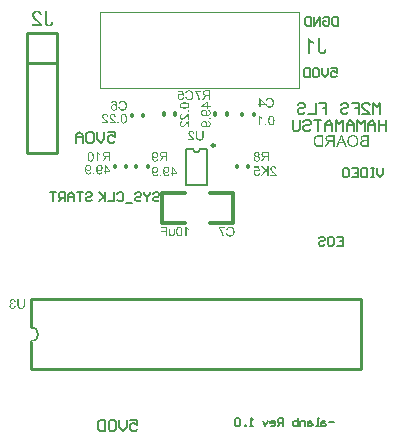
<source format=gbo>
%FSLAX25Y25*%
%MOIN*%
G70*
G01*
G75*
G04 Layer_Color=32896*
%ADD10O,0.08661X0.02362*%
%ADD11R,0.05000X0.06000*%
%ADD12C,0.01500*%
%ADD13C,0.01000*%
%ADD14C,0.02500*%
%ADD15O,0.06300X0.07874*%
%ADD16R,0.06300X0.07874*%
%ADD17C,0.03937*%
G04:AMPARAMS|DCode=18|XSize=78.74mil|YSize=78.74mil|CornerRadius=19.69mil|HoleSize=0mil|Usage=FLASHONLY|Rotation=180.000|XOffset=0mil|YOffset=0mil|HoleType=Round|Shape=RoundedRectangle|*
%AMROUNDEDRECTD18*
21,1,0.07874,0.03937,0,0,180.0*
21,1,0.03937,0.07874,0,0,180.0*
1,1,0.03937,-0.01969,0.01969*
1,1,0.03937,0.01969,0.01969*
1,1,0.03937,0.01969,-0.01969*
1,1,0.03937,-0.01969,-0.01969*
%
%ADD18ROUNDEDRECTD18*%
%ADD19R,0.03937X0.03937*%
%ADD20C,0.05200*%
%ADD21R,0.05200X0.05200*%
%ADD22R,0.02000X0.02500*%
%ADD23R,0.06000X0.06000*%
%ADD24R,0.06000X0.05000*%
%ADD25R,0.15000X0.08500*%
%ADD26C,0.09700*%
%ADD27C,0.05000*%
%ADD28C,0.02000*%
%ADD29C,0.04000*%
%ADD30C,0.09100*%
G04:AMPARAMS|DCode=31|XSize=111mil|YSize=111mil|CornerRadius=0mil|HoleSize=0mil|Usage=FLASHONLY|Rotation=0.000|XOffset=0mil|YOffset=0mil|HoleType=Round|Shape=Relief|Width=10mil|Gap=10mil|Entries=4|*
%AMTHD31*
7,0,0,0.11100,0.09100,0.01000,45*
%
%ADD31THD31*%
%ADD32C,0.06913*%
%ADD33C,0.09315*%
%ADD34C,0.07800*%
%ADD35C,0.04800*%
G04:AMPARAMS|DCode=36|XSize=68mil|YSize=68mil|CornerRadius=0mil|HoleSize=0mil|Usage=FLASHONLY|Rotation=0.000|XOffset=0mil|YOffset=0mil|HoleType=Round|Shape=Relief|Width=10mil|Gap=10mil|Entries=4|*
%AMTHD36*
7,0,0,0.06800,0.04800,0.01000,45*
%
%ADD36THD36*%
%ADD37C,0.12500*%
G04:AMPARAMS|DCode=38|XSize=88mil|YSize=88mil|CornerRadius=0mil|HoleSize=0mil|Usage=FLASHONLY|Rotation=0.000|XOffset=0mil|YOffset=0mil|HoleType=Round|Shape=Relief|Width=10mil|Gap=10mil|Entries=4|*
%AMTHD38*
7,0,0,0.08800,0.06800,0.01000,45*
%
%ADD38THD38*%
%ADD39C,0.06800*%
%ADD40C,0.03000*%
%ADD41C,0.00600*%
G04:AMPARAMS|DCode=42|XSize=98mil|YSize=98mil|CornerRadius=0mil|HoleSize=0mil|Usage=FLASHONLY|Rotation=0.000|XOffset=0mil|YOffset=0mil|HoleType=Round|Shape=Relief|Width=10mil|Gap=10mil|Entries=4|*
%AMTHD42*
7,0,0,0.09800,0.07800,0.01000,45*
%
%ADD42THD42*%
%ADD43R,0.06102X0.01575*%
%ADD44C,0.01200*%
%ADD45C,0.00984*%
%ADD46C,0.00984*%
%ADD47C,0.00787*%
%ADD48O,0.09461X0.03162*%
%ADD49R,0.05800X0.06800*%
%ADD50O,0.07100X0.08674*%
%ADD51R,0.07100X0.08674*%
%ADD52C,0.04737*%
G04:AMPARAMS|DCode=53|XSize=86.74mil|YSize=86.74mil|CornerRadius=23.69mil|HoleSize=0mil|Usage=FLASHONLY|Rotation=180.000|XOffset=0mil|YOffset=0mil|HoleType=Round|Shape=RoundedRectangle|*
%AMROUNDEDRECTD53*
21,1,0.08674,0.03937,0,0,180.0*
21,1,0.03937,0.08674,0,0,180.0*
1,1,0.04737,-0.01969,0.01969*
1,1,0.04737,0.01969,0.01969*
1,1,0.04737,0.01969,-0.01969*
1,1,0.04737,-0.01969,-0.01969*
%
%ADD53ROUNDEDRECTD53*%
%ADD54R,0.04737X0.04737*%
%ADD55C,0.06000*%
%ADD56R,0.06000X0.06000*%
%ADD57R,0.02800X0.03300*%
%ADD58R,0.06800X0.06800*%
%ADD59R,0.06800X0.05800*%
%ADD60R,0.15800X0.09300*%
%ADD61C,0.10500*%
%ADD62R,0.06902X0.02375*%
%ADD63C,0.02800*%
%ADD64C,0.00800*%
%ADD65C,0.00394*%
G36*
X4006Y49207D02*
X4075Y49201D01*
X4137Y49192D01*
X4197Y49176D01*
X4253Y49161D01*
X4306Y49142D01*
X4356Y49123D01*
X4400Y49101D01*
X4437Y49083D01*
X4474Y49061D01*
X4502Y49042D01*
X4527Y49026D01*
X4549Y49011D01*
X4562Y49001D01*
X4571Y48995D01*
X4574Y48992D01*
X4618Y48948D01*
X4662Y48905D01*
X4699Y48855D01*
X4730Y48805D01*
X4761Y48755D01*
X4786Y48702D01*
X4811Y48652D01*
X4830Y48605D01*
X4849Y48558D01*
X4861Y48518D01*
X4874Y48477D01*
X4883Y48446D01*
X4889Y48418D01*
X4896Y48399D01*
X4899Y48384D01*
Y48381D01*
X4506Y48312D01*
X4496Y48365D01*
X4487Y48412D01*
X4471Y48459D01*
X4459Y48499D01*
X4443Y48540D01*
X4428Y48574D01*
X4409Y48605D01*
X4393Y48636D01*
X4378Y48661D01*
X4362Y48683D01*
X4350Y48702D01*
X4337Y48714D01*
X4328Y48727D01*
X4318Y48736D01*
X4315Y48739D01*
X4312Y48742D01*
X4284Y48767D01*
X4253Y48792D01*
X4187Y48827D01*
X4125Y48855D01*
X4063Y48870D01*
X4010Y48883D01*
X3988Y48886D01*
X3966D01*
X3950Y48889D01*
X3885D01*
X3847Y48883D01*
X3772Y48867D01*
X3707Y48842D01*
X3654Y48817D01*
X3610Y48792D01*
X3576Y48767D01*
X3567Y48758D01*
X3557Y48752D01*
X3554Y48749D01*
X3551Y48746D01*
X3526Y48717D01*
X3501Y48689D01*
X3467Y48630D01*
X3439Y48571D01*
X3423Y48515D01*
X3410Y48465D01*
X3407Y48443D01*
Y48424D01*
X3404Y48409D01*
Y48396D01*
Y48390D01*
Y48387D01*
X3407Y48337D01*
X3414Y48293D01*
X3423Y48250D01*
X3435Y48209D01*
X3451Y48175D01*
X3470Y48140D01*
X3485Y48109D01*
X3504Y48084D01*
X3526Y48059D01*
X3542Y48041D01*
X3560Y48022D01*
X3576Y48009D01*
X3588Y47997D01*
X3598Y47991D01*
X3604Y47987D01*
X3607Y47984D01*
X3685Y47941D01*
X3763Y47909D01*
X3838Y47885D01*
X3910Y47869D01*
X3941Y47866D01*
X3969Y47859D01*
X3994Y47856D01*
X4016D01*
X4034Y47853D01*
X4078D01*
X4100Y47856D01*
X4116Y47859D01*
X4122D01*
X4166Y47516D01*
X4106Y47529D01*
X4053Y47541D01*
X4006Y47548D01*
X3966Y47551D01*
X3935Y47554D01*
X3910Y47557D01*
X3891D01*
X3841Y47554D01*
X3794Y47551D01*
X3707Y47529D01*
X3629Y47501D01*
X3595Y47485D01*
X3563Y47469D01*
X3535Y47454D01*
X3513Y47438D01*
X3492Y47423D01*
X3473Y47410D01*
X3460Y47398D01*
X3451Y47388D01*
X3445Y47385D01*
X3442Y47382D01*
X3410Y47348D01*
X3382Y47313D01*
X3361Y47276D01*
X3339Y47239D01*
X3320Y47201D01*
X3308Y47164D01*
X3286Y47095D01*
X3279Y47061D01*
X3273Y47033D01*
X3270Y47005D01*
X3267Y46983D01*
X3264Y46961D01*
Y46949D01*
Y46939D01*
Y46936D01*
X3267Y46883D01*
X3273Y46833D01*
X3283Y46786D01*
X3292Y46743D01*
X3323Y46661D01*
X3342Y46624D01*
X3357Y46593D01*
X3376Y46562D01*
X3395Y46537D01*
X3410Y46515D01*
X3423Y46496D01*
X3435Y46481D01*
X3445Y46471D01*
X3451Y46465D01*
X3454Y46462D01*
X3492Y46427D01*
X3529Y46399D01*
X3567Y46374D01*
X3607Y46353D01*
X3648Y46334D01*
X3685Y46318D01*
X3760Y46296D01*
X3794Y46287D01*
X3825Y46281D01*
X3850Y46278D01*
X3875Y46275D01*
X3894Y46271D01*
X3922D01*
X3966Y46275D01*
X4006Y46278D01*
X4081Y46293D01*
X4150Y46318D01*
X4209Y46346D01*
X4256Y46371D01*
X4275Y46384D01*
X4290Y46396D01*
X4303Y46406D01*
X4312Y46412D01*
X4315Y46418D01*
X4318D01*
X4346Y46449D01*
X4375Y46481D01*
X4421Y46555D01*
X4462Y46637D01*
X4493Y46714D01*
X4506Y46752D01*
X4518Y46786D01*
X4527Y46821D01*
X4534Y46845D01*
X4540Y46870D01*
X4543Y46886D01*
X4546Y46899D01*
Y46902D01*
X4939Y46849D01*
X4930Y46774D01*
X4914Y46705D01*
X4896Y46640D01*
X4874Y46577D01*
X4849Y46518D01*
X4824Y46465D01*
X4796Y46415D01*
X4768Y46371D01*
X4740Y46331D01*
X4715Y46296D01*
X4690Y46268D01*
X4668Y46243D01*
X4649Y46222D01*
X4637Y46209D01*
X4627Y46200D01*
X4624Y46197D01*
X4571Y46153D01*
X4515Y46115D01*
X4456Y46081D01*
X4396Y46053D01*
X4340Y46028D01*
X4281Y46009D01*
X4225Y45991D01*
X4172Y45978D01*
X4119Y45969D01*
X4072Y45959D01*
X4031Y45953D01*
X3994Y45950D01*
X3966D01*
X3944Y45947D01*
X3925D01*
X3838Y45950D01*
X3757Y45959D01*
X3679Y45975D01*
X3607Y45994D01*
X3538Y46016D01*
X3476Y46037D01*
X3417Y46066D01*
X3364Y46094D01*
X3314Y46119D01*
X3273Y46147D01*
X3236Y46169D01*
X3208Y46193D01*
X3183Y46209D01*
X3164Y46225D01*
X3155Y46234D01*
X3151Y46237D01*
X3098Y46293D01*
X3052Y46349D01*
X3011Y46412D01*
X2974Y46471D01*
X2946Y46530D01*
X2921Y46590D01*
X2899Y46646D01*
X2883Y46699D01*
X2871Y46752D01*
X2861Y46799D01*
X2855Y46839D01*
X2849Y46877D01*
Y46905D01*
X2846Y46927D01*
Y46942D01*
Y46945D01*
X2849Y47001D01*
X2852Y47058D01*
X2871Y47157D01*
X2883Y47201D01*
X2896Y47245D01*
X2911Y47282D01*
X2924Y47320D01*
X2939Y47351D01*
X2955Y47379D01*
X2967Y47404D01*
X2980Y47423D01*
X2989Y47438D01*
X2999Y47451D01*
X3002Y47457D01*
X3005Y47460D01*
X3036Y47498D01*
X3067Y47532D01*
X3139Y47588D01*
X3214Y47638D01*
X3283Y47672D01*
X3348Y47700D01*
X3373Y47710D01*
X3398Y47719D01*
X3417Y47725D01*
X3432Y47728D01*
X3442Y47732D01*
X3445D01*
X3367Y47772D01*
X3301Y47816D01*
X3245Y47859D01*
X3198Y47903D01*
X3161Y47941D01*
X3136Y47972D01*
X3127Y47984D01*
X3120Y47994D01*
X3114Y47997D01*
Y48000D01*
X3077Y48065D01*
X3049Y48131D01*
X3030Y48193D01*
X3014Y48253D01*
X3008Y48303D01*
X3005Y48324D01*
Y48343D01*
X3002Y48359D01*
Y48368D01*
Y48374D01*
Y48377D01*
X3008Y48459D01*
X3021Y48533D01*
X3039Y48605D01*
X3061Y48665D01*
X3083Y48717D01*
X3092Y48739D01*
X3102Y48755D01*
X3108Y48771D01*
X3114Y48780D01*
X3120Y48786D01*
Y48789D01*
X3167Y48858D01*
X3220Y48920D01*
X3276Y48973D01*
X3333Y49017D01*
X3382Y49051D01*
X3401Y49067D01*
X3420Y49076D01*
X3435Y49086D01*
X3448Y49092D01*
X3454Y49098D01*
X3457D01*
X3542Y49136D01*
X3626Y49164D01*
X3704Y49182D01*
X3779Y49198D01*
X3813Y49201D01*
X3844Y49204D01*
X3869Y49207D01*
X3894D01*
X3913Y49211D01*
X3938D01*
X4006Y49207D01*
D02*
G37*
G36*
X67856Y108560D02*
X67937Y108551D01*
X68012Y108538D01*
X68087Y108520D01*
X68153Y108501D01*
X68215Y108476D01*
X68274Y108451D01*
X68324Y108426D01*
X68371Y108401D01*
X68412Y108376D01*
X68446Y108351D01*
X68474Y108332D01*
X68496Y108314D01*
X68515Y108301D01*
X68524Y108292D01*
X68527Y108289D01*
X68577Y108236D01*
X68621Y108179D01*
X68661Y108123D01*
X68693Y108067D01*
X68721Y108011D01*
X68746Y107955D01*
X68764Y107902D01*
X68777Y107849D01*
X68789Y107802D01*
X68799Y107758D01*
X68805Y107718D01*
X68811Y107683D01*
Y107655D01*
X68814Y107637D01*
Y107621D01*
Y107618D01*
X68808Y107531D01*
X68796Y107449D01*
X68777Y107375D01*
X68755Y107309D01*
X68746Y107281D01*
X68736Y107256D01*
X68727Y107231D01*
X68717Y107212D01*
X68708Y107197D01*
X68705Y107187D01*
X68699Y107181D01*
Y107178D01*
X68652Y107106D01*
X68602Y107041D01*
X68552Y106985D01*
X68505Y106938D01*
X68462Y106900D01*
X68427Y106875D01*
X68415Y106866D01*
X68405Y106860D01*
X68399Y106853D01*
X68474D01*
X68565Y106857D01*
X68652Y106863D01*
X68733Y106872D01*
X68805Y106882D01*
X68839Y106888D01*
X68867Y106894D01*
X68892Y106900D01*
X68914Y106903D01*
X68930Y106907D01*
X68945Y106910D01*
X68951Y106913D01*
X68955D01*
X69039Y106935D01*
X69111Y106960D01*
X69176Y106985D01*
X69229Y107009D01*
X69273Y107028D01*
X69304Y107044D01*
X69313Y107050D01*
X69323Y107056D01*
X69326Y107059D01*
X69329D01*
X69379Y107094D01*
X69423Y107128D01*
X69460Y107166D01*
X69491Y107203D01*
X69516Y107234D01*
X69535Y107259D01*
X69547Y107275D01*
X69551Y107278D01*
Y107281D01*
X69579Y107334D01*
X69597Y107387D01*
X69613Y107443D01*
X69622Y107490D01*
X69629Y107534D01*
X69632Y107568D01*
Y107580D01*
Y107590D01*
Y107596D01*
Y107599D01*
X69625Y107674D01*
X69613Y107743D01*
X69594Y107802D01*
X69572Y107852D01*
X69551Y107893D01*
X69532Y107921D01*
X69519Y107939D01*
X69513Y107942D01*
Y107946D01*
X69488Y107970D01*
X69460Y107992D01*
X69401Y108030D01*
X69335Y108061D01*
X69273Y108086D01*
X69214Y108105D01*
X69189Y108111D01*
X69167Y108117D01*
X69148Y108120D01*
X69136Y108123D01*
X69126Y108126D01*
X69123D01*
X69157Y108504D01*
X69226Y108492D01*
X69292Y108479D01*
X69354Y108460D01*
X69410Y108439D01*
X69463Y108417D01*
X69510Y108395D01*
X69557Y108370D01*
X69594Y108345D01*
X69632Y108320D01*
X69660Y108298D01*
X69688Y108276D01*
X69710Y108257D01*
X69725Y108242D01*
X69738Y108229D01*
X69744Y108223D01*
X69747Y108220D01*
X69785Y108173D01*
X69816Y108126D01*
X69844Y108077D01*
X69866Y108024D01*
X69888Y107974D01*
X69903Y107921D01*
X69928Y107824D01*
X69934Y107780D01*
X69941Y107737D01*
X69947Y107699D01*
X69950Y107668D01*
X69953Y107643D01*
Y107621D01*
Y107609D01*
Y107605D01*
X69950Y107540D01*
X69944Y107477D01*
X69934Y107418D01*
X69925Y107362D01*
X69909Y107306D01*
X69894Y107256D01*
X69878Y107209D01*
X69859Y107166D01*
X69841Y107128D01*
X69825Y107094D01*
X69810Y107063D01*
X69794Y107038D01*
X69785Y107016D01*
X69775Y107003D01*
X69769Y106994D01*
X69766Y106991D01*
X69728Y106944D01*
X69688Y106897D01*
X69600Y106819D01*
X69507Y106751D01*
X69419Y106694D01*
X69376Y106669D01*
X69338Y106651D01*
X69304Y106635D01*
X69273Y106620D01*
X69248Y106607D01*
X69229Y106601D01*
X69217Y106595D01*
X69214D01*
X69142Y106570D01*
X69067Y106551D01*
X68989Y106532D01*
X68908Y106517D01*
X68746Y106492D01*
X68664Y106485D01*
X68590Y106476D01*
X68515Y106473D01*
X68449Y106467D01*
X68390Y106464D01*
X68337D01*
X68296Y106460D01*
X68131D01*
X68028Y106467D01*
X67934Y106473D01*
X67847Y106482D01*
X67766Y106492D01*
X67694Y106504D01*
X67625Y106513D01*
X67566Y106526D01*
X67513Y106538D01*
X67466Y106551D01*
X67429Y106563D01*
X67395Y106573D01*
X67370Y106582D01*
X67354Y106588D01*
X67342Y106591D01*
X67339Y106595D01*
X67282Y106620D01*
X67229Y106651D01*
X67179Y106682D01*
X67133Y106713D01*
X67089Y106744D01*
X67048Y106779D01*
X67014Y106810D01*
X66980Y106841D01*
X66952Y106872D01*
X66927Y106897D01*
X66908Y106922D01*
X66889Y106944D01*
X66877Y106963D01*
X66864Y106975D01*
X66861Y106985D01*
X66858Y106988D01*
X66827Y107038D01*
X66802Y107088D01*
X66780Y107137D01*
X66761Y107187D01*
X66730Y107281D01*
X66711Y107371D01*
X66702Y107409D01*
X66699Y107446D01*
X66696Y107477D01*
X66693Y107506D01*
X66689Y107527D01*
Y107546D01*
Y107555D01*
Y107559D01*
X66693Y107637D01*
X66702Y107715D01*
X66718Y107786D01*
X66736Y107855D01*
X66758Y107917D01*
X66783Y107977D01*
X66811Y108033D01*
X66836Y108083D01*
X66864Y108126D01*
X66892Y108167D01*
X66917Y108198D01*
X66939Y108226D01*
X66958Y108251D01*
X66973Y108267D01*
X66983Y108276D01*
X66986Y108279D01*
X67042Y108329D01*
X67105Y108373D01*
X67167Y108410D01*
X67232Y108445D01*
X67298Y108470D01*
X67363Y108495D01*
X67429Y108513D01*
X67488Y108529D01*
X67548Y108538D01*
X67601Y108548D01*
X67647Y108554D01*
X67688Y108560D01*
X67722D01*
X67747Y108563D01*
X67769D01*
X67856Y108560D01*
D02*
G37*
G36*
X8000Y47351D02*
Y47257D01*
X7994Y47170D01*
X7987Y47089D01*
X7981Y47011D01*
X7972Y46939D01*
X7963Y46874D01*
X7950Y46814D01*
X7938Y46758D01*
X7928Y46711D01*
X7916Y46668D01*
X7906Y46633D01*
X7897Y46602D01*
X7891Y46580D01*
X7885Y46562D01*
X7878Y46552D01*
Y46549D01*
X7853Y46496D01*
X7825Y46446D01*
X7794Y46399D01*
X7763Y46356D01*
X7732Y46315D01*
X7697Y46278D01*
X7663Y46243D01*
X7629Y46215D01*
X7598Y46187D01*
X7569Y46165D01*
X7541Y46143D01*
X7519Y46128D01*
X7501Y46115D01*
X7485Y46106D01*
X7476Y46103D01*
X7473Y46100D01*
X7417Y46072D01*
X7357Y46050D01*
X7298Y46028D01*
X7236Y46012D01*
X7114Y45984D01*
X7055Y45975D01*
X6995Y45966D01*
X6942Y45959D01*
X6892Y45956D01*
X6849Y45953D01*
X6811Y45950D01*
X6780Y45947D01*
X6736D01*
X6652Y45950D01*
X6571Y45953D01*
X6496Y45963D01*
X6424Y45975D01*
X6359Y45987D01*
X6296Y46003D01*
X6240Y46019D01*
X6190Y46034D01*
X6144Y46050D01*
X6106Y46066D01*
X6072Y46081D01*
X6041Y46094D01*
X6019Y46106D01*
X6003Y46115D01*
X5994Y46119D01*
X5991Y46122D01*
X5938Y46156D01*
X5891Y46193D01*
X5847Y46231D01*
X5807Y46268D01*
X5772Y46309D01*
X5738Y46346D01*
X5710Y46384D01*
X5685Y46418D01*
X5663Y46452D01*
X5644Y46484D01*
X5629Y46512D01*
X5616Y46537D01*
X5607Y46555D01*
X5601Y46571D01*
X5595Y46580D01*
Y46583D01*
X5576Y46640D01*
X5557Y46699D01*
X5532Y46824D01*
X5513Y46952D01*
X5504Y47014D01*
X5498Y47073D01*
X5495Y47129D01*
X5491Y47183D01*
X5488Y47229D01*
Y47270D01*
X5485Y47304D01*
Y47329D01*
Y47345D01*
Y47351D01*
Y49198D01*
X5910D01*
Y47351D01*
X5913Y47242D01*
X5919Y47142D01*
X5928Y47051D01*
X5941Y46970D01*
X5956Y46895D01*
X5972Y46830D01*
X5991Y46771D01*
X6009Y46718D01*
X6028Y46674D01*
X6047Y46637D01*
X6063Y46605D01*
X6078Y46580D01*
X6091Y46562D01*
X6100Y46546D01*
X6106Y46540D01*
X6109Y46537D01*
X6150Y46499D01*
X6194Y46468D01*
X6243Y46440D01*
X6296Y46415D01*
X6353Y46396D01*
X6406Y46378D01*
X6515Y46353D01*
X6568Y46346D01*
X6615Y46340D01*
X6658Y46334D01*
X6699Y46331D01*
X6730Y46328D01*
X6774D01*
X6871Y46331D01*
X6961Y46343D01*
X7039Y46362D01*
X7073Y46371D01*
X7108Y46381D01*
X7136Y46390D01*
X7161Y46399D01*
X7183Y46409D01*
X7201Y46418D01*
X7217Y46424D01*
X7226Y46431D01*
X7232Y46434D01*
X7236D01*
X7301Y46477D01*
X7357Y46527D01*
X7401Y46577D01*
X7438Y46624D01*
X7467Y46668D01*
X7485Y46705D01*
X7491Y46718D01*
X7498Y46727D01*
X7501Y46733D01*
Y46736D01*
X7513Y46777D01*
X7526Y46821D01*
X7535Y46867D01*
X7544Y46917D01*
X7557Y47017D01*
X7566Y47120D01*
X7569Y47167D01*
X7573Y47211D01*
Y47248D01*
X7576Y47282D01*
Y47310D01*
Y47332D01*
Y47348D01*
Y47351D01*
Y49198D01*
X8000D01*
Y47351D01*
D02*
G37*
G36*
X69800Y115600D02*
X69376D01*
Y117020D01*
X68830D01*
X68780Y117016D01*
X68739Y117013D01*
X68708D01*
X68683Y117010D01*
X68664Y117007D01*
X68655Y117004D01*
X68652D01*
X68614Y116995D01*
X68580Y116979D01*
X68549Y116967D01*
X68521Y116951D01*
X68496Y116938D01*
X68477Y116926D01*
X68465Y116920D01*
X68462Y116917D01*
X68424Y116892D01*
X68387Y116857D01*
X68352Y116823D01*
X68318Y116789D01*
X68290Y116758D01*
X68265Y116729D01*
X68252Y116711D01*
X68246Y116708D01*
Y116704D01*
X68221Y116673D01*
X68199Y116642D01*
X68146Y116570D01*
X68097Y116499D01*
X68047Y116427D01*
X68006Y116364D01*
X67987Y116336D01*
X67972Y116311D01*
X67959Y116293D01*
X67950Y116277D01*
X67944Y116268D01*
X67940Y116265D01*
X67516Y115600D01*
X66989D01*
X67541Y116467D01*
X67603Y116558D01*
X67666Y116642D01*
X67725Y116714D01*
X67778Y116776D01*
X67803Y116804D01*
X67825Y116826D01*
X67844Y116848D01*
X67859Y116864D01*
X67872Y116876D01*
X67881Y116889D01*
X67887Y116892D01*
X67891Y116895D01*
X67928Y116923D01*
X67969Y116954D01*
X68009Y116979D01*
X68050Y117004D01*
X68087Y117023D01*
X68118Y117041D01*
X68131Y117045D01*
X68140Y117051D01*
X68143Y117054D01*
X68146D01*
X68062Y117066D01*
X67984Y117085D01*
X67912Y117104D01*
X67847Y117126D01*
X67785Y117151D01*
X67728Y117176D01*
X67678Y117201D01*
X67635Y117226D01*
X67594Y117251D01*
X67560Y117272D01*
X67532Y117294D01*
X67507Y117313D01*
X67488Y117329D01*
X67476Y117341D01*
X67469Y117347D01*
X67466Y117350D01*
X67426Y117394D01*
X67395Y117441D01*
X67363Y117491D01*
X67338Y117537D01*
X67317Y117587D01*
X67298Y117634D01*
X67285Y117681D01*
X67273Y117725D01*
X67263Y117765D01*
X67257Y117806D01*
X67251Y117837D01*
X67248Y117868D01*
X67245Y117890D01*
Y117909D01*
Y117921D01*
Y117924D01*
Y117974D01*
X67251Y118021D01*
X67267Y118112D01*
X67288Y118193D01*
X67310Y118264D01*
X67323Y118296D01*
X67335Y118321D01*
X67348Y118346D01*
X67357Y118367D01*
X67366Y118383D01*
X67373Y118395D01*
X67376Y118402D01*
X67379Y118405D01*
X67432Y118480D01*
X67491Y118545D01*
X67550Y118598D01*
X67607Y118639D01*
X67657Y118670D01*
X67678Y118683D01*
X67697Y118695D01*
X67713Y118701D01*
X67725Y118708D01*
X67731Y118711D01*
X67735D01*
X67778Y118726D01*
X67825Y118739D01*
X67928Y118761D01*
X68037Y118776D01*
X68143Y118789D01*
X68190Y118792D01*
X68237Y118795D01*
X68277D01*
X68312Y118798D01*
X69800D01*
Y115600D01*
D02*
G37*
G36*
X102885Y136080D02*
X102925Y136020D01*
X103010Y135895D01*
X103100Y135780D01*
X103190Y135675D01*
X103235Y135630D01*
X103275Y135585D01*
X103315Y135550D01*
X103345Y135515D01*
X103370Y135490D01*
X103395Y135470D01*
X103405Y135460D01*
X103410Y135455D01*
X103565Y135330D01*
X103720Y135215D01*
X103875Y135110D01*
X104020Y135025D01*
X104085Y134985D01*
X104145Y134955D01*
X104195Y134925D01*
X104240Y134900D01*
X104280Y134880D01*
X104305Y134865D01*
X104325Y134860D01*
X104330Y134855D01*
Y134250D01*
X104220Y134295D01*
X104105Y134345D01*
X103995Y134400D01*
X103895Y134450D01*
X103805Y134495D01*
X103770Y134515D01*
X103735Y134535D01*
X103710Y134550D01*
X103690Y134560D01*
X103680Y134570D01*
X103675D01*
X103545Y134650D01*
X103425Y134730D01*
X103320Y134805D01*
X103235Y134870D01*
X103165Y134925D01*
X103115Y134970D01*
X103100Y134985D01*
X103085Y134995D01*
X103080Y135005D01*
X103075D01*
Y131000D01*
X102445D01*
Y136145D01*
X102855D01*
X102885Y136080D01*
D02*
G37*
G36*
X106345Y132595D02*
Y132515D01*
X106350Y132440D01*
Y132370D01*
X106355Y132310D01*
X106360Y132250D01*
X106370Y132200D01*
X106375Y132150D01*
X106380Y132110D01*
X106390Y132070D01*
X106395Y132040D01*
X106400Y132010D01*
X106410Y131990D01*
X106415Y131960D01*
X106420Y131950D01*
X106450Y131880D01*
X106490Y131815D01*
X106530Y131765D01*
X106575Y131720D01*
X106615Y131680D01*
X106645Y131655D01*
X106665Y131640D01*
X106675Y131635D01*
X106745Y131595D01*
X106820Y131570D01*
X106895Y131550D01*
X106965Y131535D01*
X107025Y131525D01*
X107070Y131520D01*
X107115D01*
X107180Y131525D01*
X107235Y131530D01*
X107345Y131555D01*
X107440Y131590D01*
X107515Y131630D01*
X107580Y131665D01*
X107625Y131700D01*
X107650Y131725D01*
X107660Y131735D01*
X107695Y131780D01*
X107725Y131830D01*
X107750Y131890D01*
X107775Y131950D01*
X107815Y132085D01*
X107840Y132215D01*
X107850Y132280D01*
X107860Y132340D01*
X107865Y132395D01*
X107870Y132440D01*
Y132480D01*
X107875Y132510D01*
Y132530D01*
Y132535D01*
X108485Y132450D01*
Y132310D01*
X108475Y132180D01*
X108460Y132060D01*
X108440Y131950D01*
X108415Y131845D01*
X108385Y131750D01*
X108355Y131665D01*
X108320Y131590D01*
X108290Y131520D01*
X108255Y131460D01*
X108225Y131415D01*
X108200Y131370D01*
X108180Y131340D01*
X108160Y131320D01*
X108150Y131305D01*
X108145Y131300D01*
X108075Y131230D01*
X107995Y131175D01*
X107915Y131120D01*
X107830Y131080D01*
X107745Y131040D01*
X107660Y131010D01*
X107575Y130985D01*
X107490Y130965D01*
X107415Y130945D01*
X107340Y130935D01*
X107275Y130925D01*
X107220Y130920D01*
X107175D01*
X107140Y130915D01*
X107110D01*
X106945Y130925D01*
X106795Y130945D01*
X106660Y130975D01*
X106600Y130990D01*
X106545Y131010D01*
X106495Y131025D01*
X106450Y131040D01*
X106410Y131055D01*
X106380Y131070D01*
X106355Y131085D01*
X106335Y131090D01*
X106325Y131100D01*
X106320D01*
X106200Y131175D01*
X106100Y131260D01*
X106015Y131350D01*
X105945Y131435D01*
X105890Y131515D01*
X105870Y131550D01*
X105855Y131580D01*
X105840Y131600D01*
X105830Y131620D01*
X105825Y131630D01*
Y131635D01*
X105795Y131705D01*
X105770Y131780D01*
X105730Y131940D01*
X105705Y132105D01*
X105685Y132265D01*
X105680Y132340D01*
X105675Y132410D01*
X105670Y132470D01*
X105665Y132525D01*
Y132570D01*
Y132600D01*
Y132625D01*
Y132630D01*
Y136125D01*
X106345D01*
Y132595D01*
D02*
G37*
G36*
X66714Y118380D02*
X65151D01*
X65207Y118314D01*
X65260Y118246D01*
X65367Y118105D01*
X65460Y117965D01*
X65504Y117896D01*
X65544Y117831D01*
X65582Y117771D01*
X65616Y117715D01*
X65644Y117665D01*
X65669Y117625D01*
X65688Y117587D01*
X65703Y117562D01*
X65713Y117547D01*
X65716Y117541D01*
X65810Y117353D01*
X65891Y117169D01*
X65928Y117082D01*
X65959Y116995D01*
X65991Y116913D01*
X66019Y116839D01*
X66044Y116767D01*
X66062Y116704D01*
X66081Y116648D01*
X66097Y116598D01*
X66106Y116561D01*
X66115Y116533D01*
X66118Y116514D01*
X66122Y116511D01*
Y116508D01*
X66146Y116411D01*
X66168Y116314D01*
X66187Y116227D01*
X66203Y116140D01*
X66218Y116062D01*
X66231Y115987D01*
X66240Y115918D01*
X66246Y115853D01*
X66253Y115797D01*
X66259Y115747D01*
X66262Y115703D01*
X66265Y115665D01*
Y115637D01*
X66268Y115619D01*
Y115603D01*
Y115600D01*
X65866D01*
X65850Y115775D01*
X65841Y115859D01*
X65828Y115937D01*
X65816Y116015D01*
X65803Y116087D01*
X65791Y116155D01*
X65778Y116218D01*
X65766Y116274D01*
X65756Y116324D01*
X65744Y116371D01*
X65735Y116408D01*
X65728Y116436D01*
X65722Y116458D01*
X65716Y116474D01*
Y116477D01*
X65685Y116583D01*
X65650Y116689D01*
X65613Y116792D01*
X65575Y116892D01*
X65538Y116985D01*
X65497Y117079D01*
X65460Y117163D01*
X65423Y117244D01*
X65388Y117319D01*
X65357Y117385D01*
X65329Y117444D01*
X65304Y117491D01*
X65282Y117531D01*
X65267Y117559D01*
X65257Y117578D01*
X65254Y117584D01*
X65198Y117684D01*
X65142Y117778D01*
X65086Y117865D01*
X65033Y117946D01*
X64980Y118024D01*
X64930Y118096D01*
X64880Y118161D01*
X64836Y118221D01*
X64796Y118274D01*
X64758Y118321D01*
X64727Y118358D01*
X64699Y118392D01*
X64677Y118417D01*
X64658Y118436D01*
X64649Y118449D01*
X64646Y118452D01*
Y118757D01*
X66714D01*
Y118380D01*
D02*
G37*
G36*
X69900Y109137D02*
X69454D01*
Y109583D01*
X69900D01*
Y109137D01*
D02*
G37*
G36*
X89220Y90300D02*
X88796D01*
Y91408D01*
X88275Y91913D01*
X87136Y90300D01*
X86577D01*
X87978Y92200D01*
X86637Y93498D01*
X87211D01*
X88796Y91913D01*
Y93498D01*
X89220D01*
Y90300D01*
D02*
G37*
G36*
X86315Y91813D02*
X85947Y91766D01*
X85913Y91813D01*
X85872Y91857D01*
X85835Y91894D01*
X85794Y91929D01*
X85763Y91954D01*
X85735Y91972D01*
X85716Y91985D01*
X85713Y91988D01*
X85710D01*
X85651Y92016D01*
X85591Y92038D01*
X85535Y92053D01*
X85482Y92066D01*
X85435Y92072D01*
X85417D01*
X85398Y92075D01*
X85367D01*
X85311Y92072D01*
X85258Y92066D01*
X85208Y92057D01*
X85158Y92044D01*
X85114Y92028D01*
X85073Y92013D01*
X85036Y91994D01*
X85002Y91979D01*
X84974Y91960D01*
X84945Y91941D01*
X84924Y91926D01*
X84905Y91910D01*
X84889Y91897D01*
X84880Y91888D01*
X84874Y91882D01*
X84871Y91879D01*
X84836Y91841D01*
X84808Y91801D01*
X84783Y91757D01*
X84761Y91713D01*
X84743Y91670D01*
X84727Y91626D01*
X84705Y91542D01*
X84696Y91501D01*
X84690Y91464D01*
X84687Y91433D01*
X84683Y91404D01*
X84680Y91379D01*
Y91364D01*
Y91351D01*
Y91348D01*
X84683Y91283D01*
X84690Y91224D01*
X84699Y91164D01*
X84711Y91111D01*
X84727Y91061D01*
X84743Y91014D01*
X84761Y90971D01*
X84777Y90933D01*
X84796Y90899D01*
X84815Y90868D01*
X84830Y90840D01*
X84846Y90821D01*
X84858Y90802D01*
X84868Y90790D01*
X84874Y90784D01*
X84877Y90781D01*
X84914Y90743D01*
X84955Y90712D01*
X84995Y90684D01*
X85036Y90659D01*
X85077Y90637D01*
X85114Y90621D01*
X85192Y90596D01*
X85226Y90587D01*
X85258Y90581D01*
X85286Y90575D01*
X85311Y90571D01*
X85329Y90568D01*
X85357D01*
X85401Y90571D01*
X85442Y90575D01*
X85520Y90593D01*
X85588Y90615D01*
X85647Y90643D01*
X85697Y90671D01*
X85716Y90684D01*
X85732Y90696D01*
X85744Y90706D01*
X85754Y90712D01*
X85760Y90715D01*
X85763Y90718D01*
X85791Y90749D01*
X85819Y90781D01*
X85866Y90855D01*
X85900Y90930D01*
X85928Y91002D01*
X85950Y91071D01*
X85956Y91099D01*
X85963Y91124D01*
X85966Y91145D01*
X85969Y91161D01*
X85972Y91171D01*
Y91174D01*
X86384Y91139D01*
X86374Y91064D01*
X86359Y90996D01*
X86340Y90930D01*
X86318Y90868D01*
X86293Y90809D01*
X86268Y90755D01*
X86240Y90706D01*
X86212Y90662D01*
X86187Y90624D01*
X86159Y90590D01*
X86137Y90559D01*
X86115Y90534D01*
X86097Y90515D01*
X86084Y90503D01*
X86075Y90493D01*
X86072Y90490D01*
X86019Y90447D01*
X85963Y90409D01*
X85903Y90378D01*
X85844Y90350D01*
X85782Y90325D01*
X85722Y90306D01*
X85666Y90291D01*
X85610Y90278D01*
X85557Y90269D01*
X85510Y90259D01*
X85467Y90253D01*
X85429Y90250D01*
X85398D01*
X85376Y90247D01*
X85357D01*
X85261Y90250D01*
X85167Y90263D01*
X85083Y90281D01*
X85002Y90306D01*
X84927Y90337D01*
X84858Y90369D01*
X84796Y90403D01*
X84737Y90440D01*
X84687Y90478D01*
X84643Y90512D01*
X84605Y90543D01*
X84574Y90575D01*
X84549Y90600D01*
X84534Y90618D01*
X84521Y90631D01*
X84518Y90634D01*
X84474Y90693D01*
X84434Y90755D01*
X84399Y90821D01*
X84371Y90883D01*
X84346Y90946D01*
X84325Y91008D01*
X84309Y91071D01*
X84293Y91127D01*
X84284Y91180D01*
X84275Y91230D01*
X84268Y91273D01*
X84265Y91311D01*
Y91342D01*
X84262Y91364D01*
Y91376D01*
Y91383D01*
X84265Y91467D01*
X84275Y91548D01*
X84290Y91623D01*
X84306Y91695D01*
X84331Y91760D01*
X84353Y91823D01*
X84381Y91879D01*
X84406Y91929D01*
X84434Y91975D01*
X84462Y92016D01*
X84484Y92050D01*
X84506Y92078D01*
X84524Y92100D01*
X84540Y92119D01*
X84549Y92128D01*
X84552Y92131D01*
X84609Y92181D01*
X84665Y92228D01*
X84724Y92266D01*
X84783Y92300D01*
X84843Y92328D01*
X84902Y92350D01*
X84961Y92369D01*
X85014Y92384D01*
X85064Y92397D01*
X85111Y92406D01*
X85155Y92412D01*
X85189Y92418D01*
X85220D01*
X85242Y92422D01*
X85261D01*
X85320Y92418D01*
X85379Y92412D01*
X85435Y92403D01*
X85488Y92390D01*
X85591Y92356D01*
X85638Y92340D01*
X85682Y92322D01*
X85722Y92300D01*
X85757Y92284D01*
X85791Y92266D01*
X85816Y92250D01*
X85838Y92238D01*
X85853Y92228D01*
X85863Y92222D01*
X85866Y92219D01*
X85694Y93083D01*
X84412D01*
Y93457D01*
X86006D01*
X86315Y91813D01*
D02*
G37*
G36*
X90870Y93507D02*
X90948Y93501D01*
X91023Y93489D01*
X91092Y93473D01*
X91157Y93454D01*
X91217Y93436D01*
X91270Y93414D01*
X91320Y93392D01*
X91363Y93370D01*
X91404Y93348D01*
X91435Y93330D01*
X91463Y93311D01*
X91485Y93295D01*
X91501Y93283D01*
X91510Y93277D01*
X91513Y93273D01*
X91560Y93227D01*
X91604Y93177D01*
X91641Y93124D01*
X91675Y93067D01*
X91703Y93008D01*
X91728Y92952D01*
X91750Y92896D01*
X91769Y92843D01*
X91781Y92790D01*
X91794Y92743D01*
X91803Y92699D01*
X91813Y92662D01*
X91816Y92631D01*
X91819Y92606D01*
X91822Y92593D01*
Y92587D01*
X91420Y92546D01*
X91416Y92603D01*
X91413Y92652D01*
X91404Y92702D01*
X91395Y92746D01*
X91379Y92787D01*
X91366Y92827D01*
X91351Y92861D01*
X91335Y92893D01*
X91320Y92921D01*
X91304Y92946D01*
X91289Y92968D01*
X91276Y92983D01*
X91267Y92996D01*
X91257Y93008D01*
X91254Y93011D01*
X91251Y93014D01*
X91217Y93046D01*
X91182Y93071D01*
X91145Y93095D01*
X91107Y93114D01*
X91033Y93145D01*
X90958Y93164D01*
X90927Y93170D01*
X90895Y93177D01*
X90867Y93180D01*
X90842Y93183D01*
X90824Y93186D01*
X90795D01*
X90746Y93183D01*
X90699Y93180D01*
X90615Y93161D01*
X90540Y93136D01*
X90505Y93120D01*
X90477Y93105D01*
X90449Y93089D01*
X90427Y93074D01*
X90405Y93061D01*
X90390Y93049D01*
X90377Y93039D01*
X90365Y93030D01*
X90362Y93027D01*
X90359Y93024D01*
X90328Y92993D01*
X90303Y92961D01*
X90281Y92927D01*
X90262Y92896D01*
X90231Y92830D01*
X90212Y92768D01*
X90200Y92712D01*
X90197Y92690D01*
X90193Y92671D01*
X90190Y92652D01*
Y92640D01*
Y92634D01*
Y92631D01*
X90193Y92590D01*
X90200Y92546D01*
X90209Y92506D01*
X90218Y92462D01*
X90250Y92384D01*
X90284Y92312D01*
X90303Y92281D01*
X90318Y92250D01*
X90334Y92225D01*
X90349Y92203D01*
X90359Y92185D01*
X90368Y92172D01*
X90374Y92163D01*
X90377Y92159D01*
X90415Y92110D01*
X90462Y92060D01*
X90512Y92004D01*
X90565Y91947D01*
X90680Y91835D01*
X90799Y91726D01*
X90855Y91676D01*
X90908Y91629D01*
X90955Y91585D01*
X90998Y91551D01*
X91033Y91520D01*
X91061Y91498D01*
X91076Y91486D01*
X91083Y91479D01*
X91142Y91429D01*
X91201Y91379D01*
X91254Y91333D01*
X91304Y91289D01*
X91348Y91245D01*
X91391Y91205D01*
X91429Y91167D01*
X91463Y91136D01*
X91494Y91105D01*
X91519Y91077D01*
X91541Y91052D01*
X91560Y91033D01*
X91575Y91018D01*
X91585Y91005D01*
X91591Y90999D01*
X91594Y90996D01*
X91657Y90918D01*
X91710Y90843D01*
X91753Y90771D01*
X91791Y90706D01*
X91819Y90649D01*
X91828Y90628D01*
X91838Y90609D01*
X91844Y90593D01*
X91850Y90581D01*
X91853Y90575D01*
Y90571D01*
X91869Y90522D01*
X91881Y90475D01*
X91887Y90428D01*
X91894Y90387D01*
X91897Y90350D01*
Y90325D01*
Y90306D01*
Y90303D01*
Y90300D01*
X89785D01*
Y90677D01*
X91354D01*
X91329Y90718D01*
X91301Y90755D01*
X91273Y90790D01*
X91248Y90824D01*
X91223Y90849D01*
X91204Y90871D01*
X91192Y90887D01*
X91189Y90890D01*
X91167Y90912D01*
X91139Y90936D01*
X91107Y90968D01*
X91073Y90999D01*
X90998Y91064D01*
X90923Y91130D01*
X90849Y91192D01*
X90817Y91220D01*
X90789Y91245D01*
X90767Y91264D01*
X90749Y91280D01*
X90736Y91289D01*
X90733Y91292D01*
X90658Y91358D01*
X90587Y91417D01*
X90521Y91476D01*
X90462Y91529D01*
X90405Y91579D01*
X90359Y91626D01*
X90312Y91670D01*
X90275Y91707D01*
X90240Y91741D01*
X90209Y91769D01*
X90187Y91795D01*
X90165Y91816D01*
X90150Y91832D01*
X90140Y91844D01*
X90134Y91851D01*
X90131Y91854D01*
X90065Y91929D01*
X90012Y92000D01*
X89966Y92069D01*
X89931Y92125D01*
X89903Y92175D01*
X89894Y92194D01*
X89885Y92213D01*
X89878Y92225D01*
X89872Y92234D01*
X89869Y92241D01*
Y92244D01*
X89841Y92312D01*
X89822Y92381D01*
X89806Y92447D01*
X89797Y92503D01*
X89791Y92553D01*
Y92571D01*
X89788Y92590D01*
Y92603D01*
Y92612D01*
Y92618D01*
Y92621D01*
X89791Y92690D01*
X89800Y92755D01*
X89813Y92821D01*
X89828Y92880D01*
X89850Y92936D01*
X89872Y92986D01*
X89897Y93036D01*
X89922Y93080D01*
X89947Y93120D01*
X89972Y93155D01*
X89994Y93183D01*
X90016Y93208D01*
X90031Y93230D01*
X90044Y93242D01*
X90053Y93252D01*
X90056Y93255D01*
X90109Y93298D01*
X90165Y93339D01*
X90221Y93373D01*
X90284Y93401D01*
X90343Y93426D01*
X90405Y93448D01*
X90465Y93464D01*
X90521Y93479D01*
X90577Y93489D01*
X90627Y93498D01*
X90671Y93504D01*
X90708Y93507D01*
X90742D01*
X90764Y93511D01*
X90786D01*
X90870Y93507D01*
D02*
G37*
G36*
X89400Y95100D02*
X88976D01*
Y96520D01*
X88430D01*
X88380Y96517D01*
X88339Y96513D01*
X88308D01*
X88283Y96510D01*
X88264Y96507D01*
X88255Y96504D01*
X88252D01*
X88214Y96495D01*
X88180Y96479D01*
X88149Y96467D01*
X88121Y96451D01*
X88096Y96438D01*
X88077Y96426D01*
X88065Y96420D01*
X88061Y96417D01*
X88024Y96392D01*
X87987Y96357D01*
X87952Y96323D01*
X87918Y96289D01*
X87890Y96258D01*
X87865Y96229D01*
X87853Y96211D01*
X87846Y96208D01*
Y96205D01*
X87821Y96173D01*
X87799Y96142D01*
X87746Y96070D01*
X87696Y95999D01*
X87647Y95927D01*
X87606Y95864D01*
X87587Y95836D01*
X87572Y95811D01*
X87559Y95793D01*
X87550Y95777D01*
X87544Y95768D01*
X87541Y95765D01*
X87116Y95100D01*
X86589D01*
X87141Y95967D01*
X87204Y96058D01*
X87266Y96142D01*
X87325Y96214D01*
X87378Y96276D01*
X87403Y96304D01*
X87425Y96326D01*
X87444Y96348D01*
X87459Y96364D01*
X87472Y96376D01*
X87481Y96389D01*
X87487Y96392D01*
X87491Y96395D01*
X87528Y96423D01*
X87569Y96454D01*
X87609Y96479D01*
X87650Y96504D01*
X87687Y96523D01*
X87718Y96541D01*
X87731Y96545D01*
X87740Y96551D01*
X87743Y96554D01*
X87746D01*
X87662Y96566D01*
X87584Y96585D01*
X87512Y96604D01*
X87447Y96626D01*
X87384Y96651D01*
X87328Y96676D01*
X87278Y96701D01*
X87235Y96725D01*
X87194Y96750D01*
X87160Y96772D01*
X87132Y96794D01*
X87107Y96813D01*
X87088Y96829D01*
X87076Y96841D01*
X87069Y96847D01*
X87066Y96850D01*
X87026Y96894D01*
X86994Y96941D01*
X86963Y96991D01*
X86938Y97038D01*
X86917Y97087D01*
X86898Y97134D01*
X86885Y97181D01*
X86873Y97225D01*
X86863Y97265D01*
X86857Y97306D01*
X86851Y97337D01*
X86848Y97368D01*
X86845Y97390D01*
Y97409D01*
Y97421D01*
Y97424D01*
Y97474D01*
X86851Y97521D01*
X86867Y97612D01*
X86888Y97693D01*
X86910Y97764D01*
X86923Y97796D01*
X86935Y97821D01*
X86948Y97846D01*
X86957Y97867D01*
X86966Y97883D01*
X86973Y97895D01*
X86976Y97902D01*
X86979Y97905D01*
X87032Y97980D01*
X87091Y98045D01*
X87151Y98098D01*
X87207Y98139D01*
X87257Y98170D01*
X87278Y98183D01*
X87297Y98195D01*
X87313Y98201D01*
X87325Y98207D01*
X87331Y98211D01*
X87335D01*
X87378Y98226D01*
X87425Y98239D01*
X87528Y98261D01*
X87637Y98276D01*
X87743Y98289D01*
X87790Y98292D01*
X87837Y98295D01*
X87877D01*
X87912Y98298D01*
X89400D01*
Y95100D01*
D02*
G37*
G36*
X67856Y112285D02*
X67937Y112276D01*
X68012Y112264D01*
X68087Y112245D01*
X68153Y112226D01*
X68215Y112201D01*
X68274Y112176D01*
X68324Y112151D01*
X68371Y112126D01*
X68412Y112101D01*
X68446Y112076D01*
X68474Y112058D01*
X68496Y112039D01*
X68515Y112027D01*
X68524Y112017D01*
X68527Y112014D01*
X68577Y111961D01*
X68621Y111905D01*
X68661Y111849D01*
X68693Y111793D01*
X68721Y111736D01*
X68746Y111680D01*
X68764Y111627D01*
X68777Y111574D01*
X68789Y111527D01*
X68799Y111484D01*
X68805Y111443D01*
X68811Y111409D01*
Y111381D01*
X68814Y111362D01*
Y111346D01*
Y111343D01*
X68808Y111256D01*
X68796Y111175D01*
X68777Y111100D01*
X68755Y111034D01*
X68746Y111006D01*
X68736Y110981D01*
X68727Y110956D01*
X68717Y110938D01*
X68708Y110922D01*
X68705Y110913D01*
X68699Y110906D01*
Y110903D01*
X68652Y110831D01*
X68602Y110766D01*
X68552Y110710D01*
X68505Y110663D01*
X68462Y110626D01*
X68427Y110601D01*
X68415Y110591D01*
X68405Y110585D01*
X68399Y110579D01*
X68474D01*
X68565Y110582D01*
X68652Y110588D01*
X68733Y110598D01*
X68805Y110607D01*
X68839Y110613D01*
X68867Y110619D01*
X68892Y110626D01*
X68914Y110629D01*
X68930Y110632D01*
X68945Y110635D01*
X68951Y110638D01*
X68955D01*
X69039Y110660D01*
X69111Y110685D01*
X69176Y110710D01*
X69229Y110735D01*
X69273Y110754D01*
X69304Y110769D01*
X69313Y110775D01*
X69323Y110782D01*
X69326Y110785D01*
X69329D01*
X69379Y110819D01*
X69423Y110853D01*
X69460Y110891D01*
X69491Y110928D01*
X69516Y110959D01*
X69535Y110984D01*
X69547Y111000D01*
X69551Y111003D01*
Y111006D01*
X69579Y111059D01*
X69597Y111112D01*
X69613Y111169D01*
X69622Y111215D01*
X69629Y111259D01*
X69632Y111293D01*
Y111306D01*
Y111315D01*
Y111321D01*
Y111325D01*
X69625Y111399D01*
X69613Y111468D01*
X69594Y111527D01*
X69572Y111577D01*
X69551Y111618D01*
X69532Y111646D01*
X69519Y111665D01*
X69513Y111668D01*
Y111671D01*
X69488Y111696D01*
X69460Y111718D01*
X69401Y111755D01*
X69335Y111786D01*
X69273Y111811D01*
X69214Y111830D01*
X69189Y111836D01*
X69167Y111842D01*
X69148Y111846D01*
X69136Y111849D01*
X69126Y111852D01*
X69123D01*
X69157Y112229D01*
X69226Y112217D01*
X69292Y112204D01*
X69354Y112186D01*
X69410Y112164D01*
X69463Y112142D01*
X69510Y112120D01*
X69557Y112095D01*
X69594Y112070D01*
X69632Y112045D01*
X69660Y112023D01*
X69688Y112002D01*
X69710Y111983D01*
X69725Y111967D01*
X69738Y111955D01*
X69744Y111949D01*
X69747Y111945D01*
X69785Y111899D01*
X69816Y111852D01*
X69844Y111802D01*
X69866Y111749D01*
X69888Y111699D01*
X69903Y111646D01*
X69928Y111549D01*
X69934Y111505D01*
X69941Y111462D01*
X69947Y111424D01*
X69950Y111393D01*
X69953Y111368D01*
Y111346D01*
Y111334D01*
Y111331D01*
X69950Y111265D01*
X69944Y111203D01*
X69934Y111144D01*
X69925Y111087D01*
X69909Y111031D01*
X69894Y110981D01*
X69878Y110934D01*
X69859Y110891D01*
X69841Y110853D01*
X69825Y110819D01*
X69810Y110788D01*
X69794Y110763D01*
X69785Y110741D01*
X69775Y110729D01*
X69769Y110719D01*
X69766Y110716D01*
X69728Y110669D01*
X69688Y110623D01*
X69600Y110545D01*
X69507Y110476D01*
X69419Y110420D01*
X69376Y110395D01*
X69338Y110376D01*
X69304Y110360D01*
X69273Y110345D01*
X69248Y110332D01*
X69229Y110326D01*
X69217Y110320D01*
X69214D01*
X69142Y110295D01*
X69067Y110276D01*
X68989Y110257D01*
X68908Y110242D01*
X68746Y110217D01*
X68664Y110211D01*
X68590Y110201D01*
X68515Y110198D01*
X68449Y110192D01*
X68390Y110189D01*
X68337D01*
X68296Y110186D01*
X68131D01*
X68028Y110192D01*
X67934Y110198D01*
X67847Y110207D01*
X67766Y110217D01*
X67694Y110229D01*
X67625Y110239D01*
X67566Y110251D01*
X67513Y110264D01*
X67466Y110276D01*
X67429Y110289D01*
X67395Y110298D01*
X67370Y110307D01*
X67354Y110314D01*
X67342Y110317D01*
X67339Y110320D01*
X67282Y110345D01*
X67229Y110376D01*
X67179Y110407D01*
X67133Y110438D01*
X67089Y110470D01*
X67048Y110504D01*
X67014Y110535D01*
X66980Y110566D01*
X66952Y110598D01*
X66927Y110623D01*
X66908Y110647D01*
X66889Y110669D01*
X66877Y110688D01*
X66864Y110701D01*
X66861Y110710D01*
X66858Y110713D01*
X66827Y110763D01*
X66802Y110813D01*
X66780Y110863D01*
X66761Y110913D01*
X66730Y111006D01*
X66711Y111097D01*
X66702Y111134D01*
X66699Y111172D01*
X66696Y111203D01*
X66693Y111231D01*
X66689Y111253D01*
Y111271D01*
Y111281D01*
Y111284D01*
X66693Y111362D01*
X66702Y111440D01*
X66718Y111512D01*
X66736Y111580D01*
X66758Y111643D01*
X66783Y111702D01*
X66811Y111758D01*
X66836Y111808D01*
X66864Y111852D01*
X66892Y111892D01*
X66917Y111924D01*
X66939Y111952D01*
X66958Y111977D01*
X66973Y111992D01*
X66983Y112002D01*
X66986Y112005D01*
X67042Y112055D01*
X67105Y112098D01*
X67167Y112136D01*
X67232Y112170D01*
X67298Y112195D01*
X67363Y112220D01*
X67429Y112239D01*
X67488Y112254D01*
X67548Y112264D01*
X67601Y112273D01*
X67647Y112279D01*
X67688Y112285D01*
X67722D01*
X67747Y112289D01*
X67769D01*
X67856Y112285D01*
D02*
G37*
G36*
X69136Y113512D02*
X69900D01*
Y113119D01*
X69136D01*
Y112688D01*
X68777D01*
Y113119D01*
X66702D01*
Y113440D01*
X68777Y114900D01*
X69136D01*
Y113512D01*
D02*
G37*
G36*
X85375Y98307D02*
X85450Y98301D01*
X85516Y98289D01*
X85581Y98273D01*
X85640Y98254D01*
X85697Y98236D01*
X85747Y98214D01*
X85790Y98192D01*
X85831Y98167D01*
X85868Y98145D01*
X85896Y98126D01*
X85921Y98108D01*
X85943Y98092D01*
X85956Y98080D01*
X85965Y98073D01*
X85968Y98070D01*
X86012Y98023D01*
X86049Y97977D01*
X86083Y97927D01*
X86111Y97880D01*
X86137Y97830D01*
X86155Y97780D01*
X86174Y97733D01*
X86186Y97690D01*
X86196Y97646D01*
X86205Y97605D01*
X86211Y97571D01*
X86215Y97543D01*
Y97518D01*
X86218Y97499D01*
Y97487D01*
Y97484D01*
X86211Y97399D01*
X86199Y97325D01*
X86180Y97256D01*
X86158Y97200D01*
X86140Y97153D01*
X86130Y97134D01*
X86121Y97115D01*
X86111Y97103D01*
X86108Y97094D01*
X86102Y97091D01*
Y97087D01*
X86052Y97028D01*
X85996Y96978D01*
X85934Y96935D01*
X85874Y96897D01*
X85821Y96869D01*
X85796Y96857D01*
X85778Y96847D01*
X85762Y96841D01*
X85747Y96835D01*
X85740Y96832D01*
X85737D01*
X85790Y96816D01*
X85840Y96797D01*
X85887Y96779D01*
X85931Y96757D01*
X85971Y96732D01*
X86009Y96707D01*
X86043Y96685D01*
X86074Y96660D01*
X86099Y96638D01*
X86124Y96616D01*
X86143Y96598D01*
X86161Y96579D01*
X86174Y96563D01*
X86183Y96554D01*
X86186Y96548D01*
X86190Y96545D01*
X86218Y96504D01*
X86239Y96463D01*
X86261Y96420D01*
X86280Y96376D01*
X86308Y96289D01*
X86327Y96205D01*
X86333Y96167D01*
X86336Y96133D01*
X86339Y96101D01*
X86342Y96077D01*
X86345Y96055D01*
Y96036D01*
Y96027D01*
Y96023D01*
X86342Y95946D01*
X86333Y95874D01*
X86317Y95805D01*
X86302Y95740D01*
X86280Y95677D01*
X86255Y95618D01*
X86230Y95565D01*
X86202Y95518D01*
X86174Y95474D01*
X86149Y95437D01*
X86124Y95403D01*
X86102Y95375D01*
X86083Y95353D01*
X86071Y95337D01*
X86062Y95328D01*
X86058Y95325D01*
X86002Y95275D01*
X85943Y95234D01*
X85881Y95197D01*
X85815Y95165D01*
X85753Y95137D01*
X85690Y95116D01*
X85628Y95097D01*
X85569Y95081D01*
X85513Y95069D01*
X85459Y95063D01*
X85413Y95056D01*
X85372Y95050D01*
X85341D01*
X85316Y95047D01*
X85294D01*
X85207Y95050D01*
X85126Y95059D01*
X85048Y95072D01*
X84976Y95091D01*
X84907Y95113D01*
X84845Y95134D01*
X84785Y95159D01*
X84733Y95187D01*
X84689Y95212D01*
X84645Y95237D01*
X84611Y95259D01*
X84583Y95281D01*
X84561Y95300D01*
X84542Y95312D01*
X84533Y95322D01*
X84530Y95325D01*
X84480Y95378D01*
X84433Y95434D01*
X84395Y95490D01*
X84361Y95549D01*
X84333Y95609D01*
X84311Y95665D01*
X84293Y95721D01*
X84277Y95774D01*
X84264Y95824D01*
X84255Y95871D01*
X84249Y95911D01*
X84243Y95946D01*
Y95974D01*
X84240Y95995D01*
Y96011D01*
Y96014D01*
X84243Y96070D01*
X84246Y96120D01*
X84264Y96220D01*
X84289Y96304D01*
X84302Y96345D01*
X84317Y96379D01*
X84333Y96410D01*
X84346Y96442D01*
X84358Y96463D01*
X84371Y96485D01*
X84380Y96501D01*
X84389Y96513D01*
X84392Y96520D01*
X84395Y96523D01*
X84427Y96560D01*
X84458Y96598D01*
X84530Y96660D01*
X84605Y96713D01*
X84676Y96757D01*
X84742Y96791D01*
X84770Y96803D01*
X84795Y96813D01*
X84814Y96822D01*
X84829Y96829D01*
X84839Y96832D01*
X84842D01*
X84757Y96869D01*
X84686Y96910D01*
X84626Y96950D01*
X84576Y96991D01*
X84539Y97028D01*
X84511Y97056D01*
X84495Y97078D01*
X84489Y97081D01*
Y97084D01*
X84449Y97150D01*
X84421Y97215D01*
X84399Y97281D01*
X84386Y97340D01*
X84377Y97393D01*
X84374Y97418D01*
Y97437D01*
X84371Y97452D01*
Y97465D01*
Y97471D01*
Y97474D01*
X84374Y97540D01*
X84380Y97599D01*
X84395Y97658D01*
X84411Y97715D01*
X84430Y97768D01*
X84452Y97814D01*
X84474Y97861D01*
X84499Y97902D01*
X84523Y97939D01*
X84545Y97970D01*
X84567Y98002D01*
X84586Y98023D01*
X84601Y98042D01*
X84614Y98055D01*
X84623Y98064D01*
X84626Y98067D01*
X84676Y98111D01*
X84729Y98148D01*
X84782Y98179D01*
X84839Y98207D01*
X84895Y98233D01*
X84951Y98251D01*
X85007Y98267D01*
X85060Y98279D01*
X85110Y98289D01*
X85154Y98298D01*
X85194Y98304D01*
X85232Y98307D01*
X85260Y98311D01*
X85300D01*
X85375Y98307D01*
D02*
G37*
G36*
X51516D02*
X51594Y98298D01*
X51666Y98282D01*
X51734Y98264D01*
X51797Y98242D01*
X51856Y98217D01*
X51912Y98189D01*
X51962Y98164D01*
X52006Y98136D01*
X52046Y98108D01*
X52077Y98083D01*
X52105Y98061D01*
X52130Y98042D01*
X52146Y98027D01*
X52155Y98017D01*
X52158Y98014D01*
X52208Y97958D01*
X52252Y97895D01*
X52289Y97833D01*
X52324Y97768D01*
X52349Y97702D01*
X52374Y97637D01*
X52393Y97571D01*
X52408Y97512D01*
X52417Y97452D01*
X52427Y97399D01*
X52433Y97353D01*
X52439Y97312D01*
Y97278D01*
X52442Y97253D01*
Y97237D01*
Y97231D01*
X52439Y97144D01*
X52430Y97062D01*
X52417Y96988D01*
X52399Y96913D01*
X52380Y96847D01*
X52355Y96785D01*
X52330Y96725D01*
X52305Y96676D01*
X52280Y96629D01*
X52255Y96588D01*
X52230Y96554D01*
X52211Y96526D01*
X52193Y96504D01*
X52180Y96485D01*
X52171Y96476D01*
X52168Y96473D01*
X52115Y96423D01*
X52059Y96379D01*
X52003Y96339D01*
X51946Y96307D01*
X51890Y96279D01*
X51834Y96254D01*
X51781Y96236D01*
X51728Y96223D01*
X51681Y96211D01*
X51637Y96201D01*
X51597Y96195D01*
X51563Y96189D01*
X51534D01*
X51516Y96186D01*
X51497D01*
X51410Y96192D01*
X51329Y96205D01*
X51254Y96223D01*
X51188Y96245D01*
X51160Y96254D01*
X51135Y96264D01*
X51110Y96273D01*
X51091Y96283D01*
X51076Y96292D01*
X51066Y96295D01*
X51060Y96301D01*
X51057D01*
X50985Y96348D01*
X50920Y96398D01*
X50864Y96448D01*
X50817Y96495D01*
X50779Y96538D01*
X50754Y96573D01*
X50745Y96585D01*
X50739Y96595D01*
X50733Y96601D01*
Y96570D01*
Y96548D01*
Y96532D01*
Y96526D01*
X50736Y96435D01*
X50742Y96348D01*
X50751Y96267D01*
X50761Y96195D01*
X50767Y96161D01*
X50773Y96133D01*
X50779Y96108D01*
X50783Y96086D01*
X50786Y96070D01*
X50789Y96055D01*
X50792Y96048D01*
Y96045D01*
X50814Y95961D01*
X50839Y95889D01*
X50864Y95824D01*
X50889Y95771D01*
X50907Y95727D01*
X50923Y95696D01*
X50929Y95687D01*
X50935Y95677D01*
X50939Y95674D01*
Y95671D01*
X50973Y95621D01*
X51007Y95577D01*
X51045Y95540D01*
X51082Y95509D01*
X51113Y95484D01*
X51138Y95465D01*
X51154Y95453D01*
X51157Y95449D01*
X51160D01*
X51213Y95421D01*
X51266Y95403D01*
X51322Y95387D01*
X51369Y95378D01*
X51413Y95371D01*
X51447Y95368D01*
X51478D01*
X51553Y95375D01*
X51622Y95387D01*
X51681Y95406D01*
X51731Y95428D01*
X51772Y95449D01*
X51800Y95468D01*
X51818Y95481D01*
X51822Y95487D01*
X51825D01*
X51850Y95512D01*
X51871Y95540D01*
X51909Y95599D01*
X51940Y95665D01*
X51965Y95727D01*
X51984Y95786D01*
X51990Y95811D01*
X51996Y95833D01*
X51999Y95852D01*
X52003Y95864D01*
X52006Y95874D01*
Y95877D01*
X52383Y95843D01*
X52371Y95774D01*
X52358Y95708D01*
X52339Y95646D01*
X52318Y95590D01*
X52296Y95537D01*
X52274Y95490D01*
X52249Y95443D01*
X52224Y95406D01*
X52199Y95368D01*
X52177Y95340D01*
X52155Y95312D01*
X52137Y95290D01*
X52121Y95275D01*
X52109Y95262D01*
X52102Y95256D01*
X52099Y95253D01*
X52052Y95215D01*
X52006Y95184D01*
X51956Y95156D01*
X51903Y95134D01*
X51853Y95113D01*
X51800Y95097D01*
X51703Y95072D01*
X51659Y95066D01*
X51616Y95059D01*
X51578Y95053D01*
X51547Y95050D01*
X51522Y95047D01*
X51485D01*
X51419Y95050D01*
X51357Y95056D01*
X51297Y95066D01*
X51241Y95075D01*
X51185Y95091D01*
X51135Y95106D01*
X51088Y95122D01*
X51045Y95141D01*
X51007Y95159D01*
X50973Y95175D01*
X50942Y95191D01*
X50917Y95206D01*
X50895Y95215D01*
X50882Y95225D01*
X50873Y95231D01*
X50870Y95234D01*
X50823Y95272D01*
X50776Y95312D01*
X50698Y95399D01*
X50630Y95493D01*
X50573Y95581D01*
X50549Y95624D01*
X50530Y95662D01*
X50514Y95696D01*
X50499Y95727D01*
X50486Y95752D01*
X50480Y95771D01*
X50474Y95783D01*
Y95786D01*
X50449Y95858D01*
X50430Y95933D01*
X50411Y96011D01*
X50396Y96092D01*
X50371Y96254D01*
X50365Y96336D01*
X50355Y96410D01*
X50352Y96485D01*
X50346Y96551D01*
X50343Y96610D01*
Y96663D01*
X50340Y96704D01*
Y96735D01*
Y96747D01*
Y96757D01*
Y96760D01*
Y96763D01*
Y96869D01*
X50346Y96972D01*
X50352Y97066D01*
X50361Y97153D01*
X50371Y97234D01*
X50383Y97306D01*
X50393Y97374D01*
X50405Y97434D01*
X50418Y97487D01*
X50430Y97534D01*
X50442Y97571D01*
X50452Y97605D01*
X50461Y97630D01*
X50467Y97646D01*
X50471Y97658D01*
X50474Y97662D01*
X50499Y97718D01*
X50530Y97771D01*
X50561Y97821D01*
X50592Y97867D01*
X50623Y97911D01*
X50658Y97952D01*
X50689Y97986D01*
X50720Y98020D01*
X50751Y98048D01*
X50776Y98073D01*
X50801Y98092D01*
X50823Y98111D01*
X50842Y98123D01*
X50854Y98136D01*
X50864Y98139D01*
X50867Y98142D01*
X50917Y98173D01*
X50967Y98198D01*
X51017Y98220D01*
X51066Y98239D01*
X51160Y98270D01*
X51251Y98289D01*
X51288Y98298D01*
X51325Y98301D01*
X51357Y98304D01*
X51385Y98307D01*
X51407Y98311D01*
X51438D01*
X51516Y98307D01*
D02*
G37*
G36*
X29982D02*
X30042Y98301D01*
X30101Y98292D01*
X30154Y98282D01*
X30207Y98267D01*
X30254Y98251D01*
X30297Y98236D01*
X30338Y98217D01*
X30372Y98198D01*
X30407Y98183D01*
X30432Y98167D01*
X30457Y98151D01*
X30472Y98142D01*
X30488Y98133D01*
X30494Y98126D01*
X30497Y98123D01*
X30538Y98086D01*
X30578Y98045D01*
X30650Y97961D01*
X30709Y97874D01*
X30756Y97786D01*
X30778Y97746D01*
X30793Y97708D01*
X30809Y97677D01*
X30822Y97646D01*
X30831Y97624D01*
X30837Y97605D01*
X30843Y97593D01*
Y97590D01*
X30862Y97521D01*
X30881Y97452D01*
X30909Y97300D01*
X30931Y97150D01*
X30937Y97075D01*
X30943Y97003D01*
X30950Y96935D01*
X30953Y96872D01*
X30956Y96819D01*
Y96769D01*
X30959Y96732D01*
Y96701D01*
Y96682D01*
Y96679D01*
Y96676D01*
X30956Y96513D01*
X30946Y96360D01*
X30931Y96223D01*
X30909Y96092D01*
X30887Y95977D01*
X30859Y95871D01*
X30831Y95774D01*
X30800Y95690D01*
X30772Y95615D01*
X30744Y95549D01*
X30716Y95496D01*
X30694Y95453D01*
X30672Y95418D01*
X30656Y95393D01*
X30647Y95381D01*
X30644Y95375D01*
X30594Y95318D01*
X30538Y95265D01*
X30478Y95222D01*
X30419Y95184D01*
X30360Y95153D01*
X30297Y95128D01*
X30238Y95106D01*
X30182Y95087D01*
X30129Y95075D01*
X30079Y95066D01*
X30032Y95056D01*
X29995Y95053D01*
X29961Y95050D01*
X29939Y95047D01*
X29917D01*
X29851Y95050D01*
X29792Y95056D01*
X29733Y95066D01*
X29680Y95075D01*
X29627Y95091D01*
X29580Y95106D01*
X29536Y95122D01*
X29496Y95141D01*
X29461Y95159D01*
X29430Y95175D01*
X29402Y95191D01*
X29380Y95206D01*
X29361Y95215D01*
X29349Y95225D01*
X29343Y95231D01*
X29340Y95234D01*
X29299Y95272D01*
X29258Y95312D01*
X29187Y95396D01*
X29127Y95487D01*
X29081Y95571D01*
X29059Y95612D01*
X29043Y95649D01*
X29028Y95680D01*
X29015Y95711D01*
X29006Y95733D01*
X29000Y95752D01*
X28993Y95765D01*
Y95768D01*
X28971Y95836D01*
X28953Y95905D01*
X28925Y96055D01*
X28903Y96208D01*
X28897Y96279D01*
X28890Y96351D01*
X28884Y96420D01*
X28881Y96479D01*
X28878Y96535D01*
Y96582D01*
X28875Y96623D01*
Y96651D01*
Y96669D01*
Y96676D01*
Y96763D01*
X28878Y96844D01*
X28881Y96922D01*
X28887Y96994D01*
X28893Y97062D01*
X28900Y97122D01*
X28906Y97181D01*
X28912Y97231D01*
X28918Y97278D01*
X28925Y97318D01*
X28931Y97353D01*
X28937Y97381D01*
X28943Y97403D01*
X28947Y97418D01*
X28950Y97427D01*
Y97431D01*
X28978Y97531D01*
X29012Y97624D01*
X29043Y97705D01*
X29059Y97739D01*
X29074Y97774D01*
X29090Y97802D01*
X29103Y97830D01*
X29115Y97852D01*
X29124Y97871D01*
X29134Y97886D01*
X29140Y97895D01*
X29146Y97902D01*
Y97905D01*
X29196Y97974D01*
X29249Y98036D01*
X29302Y98086D01*
X29352Y98129D01*
X29399Y98161D01*
X29433Y98186D01*
X29449Y98195D01*
X29458Y98198D01*
X29464Y98204D01*
X29467D01*
X29542Y98239D01*
X29620Y98267D01*
X29695Y98286D01*
X29764Y98298D01*
X29795Y98301D01*
X29826Y98304D01*
X29851Y98307D01*
X29873Y98311D01*
X29917D01*
X29982Y98307D01*
D02*
G37*
G36*
X36500Y95100D02*
X36076D01*
Y96520D01*
X35530D01*
X35480Y96517D01*
X35439Y96513D01*
X35408D01*
X35383Y96510D01*
X35364Y96507D01*
X35355Y96504D01*
X35352D01*
X35314Y96495D01*
X35280Y96479D01*
X35249Y96467D01*
X35221Y96451D01*
X35196Y96438D01*
X35177Y96426D01*
X35165Y96420D01*
X35162Y96417D01*
X35124Y96392D01*
X35087Y96357D01*
X35052Y96323D01*
X35018Y96289D01*
X34990Y96258D01*
X34965Y96229D01*
X34953Y96211D01*
X34946Y96208D01*
Y96205D01*
X34921Y96173D01*
X34899Y96142D01*
X34846Y96070D01*
X34797Y95999D01*
X34747Y95927D01*
X34706Y95864D01*
X34687Y95836D01*
X34672Y95811D01*
X34659Y95793D01*
X34650Y95777D01*
X34644Y95768D01*
X34640Y95765D01*
X34216Y95100D01*
X33689D01*
X34241Y95967D01*
X34304Y96058D01*
X34366Y96142D01*
X34425Y96214D01*
X34478Y96276D01*
X34503Y96304D01*
X34525Y96326D01*
X34544Y96348D01*
X34559Y96364D01*
X34572Y96376D01*
X34581Y96389D01*
X34587Y96392D01*
X34591Y96395D01*
X34628Y96423D01*
X34669Y96454D01*
X34709Y96479D01*
X34750Y96504D01*
X34787Y96523D01*
X34818Y96541D01*
X34831Y96545D01*
X34840Y96551D01*
X34843Y96554D01*
X34846D01*
X34762Y96566D01*
X34684Y96585D01*
X34612Y96604D01*
X34547Y96626D01*
X34484Y96651D01*
X34428Y96676D01*
X34378Y96701D01*
X34335Y96725D01*
X34294Y96750D01*
X34260Y96772D01*
X34232Y96794D01*
X34207Y96813D01*
X34188Y96829D01*
X34176Y96841D01*
X34169Y96847D01*
X34166Y96850D01*
X34126Y96894D01*
X34095Y96941D01*
X34063Y96991D01*
X34038Y97038D01*
X34016Y97087D01*
X33998Y97134D01*
X33985Y97181D01*
X33973Y97225D01*
X33963Y97265D01*
X33957Y97306D01*
X33951Y97337D01*
X33948Y97368D01*
X33945Y97390D01*
Y97409D01*
Y97421D01*
Y97424D01*
Y97474D01*
X33951Y97521D01*
X33967Y97612D01*
X33988Y97693D01*
X34010Y97764D01*
X34023Y97796D01*
X34035Y97821D01*
X34048Y97846D01*
X34057Y97867D01*
X34066Y97883D01*
X34073Y97895D01*
X34076Y97902D01*
X34079Y97905D01*
X34132Y97980D01*
X34191Y98045D01*
X34251Y98098D01*
X34307Y98139D01*
X34357Y98170D01*
X34378Y98183D01*
X34397Y98195D01*
X34413Y98201D01*
X34425Y98207D01*
X34431Y98211D01*
X34435D01*
X34478Y98226D01*
X34525Y98239D01*
X34628Y98261D01*
X34737Y98276D01*
X34843Y98289D01*
X34890Y98292D01*
X34937Y98295D01*
X34977D01*
X35012Y98298D01*
X36500D01*
Y95100D01*
D02*
G37*
G36*
X55262Y93407D02*
X55340Y93398D01*
X55412Y93382D01*
X55480Y93364D01*
X55543Y93342D01*
X55602Y93317D01*
X55658Y93289D01*
X55708Y93264D01*
X55752Y93236D01*
X55792Y93208D01*
X55823Y93183D01*
X55852Y93161D01*
X55877Y93142D01*
X55892Y93127D01*
X55901Y93117D01*
X55905Y93114D01*
X55955Y93058D01*
X55998Y92996D01*
X56036Y92933D01*
X56070Y92868D01*
X56095Y92802D01*
X56120Y92737D01*
X56139Y92671D01*
X56154Y92612D01*
X56164Y92553D01*
X56173Y92499D01*
X56179Y92453D01*
X56185Y92412D01*
Y92378D01*
X56189Y92353D01*
Y92337D01*
Y92331D01*
X56185Y92244D01*
X56176Y92163D01*
X56164Y92088D01*
X56145Y92013D01*
X56126Y91947D01*
X56101Y91885D01*
X56076Y91825D01*
X56051Y91776D01*
X56026Y91729D01*
X56001Y91688D01*
X55976Y91654D01*
X55958Y91626D01*
X55939Y91604D01*
X55927Y91585D01*
X55917Y91576D01*
X55914Y91573D01*
X55861Y91523D01*
X55805Y91479D01*
X55749Y91439D01*
X55692Y91407D01*
X55636Y91379D01*
X55580Y91354D01*
X55527Y91336D01*
X55474Y91323D01*
X55427Y91311D01*
X55384Y91301D01*
X55343Y91295D01*
X55309Y91289D01*
X55281D01*
X55262Y91286D01*
X55243D01*
X55156Y91292D01*
X55075Y91304D01*
X55000Y91323D01*
X54934Y91345D01*
X54906Y91354D01*
X54881Y91364D01*
X54856Y91373D01*
X54838Y91382D01*
X54822Y91392D01*
X54813Y91395D01*
X54806Y91401D01*
X54803D01*
X54732Y91448D01*
X54666Y91498D01*
X54610Y91548D01*
X54563Y91595D01*
X54526Y91638D01*
X54501Y91673D01*
X54491Y91685D01*
X54485Y91694D01*
X54479Y91701D01*
Y91669D01*
Y91648D01*
Y91632D01*
Y91626D01*
X54482Y91535D01*
X54488Y91448D01*
X54497Y91367D01*
X54507Y91295D01*
X54513Y91261D01*
X54519Y91233D01*
X54526Y91208D01*
X54529Y91186D01*
X54532Y91170D01*
X54535Y91155D01*
X54538Y91149D01*
Y91145D01*
X54560Y91061D01*
X54585Y90989D01*
X54610Y90924D01*
X54635Y90871D01*
X54654Y90827D01*
X54669Y90796D01*
X54675Y90787D01*
X54682Y90777D01*
X54685Y90774D01*
Y90771D01*
X54719Y90721D01*
X54753Y90677D01*
X54791Y90640D01*
X54828Y90609D01*
X54859Y90584D01*
X54884Y90565D01*
X54900Y90553D01*
X54903Y90549D01*
X54906D01*
X54959Y90521D01*
X55012Y90503D01*
X55068Y90487D01*
X55115Y90478D01*
X55159Y90471D01*
X55193Y90468D01*
X55225D01*
X55299Y90475D01*
X55368Y90487D01*
X55427Y90506D01*
X55477Y90528D01*
X55518Y90549D01*
X55546Y90568D01*
X55565Y90581D01*
X55568Y90587D01*
X55571D01*
X55596Y90612D01*
X55618Y90640D01*
X55655Y90699D01*
X55686Y90765D01*
X55711Y90827D01*
X55730Y90886D01*
X55736Y90911D01*
X55742Y90933D01*
X55746Y90952D01*
X55749Y90964D01*
X55752Y90974D01*
Y90977D01*
X56129Y90943D01*
X56117Y90874D01*
X56104Y90808D01*
X56086Y90746D01*
X56064Y90690D01*
X56042Y90637D01*
X56020Y90590D01*
X55995Y90543D01*
X55970Y90506D01*
X55945Y90468D01*
X55923Y90440D01*
X55901Y90412D01*
X55883Y90390D01*
X55867Y90375D01*
X55855Y90362D01*
X55848Y90356D01*
X55845Y90353D01*
X55799Y90315D01*
X55752Y90284D01*
X55702Y90256D01*
X55649Y90234D01*
X55599Y90213D01*
X55546Y90197D01*
X55449Y90172D01*
X55405Y90166D01*
X55362Y90159D01*
X55324Y90153D01*
X55293Y90150D01*
X55268Y90147D01*
X55231D01*
X55165Y90150D01*
X55103Y90156D01*
X55044Y90166D01*
X54987Y90175D01*
X54931Y90191D01*
X54881Y90206D01*
X54835Y90222D01*
X54791Y90241D01*
X54753Y90259D01*
X54719Y90275D01*
X54688Y90290D01*
X54663Y90306D01*
X54641Y90315D01*
X54629Y90325D01*
X54619Y90331D01*
X54616Y90334D01*
X54569Y90372D01*
X54523Y90412D01*
X54444Y90500D01*
X54376Y90593D01*
X54320Y90680D01*
X54295Y90724D01*
X54276Y90762D01*
X54260Y90796D01*
X54245Y90827D01*
X54232Y90852D01*
X54226Y90871D01*
X54220Y90883D01*
Y90886D01*
X54195Y90958D01*
X54176Y91033D01*
X54157Y91111D01*
X54142Y91192D01*
X54117Y91354D01*
X54111Y91435D01*
X54101Y91510D01*
X54098Y91585D01*
X54092Y91651D01*
X54089Y91710D01*
Y91763D01*
X54086Y91804D01*
Y91835D01*
Y91847D01*
Y91857D01*
Y91860D01*
Y91863D01*
Y91969D01*
X54092Y92072D01*
X54098Y92166D01*
X54107Y92253D01*
X54117Y92334D01*
X54129Y92406D01*
X54139Y92475D01*
X54151Y92534D01*
X54164Y92587D01*
X54176Y92634D01*
X54189Y92671D01*
X54198Y92705D01*
X54207Y92730D01*
X54214Y92746D01*
X54217Y92758D01*
X54220Y92761D01*
X54245Y92818D01*
X54276Y92871D01*
X54307Y92921D01*
X54338Y92967D01*
X54370Y93011D01*
X54404Y93052D01*
X54435Y93086D01*
X54466Y93120D01*
X54497Y93148D01*
X54523Y93173D01*
X54547Y93192D01*
X54569Y93211D01*
X54588Y93223D01*
X54601Y93236D01*
X54610Y93239D01*
X54613Y93242D01*
X54663Y93273D01*
X54713Y93298D01*
X54763Y93320D01*
X54813Y93339D01*
X54906Y93370D01*
X54997Y93389D01*
X55034Y93398D01*
X55072Y93401D01*
X55103Y93404D01*
X55131Y93407D01*
X55153Y93410D01*
X55184D01*
X55262Y93407D01*
D02*
G37*
G36*
X53483Y90200D02*
X53037D01*
Y90646D01*
X53483D01*
Y90200D01*
D02*
G37*
G36*
X58800Y91323D02*
Y90964D01*
X57412D01*
Y90200D01*
X57019D01*
Y90964D01*
X56588D01*
Y91323D01*
X57019D01*
Y93398D01*
X57340D01*
X58800Y91323D01*
D02*
G37*
G36*
X51537Y93407D02*
X51615Y93398D01*
X51686Y93382D01*
X51755Y93364D01*
X51817Y93342D01*
X51877Y93317D01*
X51933Y93289D01*
X51983Y93264D01*
X52026Y93236D01*
X52067Y93208D01*
X52098Y93183D01*
X52126Y93161D01*
X52151Y93142D01*
X52167Y93127D01*
X52176Y93117D01*
X52179Y93114D01*
X52229Y93058D01*
X52273Y92996D01*
X52310Y92933D01*
X52345Y92868D01*
X52370Y92802D01*
X52395Y92737D01*
X52413Y92671D01*
X52429Y92612D01*
X52438Y92553D01*
X52448Y92499D01*
X52454Y92453D01*
X52460Y92412D01*
Y92378D01*
X52463Y92353D01*
Y92337D01*
Y92331D01*
X52460Y92244D01*
X52451Y92163D01*
X52438Y92088D01*
X52420Y92013D01*
X52401Y91947D01*
X52376Y91885D01*
X52351Y91825D01*
X52326Y91776D01*
X52301Y91729D01*
X52276Y91688D01*
X52251Y91654D01*
X52232Y91626D01*
X52214Y91604D01*
X52201Y91585D01*
X52192Y91576D01*
X52189Y91573D01*
X52136Y91523D01*
X52079Y91479D01*
X52023Y91439D01*
X51967Y91407D01*
X51911Y91379D01*
X51855Y91354D01*
X51802Y91336D01*
X51749Y91323D01*
X51702Y91311D01*
X51658Y91301D01*
X51618Y91295D01*
X51583Y91289D01*
X51555D01*
X51537Y91286D01*
X51518D01*
X51431Y91292D01*
X51349Y91304D01*
X51275Y91323D01*
X51209Y91345D01*
X51181Y91354D01*
X51156Y91364D01*
X51131Y91373D01*
X51112Y91382D01*
X51097Y91392D01*
X51087Y91395D01*
X51081Y91401D01*
X51078D01*
X51006Y91448D01*
X50941Y91498D01*
X50885Y91548D01*
X50838Y91595D01*
X50800Y91638D01*
X50775Y91673D01*
X50766Y91685D01*
X50760Y91694D01*
X50753Y91701D01*
Y91669D01*
Y91648D01*
Y91632D01*
Y91626D01*
X50757Y91535D01*
X50763Y91448D01*
X50772Y91367D01*
X50782Y91295D01*
X50788Y91261D01*
X50794Y91233D01*
X50800Y91208D01*
X50803Y91186D01*
X50807Y91170D01*
X50810Y91155D01*
X50813Y91149D01*
Y91145D01*
X50835Y91061D01*
X50860Y90989D01*
X50885Y90924D01*
X50910Y90871D01*
X50928Y90827D01*
X50944Y90796D01*
X50950Y90787D01*
X50956Y90777D01*
X50959Y90774D01*
Y90771D01*
X50994Y90721D01*
X51028Y90677D01*
X51065Y90640D01*
X51103Y90609D01*
X51134Y90584D01*
X51159Y90565D01*
X51175Y90553D01*
X51178Y90549D01*
X51181D01*
X51234Y90521D01*
X51287Y90503D01*
X51343Y90487D01*
X51390Y90478D01*
X51434Y90471D01*
X51468Y90468D01*
X51499D01*
X51574Y90475D01*
X51643Y90487D01*
X51702Y90506D01*
X51752Y90528D01*
X51793Y90549D01*
X51821Y90568D01*
X51839Y90581D01*
X51842Y90587D01*
X51846D01*
X51871Y90612D01*
X51892Y90640D01*
X51930Y90699D01*
X51961Y90765D01*
X51986Y90827D01*
X52005Y90886D01*
X52011Y90911D01*
X52017Y90933D01*
X52020Y90952D01*
X52023Y90964D01*
X52026Y90974D01*
Y90977D01*
X52404Y90943D01*
X52391Y90874D01*
X52379Y90808D01*
X52360Y90746D01*
X52338Y90690D01*
X52317Y90637D01*
X52295Y90590D01*
X52270Y90543D01*
X52245Y90506D01*
X52220Y90468D01*
X52198Y90440D01*
X52176Y90412D01*
X52157Y90390D01*
X52142Y90375D01*
X52129Y90362D01*
X52123Y90356D01*
X52120Y90353D01*
X52073Y90315D01*
X52026Y90284D01*
X51977Y90256D01*
X51924Y90234D01*
X51874Y90213D01*
X51821Y90197D01*
X51724Y90172D01*
X51680Y90166D01*
X51636Y90159D01*
X51599Y90153D01*
X51568Y90150D01*
X51543Y90147D01*
X51505D01*
X51440Y90150D01*
X51377Y90156D01*
X51318Y90166D01*
X51262Y90175D01*
X51206Y90191D01*
X51156Y90206D01*
X51109Y90222D01*
X51065Y90241D01*
X51028Y90259D01*
X50994Y90275D01*
X50963Y90290D01*
X50938Y90306D01*
X50916Y90315D01*
X50903Y90325D01*
X50894Y90331D01*
X50891Y90334D01*
X50844Y90372D01*
X50797Y90412D01*
X50719Y90500D01*
X50651Y90593D01*
X50594Y90680D01*
X50569Y90724D01*
X50551Y90762D01*
X50535Y90796D01*
X50520Y90827D01*
X50507Y90852D01*
X50501Y90871D01*
X50495Y90883D01*
Y90886D01*
X50470Y90958D01*
X50451Y91033D01*
X50432Y91111D01*
X50417Y91192D01*
X50392Y91354D01*
X50385Y91435D01*
X50376Y91510D01*
X50373Y91585D01*
X50367Y91651D01*
X50363Y91710D01*
Y91763D01*
X50360Y91804D01*
Y91835D01*
Y91847D01*
Y91857D01*
Y91860D01*
Y91863D01*
Y91969D01*
X50367Y92072D01*
X50373Y92166D01*
X50382Y92253D01*
X50392Y92334D01*
X50404Y92406D01*
X50413Y92475D01*
X50426Y92534D01*
X50438Y92587D01*
X50451Y92634D01*
X50463Y92671D01*
X50473Y92705D01*
X50482Y92730D01*
X50488Y92746D01*
X50491Y92758D01*
X50495Y92761D01*
X50520Y92818D01*
X50551Y92871D01*
X50582Y92921D01*
X50613Y92967D01*
X50644Y93011D01*
X50679Y93052D01*
X50710Y93086D01*
X50741Y93120D01*
X50772Y93148D01*
X50797Y93173D01*
X50822Y93192D01*
X50844Y93211D01*
X50863Y93223D01*
X50875Y93236D01*
X50885Y93239D01*
X50888Y93242D01*
X50938Y93273D01*
X50987Y93298D01*
X51037Y93320D01*
X51087Y93339D01*
X51181Y93370D01*
X51271Y93389D01*
X51309Y93398D01*
X51346Y93401D01*
X51377Y93404D01*
X51406Y93407D01*
X51427Y93410D01*
X51459D01*
X51537Y93407D01*
D02*
G37*
G36*
X55500Y95100D02*
X55076D01*
Y96520D01*
X54530D01*
X54480Y96517D01*
X54439Y96513D01*
X54408D01*
X54383Y96510D01*
X54364Y96507D01*
X54355Y96504D01*
X54352D01*
X54314Y96495D01*
X54280Y96479D01*
X54249Y96467D01*
X54221Y96451D01*
X54196Y96438D01*
X54177Y96426D01*
X54165Y96420D01*
X54162Y96417D01*
X54124Y96392D01*
X54087Y96357D01*
X54052Y96323D01*
X54018Y96289D01*
X53990Y96258D01*
X53965Y96229D01*
X53952Y96211D01*
X53946Y96208D01*
Y96205D01*
X53921Y96173D01*
X53899Y96142D01*
X53846Y96070D01*
X53796Y95999D01*
X53747Y95927D01*
X53706Y95864D01*
X53687Y95836D01*
X53672Y95811D01*
X53659Y95793D01*
X53650Y95777D01*
X53644Y95768D01*
X53641Y95765D01*
X53216Y95100D01*
X52689D01*
X53241Y95967D01*
X53303Y96058D01*
X53366Y96142D01*
X53425Y96214D01*
X53478Y96276D01*
X53503Y96304D01*
X53525Y96326D01*
X53544Y96348D01*
X53559Y96364D01*
X53572Y96376D01*
X53581Y96389D01*
X53587Y96392D01*
X53591Y96395D01*
X53628Y96423D01*
X53669Y96454D01*
X53709Y96479D01*
X53750Y96504D01*
X53787Y96523D01*
X53818Y96541D01*
X53831Y96545D01*
X53840Y96551D01*
X53843Y96554D01*
X53846D01*
X53762Y96566D01*
X53684Y96585D01*
X53612Y96604D01*
X53547Y96626D01*
X53484Y96651D01*
X53428Y96676D01*
X53378Y96701D01*
X53335Y96725D01*
X53294Y96750D01*
X53260Y96772D01*
X53232Y96794D01*
X53207Y96813D01*
X53188Y96829D01*
X53176Y96841D01*
X53169Y96847D01*
X53166Y96850D01*
X53126Y96894D01*
X53095Y96941D01*
X53063Y96991D01*
X53038Y97038D01*
X53017Y97087D01*
X52998Y97134D01*
X52985Y97181D01*
X52973Y97225D01*
X52963Y97265D01*
X52957Y97306D01*
X52951Y97337D01*
X52948Y97368D01*
X52945Y97390D01*
Y97409D01*
Y97421D01*
Y97424D01*
Y97474D01*
X52951Y97521D01*
X52967Y97612D01*
X52988Y97693D01*
X53010Y97764D01*
X53023Y97796D01*
X53035Y97821D01*
X53048Y97846D01*
X53057Y97867D01*
X53066Y97883D01*
X53073Y97895D01*
X53076Y97902D01*
X53079Y97905D01*
X53132Y97980D01*
X53191Y98045D01*
X53250Y98098D01*
X53307Y98139D01*
X53357Y98170D01*
X53378Y98183D01*
X53397Y98195D01*
X53413Y98201D01*
X53425Y98207D01*
X53431Y98211D01*
X53435D01*
X53478Y98226D01*
X53525Y98239D01*
X53628Y98261D01*
X53737Y98276D01*
X53843Y98289D01*
X53890Y98292D01*
X53937Y98295D01*
X53977D01*
X54012Y98298D01*
X55500D01*
Y95100D01*
D02*
G37*
G36*
X29237Y94007D02*
X29315Y93998D01*
X29386Y93982D01*
X29455Y93964D01*
X29517Y93942D01*
X29577Y93917D01*
X29633Y93889D01*
X29683Y93864D01*
X29726Y93836D01*
X29767Y93808D01*
X29798Y93783D01*
X29826Y93761D01*
X29851Y93742D01*
X29867Y93727D01*
X29876Y93717D01*
X29879Y93714D01*
X29929Y93658D01*
X29973Y93595D01*
X30010Y93533D01*
X30045Y93468D01*
X30070Y93402D01*
X30095Y93337D01*
X30113Y93271D01*
X30129Y93212D01*
X30138Y93152D01*
X30148Y93099D01*
X30154Y93053D01*
X30160Y93012D01*
Y92978D01*
X30163Y92953D01*
Y92937D01*
Y92931D01*
X30160Y92844D01*
X30151Y92763D01*
X30138Y92688D01*
X30120Y92613D01*
X30101Y92547D01*
X30076Y92485D01*
X30051Y92426D01*
X30026Y92376D01*
X30001Y92329D01*
X29976Y92288D01*
X29951Y92254D01*
X29932Y92226D01*
X29914Y92204D01*
X29901Y92185D01*
X29892Y92176D01*
X29889Y92173D01*
X29836Y92123D01*
X29779Y92079D01*
X29723Y92039D01*
X29667Y92007D01*
X29611Y91979D01*
X29555Y91954D01*
X29502Y91936D01*
X29449Y91923D01*
X29402Y91911D01*
X29358Y91901D01*
X29318Y91895D01*
X29283Y91889D01*
X29255D01*
X29237Y91886D01*
X29218D01*
X29131Y91892D01*
X29049Y91904D01*
X28975Y91923D01*
X28909Y91945D01*
X28881Y91954D01*
X28856Y91964D01*
X28831Y91973D01*
X28812Y91983D01*
X28797Y91992D01*
X28787Y91995D01*
X28781Y92001D01*
X28778D01*
X28706Y92048D01*
X28641Y92098D01*
X28585Y92148D01*
X28538Y92195D01*
X28500Y92238D01*
X28475Y92273D01*
X28466Y92285D01*
X28460Y92295D01*
X28453Y92301D01*
Y92269D01*
Y92248D01*
Y92232D01*
Y92226D01*
X28457Y92135D01*
X28463Y92048D01*
X28472Y91967D01*
X28482Y91895D01*
X28488Y91861D01*
X28494Y91833D01*
X28500Y91808D01*
X28503Y91786D01*
X28507Y91770D01*
X28510Y91755D01*
X28513Y91748D01*
Y91745D01*
X28535Y91661D01*
X28560Y91589D01*
X28585Y91524D01*
X28609Y91471D01*
X28628Y91427D01*
X28644Y91396D01*
X28650Y91387D01*
X28656Y91377D01*
X28659Y91374D01*
Y91371D01*
X28694Y91321D01*
X28728Y91277D01*
X28765Y91240D01*
X28803Y91209D01*
X28834Y91184D01*
X28859Y91165D01*
X28875Y91153D01*
X28878Y91149D01*
X28881D01*
X28934Y91121D01*
X28987Y91103D01*
X29043Y91087D01*
X29090Y91078D01*
X29134Y91071D01*
X29168Y91068D01*
X29199D01*
X29274Y91075D01*
X29343Y91087D01*
X29402Y91106D01*
X29452Y91128D01*
X29493Y91149D01*
X29521Y91168D01*
X29539Y91181D01*
X29542Y91187D01*
X29546D01*
X29570Y91212D01*
X29592Y91240D01*
X29630Y91299D01*
X29661Y91365D01*
X29686Y91427D01*
X29705Y91486D01*
X29711Y91511D01*
X29717Y91533D01*
X29720Y91552D01*
X29723Y91564D01*
X29726Y91574D01*
Y91577D01*
X30104Y91543D01*
X30092Y91474D01*
X30079Y91408D01*
X30060Y91346D01*
X30038Y91290D01*
X30017Y91237D01*
X29995Y91190D01*
X29970Y91143D01*
X29945Y91106D01*
X29920Y91068D01*
X29898Y91040D01*
X29876Y91012D01*
X29858Y90990D01*
X29842Y90975D01*
X29829Y90962D01*
X29823Y90956D01*
X29820Y90953D01*
X29773Y90915D01*
X29726Y90884D01*
X29677Y90856D01*
X29623Y90834D01*
X29574Y90812D01*
X29521Y90797D01*
X29424Y90772D01*
X29380Y90766D01*
X29337Y90759D01*
X29299Y90753D01*
X29268Y90750D01*
X29243Y90747D01*
X29205D01*
X29140Y90750D01*
X29078Y90756D01*
X29018Y90766D01*
X28962Y90775D01*
X28906Y90791D01*
X28856Y90806D01*
X28809Y90822D01*
X28765Y90841D01*
X28728Y90859D01*
X28694Y90875D01*
X28663Y90891D01*
X28638Y90906D01*
X28616Y90915D01*
X28603Y90925D01*
X28594Y90931D01*
X28591Y90934D01*
X28544Y90972D01*
X28497Y91012D01*
X28419Y91100D01*
X28351Y91193D01*
X28294Y91281D01*
X28269Y91324D01*
X28251Y91362D01*
X28235Y91396D01*
X28220Y91427D01*
X28207Y91452D01*
X28201Y91471D01*
X28195Y91483D01*
Y91486D01*
X28170Y91558D01*
X28151Y91633D01*
X28132Y91711D01*
X28117Y91792D01*
X28092Y91954D01*
X28085Y92036D01*
X28076Y92110D01*
X28073Y92185D01*
X28067Y92251D01*
X28063Y92310D01*
Y92363D01*
X28060Y92404D01*
Y92435D01*
Y92447D01*
Y92457D01*
Y92460D01*
Y92463D01*
Y92569D01*
X28067Y92672D01*
X28073Y92766D01*
X28082Y92853D01*
X28092Y92934D01*
X28104Y93006D01*
X28113Y93075D01*
X28126Y93134D01*
X28138Y93187D01*
X28151Y93234D01*
X28163Y93271D01*
X28173Y93305D01*
X28182Y93330D01*
X28188Y93346D01*
X28191Y93358D01*
X28195Y93362D01*
X28220Y93418D01*
X28251Y93471D01*
X28282Y93521D01*
X28313Y93567D01*
X28344Y93611D01*
X28379Y93652D01*
X28410Y93686D01*
X28441Y93720D01*
X28472Y93748D01*
X28497Y93773D01*
X28522Y93792D01*
X28544Y93811D01*
X28563Y93823D01*
X28575Y93836D01*
X28585Y93839D01*
X28588Y93842D01*
X28638Y93873D01*
X28688Y93898D01*
X28737Y93920D01*
X28787Y93939D01*
X28881Y93970D01*
X28971Y93989D01*
X29009Y93998D01*
X29046Y94001D01*
X29078Y94004D01*
X29106Y94007D01*
X29127Y94011D01*
X29159D01*
X29237Y94007D01*
D02*
G37*
G36*
X32962D02*
X33040Y93998D01*
X33112Y93982D01*
X33180Y93964D01*
X33243Y93942D01*
X33302Y93917D01*
X33358Y93889D01*
X33408Y93864D01*
X33452Y93836D01*
X33492Y93808D01*
X33523Y93783D01*
X33552Y93761D01*
X33577Y93742D01*
X33592Y93727D01*
X33601Y93717D01*
X33605Y93714D01*
X33655Y93658D01*
X33698Y93595D01*
X33736Y93533D01*
X33770Y93468D01*
X33795Y93402D01*
X33820Y93337D01*
X33839Y93271D01*
X33854Y93212D01*
X33864Y93152D01*
X33873Y93099D01*
X33879Y93053D01*
X33885Y93012D01*
Y92978D01*
X33889Y92953D01*
Y92937D01*
Y92931D01*
X33885Y92844D01*
X33876Y92763D01*
X33864Y92688D01*
X33845Y92613D01*
X33826Y92547D01*
X33801Y92485D01*
X33776Y92426D01*
X33751Y92376D01*
X33726Y92329D01*
X33701Y92288D01*
X33676Y92254D01*
X33658Y92226D01*
X33639Y92204D01*
X33626Y92185D01*
X33617Y92176D01*
X33614Y92173D01*
X33561Y92123D01*
X33505Y92079D01*
X33449Y92039D01*
X33393Y92007D01*
X33336Y91979D01*
X33280Y91954D01*
X33227Y91936D01*
X33174Y91923D01*
X33127Y91911D01*
X33084Y91901D01*
X33043Y91895D01*
X33009Y91889D01*
X32981D01*
X32962Y91886D01*
X32943D01*
X32856Y91892D01*
X32775Y91904D01*
X32700Y91923D01*
X32634Y91945D01*
X32606Y91954D01*
X32581Y91964D01*
X32556Y91973D01*
X32538Y91983D01*
X32522Y91992D01*
X32513Y91995D01*
X32506Y92001D01*
X32503D01*
X32432Y92048D01*
X32366Y92098D01*
X32310Y92148D01*
X32263Y92195D01*
X32226Y92238D01*
X32201Y92273D01*
X32191Y92285D01*
X32185Y92295D01*
X32179Y92301D01*
Y92269D01*
Y92248D01*
Y92232D01*
Y92226D01*
X32182Y92135D01*
X32188Y92048D01*
X32197Y91967D01*
X32207Y91895D01*
X32213Y91861D01*
X32219Y91833D01*
X32226Y91808D01*
X32229Y91786D01*
X32232Y91770D01*
X32235Y91755D01*
X32238Y91748D01*
Y91745D01*
X32260Y91661D01*
X32285Y91589D01*
X32310Y91524D01*
X32335Y91471D01*
X32353Y91427D01*
X32369Y91396D01*
X32375Y91387D01*
X32382Y91377D01*
X32385Y91374D01*
Y91371D01*
X32419Y91321D01*
X32453Y91277D01*
X32491Y91240D01*
X32528Y91209D01*
X32559Y91184D01*
X32584Y91165D01*
X32600Y91153D01*
X32603Y91149D01*
X32606D01*
X32659Y91121D01*
X32712Y91103D01*
X32768Y91087D01*
X32815Y91078D01*
X32859Y91071D01*
X32893Y91068D01*
X32925D01*
X32999Y91075D01*
X33068Y91087D01*
X33127Y91106D01*
X33177Y91128D01*
X33218Y91149D01*
X33246Y91168D01*
X33265Y91181D01*
X33268Y91187D01*
X33271D01*
X33296Y91212D01*
X33318Y91240D01*
X33355Y91299D01*
X33386Y91365D01*
X33411Y91427D01*
X33430Y91486D01*
X33436Y91511D01*
X33442Y91533D01*
X33446Y91552D01*
X33449Y91564D01*
X33452Y91574D01*
Y91577D01*
X33829Y91543D01*
X33817Y91474D01*
X33804Y91408D01*
X33786Y91346D01*
X33764Y91290D01*
X33742Y91237D01*
X33720Y91190D01*
X33695Y91143D01*
X33670Y91106D01*
X33645Y91068D01*
X33623Y91040D01*
X33601Y91012D01*
X33583Y90990D01*
X33567Y90975D01*
X33555Y90962D01*
X33549Y90956D01*
X33545Y90953D01*
X33499Y90915D01*
X33452Y90884D01*
X33402Y90856D01*
X33349Y90834D01*
X33299Y90812D01*
X33246Y90797D01*
X33149Y90772D01*
X33105Y90766D01*
X33062Y90759D01*
X33024Y90753D01*
X32993Y90750D01*
X32968Y90747D01*
X32931D01*
X32865Y90750D01*
X32803Y90756D01*
X32743Y90766D01*
X32687Y90775D01*
X32631Y90791D01*
X32581Y90806D01*
X32535Y90822D01*
X32491Y90841D01*
X32453Y90859D01*
X32419Y90875D01*
X32388Y90891D01*
X32363Y90906D01*
X32341Y90915D01*
X32329Y90925D01*
X32319Y90931D01*
X32316Y90934D01*
X32269Y90972D01*
X32223Y91012D01*
X32144Y91100D01*
X32076Y91193D01*
X32020Y91281D01*
X31995Y91324D01*
X31976Y91362D01*
X31960Y91396D01*
X31945Y91427D01*
X31932Y91452D01*
X31926Y91471D01*
X31920Y91483D01*
Y91486D01*
X31895Y91558D01*
X31876Y91633D01*
X31857Y91711D01*
X31842Y91792D01*
X31817Y91954D01*
X31811Y92036D01*
X31801Y92110D01*
X31798Y92185D01*
X31792Y92251D01*
X31789Y92310D01*
Y92363D01*
X31786Y92404D01*
Y92435D01*
Y92447D01*
Y92457D01*
Y92460D01*
Y92463D01*
Y92569D01*
X31792Y92672D01*
X31798Y92766D01*
X31808Y92853D01*
X31817Y92934D01*
X31829Y93006D01*
X31839Y93075D01*
X31851Y93134D01*
X31864Y93187D01*
X31876Y93234D01*
X31889Y93271D01*
X31898Y93305D01*
X31907Y93330D01*
X31914Y93346D01*
X31917Y93358D01*
X31920Y93362D01*
X31945Y93418D01*
X31976Y93471D01*
X32007Y93521D01*
X32038Y93567D01*
X32070Y93611D01*
X32104Y93652D01*
X32135Y93686D01*
X32166Y93720D01*
X32197Y93748D01*
X32223Y93773D01*
X32247Y93792D01*
X32269Y93811D01*
X32288Y93823D01*
X32300Y93836D01*
X32310Y93839D01*
X32313Y93842D01*
X32363Y93873D01*
X32413Y93898D01*
X32463Y93920D01*
X32513Y93939D01*
X32606Y93970D01*
X32697Y93989D01*
X32734Y93998D01*
X32772Y94001D01*
X32803Y94004D01*
X32831Y94007D01*
X32853Y94011D01*
X32884D01*
X32962Y94007D01*
D02*
G37*
G36*
X67600Y103451D02*
Y103357D01*
X67594Y103270D01*
X67588Y103189D01*
X67581Y103111D01*
X67572Y103039D01*
X67563Y102974D01*
X67550Y102914D01*
X67538Y102858D01*
X67528Y102811D01*
X67516Y102768D01*
X67506Y102733D01*
X67497Y102702D01*
X67491Y102680D01*
X67485Y102662D01*
X67478Y102652D01*
Y102649D01*
X67453Y102596D01*
X67425Y102546D01*
X67394Y102499D01*
X67363Y102456D01*
X67332Y102415D01*
X67297Y102378D01*
X67263Y102343D01*
X67229Y102315D01*
X67198Y102287D01*
X67169Y102265D01*
X67141Y102243D01*
X67119Y102228D01*
X67101Y102215D01*
X67085Y102206D01*
X67076Y102203D01*
X67073Y102200D01*
X67017Y102172D01*
X66957Y102150D01*
X66898Y102128D01*
X66836Y102112D01*
X66714Y102084D01*
X66655Y102075D01*
X66595Y102066D01*
X66542Y102059D01*
X66492Y102056D01*
X66449Y102053D01*
X66411Y102050D01*
X66380Y102047D01*
X66336D01*
X66252Y102050D01*
X66171Y102053D01*
X66096Y102063D01*
X66024Y102075D01*
X65959Y102087D01*
X65896Y102103D01*
X65840Y102119D01*
X65790Y102134D01*
X65744Y102150D01*
X65706Y102165D01*
X65672Y102181D01*
X65641Y102194D01*
X65619Y102206D01*
X65603Y102215D01*
X65594Y102219D01*
X65591Y102222D01*
X65538Y102256D01*
X65491Y102293D01*
X65447Y102331D01*
X65407Y102368D01*
X65372Y102409D01*
X65338Y102446D01*
X65310Y102484D01*
X65285Y102518D01*
X65263Y102552D01*
X65244Y102584D01*
X65229Y102612D01*
X65216Y102637D01*
X65207Y102655D01*
X65201Y102671D01*
X65194Y102680D01*
Y102683D01*
X65176Y102740D01*
X65157Y102799D01*
X65132Y102924D01*
X65113Y103052D01*
X65104Y103114D01*
X65098Y103173D01*
X65095Y103229D01*
X65092Y103282D01*
X65088Y103329D01*
Y103370D01*
X65085Y103404D01*
Y103429D01*
Y103445D01*
Y103451D01*
Y105298D01*
X65510D01*
Y103451D01*
X65513Y103342D01*
X65519Y103242D01*
X65528Y103151D01*
X65541Y103070D01*
X65556Y102995D01*
X65572Y102930D01*
X65591Y102871D01*
X65609Y102818D01*
X65628Y102774D01*
X65647Y102736D01*
X65662Y102705D01*
X65678Y102680D01*
X65691Y102662D01*
X65700Y102646D01*
X65706Y102640D01*
X65709Y102637D01*
X65750Y102599D01*
X65794Y102568D01*
X65843Y102540D01*
X65896Y102515D01*
X65953Y102496D01*
X66006Y102478D01*
X66115Y102453D01*
X66168Y102446D01*
X66215Y102440D01*
X66258Y102434D01*
X66299Y102431D01*
X66330Y102428D01*
X66374D01*
X66471Y102431D01*
X66561Y102443D01*
X66639Y102462D01*
X66673Y102471D01*
X66708Y102481D01*
X66736Y102490D01*
X66761Y102499D01*
X66783Y102509D01*
X66801Y102518D01*
X66817Y102524D01*
X66826Y102531D01*
X66833Y102534D01*
X66836D01*
X66901Y102577D01*
X66957Y102627D01*
X67001Y102677D01*
X67038Y102724D01*
X67067Y102768D01*
X67085Y102805D01*
X67091Y102818D01*
X67098Y102827D01*
X67101Y102833D01*
Y102836D01*
X67113Y102877D01*
X67126Y102921D01*
X67135Y102967D01*
X67145Y103017D01*
X67157Y103117D01*
X67166Y103220D01*
X67169Y103267D01*
X67173Y103311D01*
Y103348D01*
X67176Y103382D01*
Y103410D01*
Y103432D01*
Y103448D01*
Y103451D01*
Y105298D01*
X67600D01*
Y103451D01*
D02*
G37*
G36*
X36500Y91923D02*
Y91564D01*
X35112D01*
Y90800D01*
X34718D01*
Y91564D01*
X34288D01*
Y91923D01*
X34718D01*
Y93998D01*
X35040D01*
X36500Y91923D01*
D02*
G37*
G36*
X63566Y105307D02*
X63644Y105301D01*
X63719Y105289D01*
X63787Y105273D01*
X63853Y105254D01*
X63912Y105236D01*
X63965Y105214D01*
X64015Y105192D01*
X64059Y105170D01*
X64099Y105148D01*
X64131Y105130D01*
X64159Y105111D01*
X64180Y105095D01*
X64196Y105083D01*
X64205Y105077D01*
X64209Y105073D01*
X64255Y105027D01*
X64299Y104977D01*
X64337Y104924D01*
X64371Y104867D01*
X64399Y104808D01*
X64424Y104752D01*
X64446Y104696D01*
X64464Y104643D01*
X64477Y104590D01*
X64489Y104543D01*
X64499Y104499D01*
X64508Y104462D01*
X64511Y104431D01*
X64514Y104406D01*
X64517Y104393D01*
Y104387D01*
X64115Y104346D01*
X64112Y104403D01*
X64109Y104453D01*
X64099Y104502D01*
X64090Y104546D01*
X64074Y104587D01*
X64062Y104627D01*
X64046Y104662D01*
X64031Y104693D01*
X64015Y104721D01*
X63999Y104746D01*
X63984Y104768D01*
X63971Y104783D01*
X63962Y104796D01*
X63953Y104808D01*
X63950Y104811D01*
X63946Y104814D01*
X63912Y104846D01*
X63878Y104871D01*
X63840Y104895D01*
X63803Y104914D01*
X63728Y104945D01*
X63653Y104964D01*
X63622Y104970D01*
X63591Y104977D01*
X63563Y104980D01*
X63538Y104983D01*
X63519Y104986D01*
X63491D01*
X63441Y104983D01*
X63394Y104980D01*
X63310Y104961D01*
X63235Y104936D01*
X63201Y104920D01*
X63173Y104905D01*
X63145Y104889D01*
X63123Y104874D01*
X63101Y104861D01*
X63085Y104849D01*
X63073Y104839D01*
X63060Y104830D01*
X63057Y104827D01*
X63054Y104824D01*
X63023Y104793D01*
X62998Y104761D01*
X62976Y104727D01*
X62957Y104696D01*
X62926Y104630D01*
X62907Y104568D01*
X62895Y104512D01*
X62892Y104490D01*
X62889Y104471D01*
X62886Y104453D01*
Y104440D01*
Y104434D01*
Y104431D01*
X62889Y104390D01*
X62895Y104346D01*
X62904Y104306D01*
X62914Y104262D01*
X62945Y104184D01*
X62979Y104112D01*
X62998Y104081D01*
X63014Y104050D01*
X63029Y104025D01*
X63045Y104003D01*
X63054Y103984D01*
X63064Y103972D01*
X63070Y103963D01*
X63073Y103960D01*
X63110Y103910D01*
X63157Y103860D01*
X63207Y103804D01*
X63260Y103747D01*
X63376Y103635D01*
X63494Y103526D01*
X63550Y103476D01*
X63603Y103429D01*
X63650Y103385D01*
X63694Y103351D01*
X63728Y103320D01*
X63756Y103298D01*
X63772Y103286D01*
X63778Y103279D01*
X63837Y103229D01*
X63897Y103180D01*
X63950Y103133D01*
X63999Y103089D01*
X64043Y103045D01*
X64087Y103005D01*
X64124Y102967D01*
X64159Y102936D01*
X64190Y102905D01*
X64215Y102877D01*
X64237Y102852D01*
X64255Y102833D01*
X64271Y102818D01*
X64280Y102805D01*
X64287Y102799D01*
X64290Y102796D01*
X64352Y102718D01*
X64405Y102643D01*
X64449Y102571D01*
X64486Y102506D01*
X64514Y102449D01*
X64524Y102428D01*
X64533Y102409D01*
X64539Y102393D01*
X64546Y102381D01*
X64549Y102375D01*
Y102371D01*
X64564Y102322D01*
X64577Y102275D01*
X64583Y102228D01*
X64589Y102187D01*
X64592Y102150D01*
Y102125D01*
Y102106D01*
Y102103D01*
Y102100D01*
X62480D01*
Y102478D01*
X64049D01*
X64025Y102518D01*
X63996Y102556D01*
X63968Y102590D01*
X63943Y102624D01*
X63918Y102649D01*
X63900Y102671D01*
X63887Y102687D01*
X63884Y102690D01*
X63862Y102711D01*
X63834Y102736D01*
X63803Y102768D01*
X63769Y102799D01*
X63694Y102864D01*
X63619Y102930D01*
X63544Y102992D01*
X63513Y103020D01*
X63485Y103045D01*
X63463Y103064D01*
X63444Y103080D01*
X63432Y103089D01*
X63429Y103092D01*
X63354Y103158D01*
X63282Y103217D01*
X63216Y103276D01*
X63157Y103329D01*
X63101Y103379D01*
X63054Y103426D01*
X63007Y103470D01*
X62970Y103507D01*
X62936Y103541D01*
X62904Y103569D01*
X62883Y103595D01*
X62861Y103616D01*
X62845Y103632D01*
X62836Y103644D01*
X62830Y103651D01*
X62826Y103654D01*
X62761Y103729D01*
X62708Y103800D01*
X62661Y103869D01*
X62627Y103925D01*
X62599Y103975D01*
X62589Y103994D01*
X62580Y104013D01*
X62574Y104025D01*
X62567Y104034D01*
X62564Y104041D01*
Y104044D01*
X62536Y104112D01*
X62517Y104181D01*
X62502Y104247D01*
X62493Y104303D01*
X62486Y104353D01*
Y104371D01*
X62483Y104390D01*
Y104403D01*
Y104412D01*
Y104418D01*
Y104421D01*
X62486Y104490D01*
X62496Y104555D01*
X62508Y104621D01*
X62524Y104680D01*
X62546Y104736D01*
X62567Y104786D01*
X62592Y104836D01*
X62617Y104880D01*
X62642Y104920D01*
X62667Y104955D01*
X62689Y104983D01*
X62711Y105008D01*
X62727Y105030D01*
X62739Y105042D01*
X62748Y105052D01*
X62752Y105055D01*
X62805Y105098D01*
X62861Y105139D01*
X62917Y105173D01*
X62979Y105201D01*
X63039Y105226D01*
X63101Y105248D01*
X63160Y105264D01*
X63216Y105279D01*
X63273Y105289D01*
X63323Y105298D01*
X63366Y105304D01*
X63404Y105307D01*
X63438D01*
X63460Y105310D01*
X63482D01*
X63566Y105307D01*
D02*
G37*
G36*
X32238Y98270D02*
X32263Y98233D01*
X32316Y98154D01*
X32372Y98083D01*
X32428Y98017D01*
X32456Y97989D01*
X32481Y97961D01*
X32506Y97939D01*
X32525Y97917D01*
X32541Y97902D01*
X32556Y97889D01*
X32563Y97883D01*
X32566Y97880D01*
X32662Y97802D01*
X32759Y97730D01*
X32856Y97665D01*
X32946Y97612D01*
X32987Y97587D01*
X33024Y97568D01*
X33055Y97549D01*
X33084Y97534D01*
X33109Y97521D01*
X33124Y97512D01*
X33137Y97509D01*
X33140Y97505D01*
Y97128D01*
X33071Y97156D01*
X32999Y97187D01*
X32931Y97222D01*
X32868Y97253D01*
X32812Y97281D01*
X32790Y97293D01*
X32768Y97306D01*
X32753Y97315D01*
X32740Y97321D01*
X32734Y97328D01*
X32731D01*
X32650Y97378D01*
X32575Y97427D01*
X32509Y97474D01*
X32456Y97515D01*
X32413Y97549D01*
X32382Y97577D01*
X32372Y97587D01*
X32363Y97593D01*
X32360Y97599D01*
X32357D01*
Y95100D01*
X31964D01*
Y98311D01*
X32219D01*
X32238Y98270D01*
D02*
G37*
G36*
X31183Y90800D02*
X30737D01*
Y91246D01*
X31183D01*
Y90800D01*
D02*
G37*
G36*
X74683Y72880D02*
X73120D01*
X73176Y72814D01*
X73229Y72746D01*
X73335Y72605D01*
X73429Y72465D01*
X73473Y72396D01*
X73513Y72331D01*
X73551Y72272D01*
X73585Y72215D01*
X73613Y72165D01*
X73638Y72125D01*
X73657Y72087D01*
X73672Y72062D01*
X73682Y72047D01*
X73685Y72041D01*
X73778Y71853D01*
X73860Y71669D01*
X73897Y71582D01*
X73928Y71495D01*
X73959Y71413D01*
X73988Y71339D01*
X74013Y71267D01*
X74031Y71205D01*
X74050Y71148D01*
X74066Y71098D01*
X74075Y71061D01*
X74084Y71033D01*
X74087Y71014D01*
X74090Y71011D01*
Y71008D01*
X74115Y70911D01*
X74137Y70815D01*
X74156Y70727D01*
X74172Y70640D01*
X74187Y70562D01*
X74200Y70487D01*
X74209Y70418D01*
X74215Y70353D01*
X74221Y70297D01*
X74228Y70247D01*
X74231Y70203D01*
X74234Y70165D01*
Y70137D01*
X74237Y70119D01*
Y70103D01*
Y70100D01*
X73835D01*
X73819Y70275D01*
X73810Y70359D01*
X73797Y70437D01*
X73785Y70515D01*
X73772Y70587D01*
X73760Y70655D01*
X73747Y70718D01*
X73735Y70774D01*
X73725Y70824D01*
X73713Y70871D01*
X73704Y70908D01*
X73697Y70936D01*
X73691Y70958D01*
X73685Y70974D01*
Y70977D01*
X73654Y71083D01*
X73619Y71189D01*
X73582Y71292D01*
X73545Y71392D01*
X73507Y71485D01*
X73466Y71579D01*
X73429Y71663D01*
X73392Y71744D01*
X73357Y71819D01*
X73326Y71885D01*
X73298Y71944D01*
X73273Y71991D01*
X73251Y72031D01*
X73236Y72059D01*
X73226Y72078D01*
X73223Y72084D01*
X73167Y72184D01*
X73111Y72278D01*
X73055Y72365D01*
X73002Y72446D01*
X72949Y72524D01*
X72899Y72596D01*
X72849Y72662D01*
X72805Y72721D01*
X72764Y72774D01*
X72727Y72821D01*
X72696Y72858D01*
X72668Y72892D01*
X72646Y72917D01*
X72627Y72936D01*
X72618Y72949D01*
X72615Y72952D01*
Y73257D01*
X74683D01*
Y72880D01*
D02*
G37*
G36*
X62800Y111649D02*
X62354D01*
Y112095D01*
X62800D01*
Y111649D01*
D02*
G37*
G36*
Y109012D02*
X62423D01*
Y110582D01*
X62382Y110557D01*
X62344Y110529D01*
X62310Y110501D01*
X62276Y110476D01*
X62251Y110451D01*
X62229Y110432D01*
X62213Y110419D01*
X62210Y110416D01*
X62189Y110395D01*
X62164Y110366D01*
X62132Y110335D01*
X62101Y110301D01*
X62036Y110226D01*
X61970Y110151D01*
X61908Y110076D01*
X61880Y110045D01*
X61855Y110017D01*
X61836Y109995D01*
X61820Y109976D01*
X61811Y109964D01*
X61808Y109961D01*
X61742Y109886D01*
X61683Y109814D01*
X61624Y109749D01*
X61571Y109689D01*
X61521Y109633D01*
X61474Y109587D01*
X61430Y109540D01*
X61393Y109502D01*
X61359Y109468D01*
X61330Y109437D01*
X61305Y109415D01*
X61284Y109393D01*
X61268Y109377D01*
X61256Y109368D01*
X61249Y109362D01*
X61246Y109359D01*
X61171Y109293D01*
X61100Y109240D01*
X61031Y109193D01*
X60975Y109159D01*
X60925Y109131D01*
X60906Y109122D01*
X60887Y109112D01*
X60875Y109106D01*
X60866Y109100D01*
X60859Y109097D01*
X60856D01*
X60788Y109069D01*
X60719Y109050D01*
X60653Y109034D01*
X60597Y109025D01*
X60547Y109019D01*
X60529D01*
X60510Y109016D01*
X60479D01*
X60410Y109019D01*
X60345Y109028D01*
X60279Y109040D01*
X60220Y109056D01*
X60164Y109078D01*
X60114Y109100D01*
X60064Y109125D01*
X60020Y109150D01*
X59979Y109175D01*
X59945Y109200D01*
X59917Y109221D01*
X59892Y109243D01*
X59870Y109259D01*
X59858Y109271D01*
X59848Y109281D01*
X59845Y109284D01*
X59802Y109337D01*
X59761Y109393D01*
X59727Y109449D01*
X59699Y109512D01*
X59674Y109571D01*
X59652Y109633D01*
X59636Y109693D01*
X59621Y109749D01*
X59611Y109805D01*
X59602Y109855D01*
X59596Y109898D01*
X59593Y109936D01*
Y109970D01*
X59589Y109992D01*
Y110008D01*
Y110014D01*
X59593Y110098D01*
X59599Y110176D01*
X59611Y110251D01*
X59627Y110320D01*
X59646Y110385D01*
X59664Y110444D01*
X59686Y110497D01*
X59708Y110547D01*
X59730Y110591D01*
X59752Y110632D01*
X59771Y110663D01*
X59789Y110691D01*
X59805Y110713D01*
X59817Y110728D01*
X59824Y110738D01*
X59827Y110741D01*
X59873Y110788D01*
X59923Y110831D01*
X59976Y110869D01*
X60033Y110903D01*
X60092Y110931D01*
X60148Y110956D01*
X60204Y110978D01*
X60257Y110997D01*
X60310Y111009D01*
X60357Y111022D01*
X60401Y111031D01*
X60438Y111040D01*
X60469Y111044D01*
X60494Y111047D01*
X60507Y111050D01*
X60513D01*
X60554Y110647D01*
X60497Y110644D01*
X60448Y110641D01*
X60398Y110632D01*
X60354Y110622D01*
X60313Y110607D01*
X60273Y110594D01*
X60238Y110579D01*
X60207Y110563D01*
X60179Y110547D01*
X60154Y110532D01*
X60132Y110516D01*
X60117Y110504D01*
X60104Y110494D01*
X60092Y110485D01*
X60089Y110482D01*
X60086Y110479D01*
X60054Y110444D01*
X60029Y110410D01*
X60005Y110373D01*
X59986Y110335D01*
X59955Y110260D01*
X59936Y110186D01*
X59930Y110154D01*
X59923Y110123D01*
X59920Y110095D01*
X59917Y110070D01*
X59914Y110051D01*
Y110036D01*
Y110026D01*
Y110023D01*
X59917Y109973D01*
X59920Y109927D01*
X59939Y109842D01*
X59964Y109767D01*
X59979Y109733D01*
X59995Y109705D01*
X60011Y109677D01*
X60026Y109655D01*
X60039Y109633D01*
X60051Y109618D01*
X60061Y109605D01*
X60070Y109593D01*
X60073Y109590D01*
X60076Y109587D01*
X60107Y109555D01*
X60139Y109530D01*
X60173Y109509D01*
X60204Y109490D01*
X60270Y109459D01*
X60332Y109440D01*
X60388Y109427D01*
X60410Y109424D01*
X60429Y109421D01*
X60448Y109418D01*
X60469D01*
X60510Y109421D01*
X60554Y109427D01*
X60594Y109437D01*
X60638Y109446D01*
X60716Y109477D01*
X60788Y109512D01*
X60819Y109530D01*
X60850Y109546D01*
X60875Y109562D01*
X60897Y109577D01*
X60915Y109587D01*
X60928Y109596D01*
X60937Y109602D01*
X60940Y109605D01*
X60990Y109643D01*
X61040Y109689D01*
X61097Y109739D01*
X61153Y109792D01*
X61265Y109908D01*
X61374Y110026D01*
X61424Y110083D01*
X61471Y110136D01*
X61515Y110182D01*
X61549Y110226D01*
X61580Y110260D01*
X61602Y110289D01*
X61614Y110304D01*
X61621Y110310D01*
X61671Y110370D01*
X61721Y110429D01*
X61767Y110482D01*
X61811Y110532D01*
X61855Y110575D01*
X61895Y110619D01*
X61933Y110657D01*
X61964Y110691D01*
X61995Y110722D01*
X62023Y110747D01*
X62048Y110769D01*
X62067Y110788D01*
X62082Y110803D01*
X62095Y110813D01*
X62101Y110819D01*
X62104Y110822D01*
X62182Y110884D01*
X62257Y110937D01*
X62329Y110981D01*
X62394Y111019D01*
X62451Y111047D01*
X62472Y111056D01*
X62491Y111065D01*
X62507Y111072D01*
X62519Y111078D01*
X62525Y111081D01*
X62529D01*
X62578Y111097D01*
X62625Y111109D01*
X62672Y111115D01*
X62713Y111121D01*
X62750Y111125D01*
X62800D01*
Y109012D01*
D02*
G37*
G36*
X111244Y100000D02*
X110734D01*
Y101706D01*
X110078D01*
X110018Y101702D01*
X109969Y101699D01*
X109931D01*
X109901Y101695D01*
X109879Y101691D01*
X109868Y101688D01*
X109864D01*
X109819Y101676D01*
X109777Y101657D01*
X109740Y101643D01*
X109706Y101624D01*
X109676Y101609D01*
X109654Y101594D01*
X109639Y101586D01*
X109635Y101583D01*
X109590Y101552D01*
X109545Y101511D01*
X109504Y101470D01*
X109462Y101429D01*
X109429Y101391D01*
X109399Y101357D01*
X109384Y101335D01*
X109376Y101331D01*
Y101328D01*
X109346Y101290D01*
X109320Y101252D01*
X109256Y101166D01*
X109196Y101080D01*
X109136Y100994D01*
X109088Y100919D01*
X109065Y100885D01*
X109046Y100855D01*
X109031Y100832D01*
X109020Y100814D01*
X109012Y100803D01*
X109009Y100799D01*
X108499Y100000D01*
X107865D01*
X108529Y101042D01*
X108604Y101151D01*
X108679Y101252D01*
X108750Y101339D01*
X108814Y101414D01*
X108844Y101447D01*
X108870Y101474D01*
X108893Y101500D01*
X108911Y101519D01*
X108926Y101534D01*
X108938Y101549D01*
X108945Y101552D01*
X108949Y101556D01*
X108994Y101590D01*
X109043Y101628D01*
X109091Y101657D01*
X109140Y101688D01*
X109185Y101710D01*
X109222Y101733D01*
X109238Y101736D01*
X109249Y101744D01*
X109253Y101748D01*
X109256D01*
X109155Y101762D01*
X109061Y101785D01*
X108975Y101807D01*
X108896Y101834D01*
X108821Y101864D01*
X108754Y101894D01*
X108694Y101924D01*
X108641Y101954D01*
X108592Y101984D01*
X108551Y102010D01*
X108518Y102036D01*
X108487Y102059D01*
X108465Y102077D01*
X108450Y102093D01*
X108442Y102100D01*
X108439Y102104D01*
X108390Y102156D01*
X108352Y102213D01*
X108315Y102272D01*
X108285Y102329D01*
X108259Y102389D01*
X108236Y102445D01*
X108221Y102501D01*
X108206Y102554D01*
X108195Y102603D01*
X108187Y102651D01*
X108180Y102689D01*
X108176Y102726D01*
X108173Y102752D01*
Y102775D01*
Y102790D01*
Y102794D01*
Y102854D01*
X108180Y102910D01*
X108199Y103019D01*
X108225Y103116D01*
X108251Y103202D01*
X108266Y103240D01*
X108281Y103270D01*
X108296Y103300D01*
X108308Y103326D01*
X108319Y103345D01*
X108326Y103360D01*
X108330Y103367D01*
X108334Y103371D01*
X108397Y103461D01*
X108469Y103540D01*
X108540Y103604D01*
X108607Y103653D01*
X108668Y103690D01*
X108694Y103705D01*
X108716Y103720D01*
X108735Y103727D01*
X108750Y103735D01*
X108757Y103739D01*
X108761D01*
X108814Y103758D01*
X108870Y103772D01*
X108994Y103799D01*
X109125Y103817D01*
X109253Y103832D01*
X109309Y103836D01*
X109365Y103840D01*
X109414D01*
X109455Y103844D01*
X111244D01*
Y100000D01*
D02*
G37*
G36*
X61387Y114797D02*
X61540Y114787D01*
X61677Y114772D01*
X61808Y114750D01*
X61923Y114728D01*
X62029Y114700D01*
X62126Y114672D01*
X62210Y114641D01*
X62285Y114613D01*
X62351Y114585D01*
X62404Y114557D01*
X62447Y114535D01*
X62482Y114513D01*
X62507Y114497D01*
X62519Y114488D01*
X62525Y114485D01*
X62582Y114435D01*
X62635Y114379D01*
X62678Y114320D01*
X62716Y114260D01*
X62747Y114201D01*
X62772Y114139D01*
X62794Y114079D01*
X62813Y114023D01*
X62825Y113970D01*
X62834Y113920D01*
X62844Y113873D01*
X62847Y113836D01*
X62850Y113802D01*
X62853Y113780D01*
Y113764D01*
Y113758D01*
X62850Y113692D01*
X62844Y113633D01*
X62834Y113574D01*
X62825Y113521D01*
X62809Y113468D01*
X62794Y113421D01*
X62778Y113377D01*
X62759Y113337D01*
X62741Y113302D01*
X62725Y113271D01*
X62709Y113243D01*
X62694Y113221D01*
X62685Y113203D01*
X62675Y113190D01*
X62669Y113184D01*
X62666Y113181D01*
X62628Y113140D01*
X62588Y113100D01*
X62504Y113028D01*
X62413Y112969D01*
X62329Y112922D01*
X62288Y112900D01*
X62251Y112884D01*
X62220Y112869D01*
X62189Y112856D01*
X62167Y112847D01*
X62148Y112841D01*
X62135Y112834D01*
X62132D01*
X62064Y112813D01*
X61995Y112794D01*
X61845Y112766D01*
X61692Y112744D01*
X61621Y112738D01*
X61549Y112731D01*
X61480Y112725D01*
X61421Y112722D01*
X61365Y112719D01*
X61318D01*
X61277Y112716D01*
X61137D01*
X61056Y112719D01*
X60978Y112722D01*
X60906Y112728D01*
X60838Y112735D01*
X60778Y112741D01*
X60719Y112747D01*
X60669Y112753D01*
X60622Y112759D01*
X60582Y112766D01*
X60547Y112772D01*
X60519Y112778D01*
X60497Y112785D01*
X60482Y112788D01*
X60473Y112791D01*
X60469D01*
X60369Y112819D01*
X60276Y112853D01*
X60195Y112884D01*
X60160Y112900D01*
X60126Y112916D01*
X60098Y112931D01*
X60070Y112944D01*
X60048Y112956D01*
X60029Y112965D01*
X60014Y112975D01*
X60005Y112981D01*
X59998Y112987D01*
X59995D01*
X59926Y113037D01*
X59864Y113090D01*
X59814Y113143D01*
X59771Y113193D01*
X59739Y113240D01*
X59714Y113274D01*
X59705Y113290D01*
X59702Y113299D01*
X59696Y113305D01*
Y113309D01*
X59661Y113383D01*
X59633Y113461D01*
X59614Y113536D01*
X59602Y113605D01*
X59599Y113636D01*
X59596Y113667D01*
X59593Y113692D01*
X59589Y113714D01*
Y113733D01*
Y113745D01*
Y113755D01*
Y113758D01*
X59593Y113823D01*
X59599Y113883D01*
X59608Y113942D01*
X59618Y113995D01*
X59633Y114048D01*
X59649Y114095D01*
X59664Y114139D01*
X59683Y114179D01*
X59702Y114213D01*
X59717Y114248D01*
X59733Y114273D01*
X59749Y114298D01*
X59758Y114313D01*
X59767Y114329D01*
X59774Y114335D01*
X59777Y114338D01*
X59814Y114379D01*
X59855Y114419D01*
X59939Y114491D01*
X60026Y114550D01*
X60114Y114597D01*
X60154Y114619D01*
X60192Y114635D01*
X60223Y114650D01*
X60254Y114663D01*
X60276Y114672D01*
X60295Y114678D01*
X60307Y114685D01*
X60310D01*
X60379Y114703D01*
X60448Y114722D01*
X60600Y114750D01*
X60750Y114772D01*
X60825Y114778D01*
X60897Y114784D01*
X60965Y114791D01*
X61028Y114794D01*
X61081Y114797D01*
X61131D01*
X61168Y114800D01*
X61224D01*
X61387Y114797D01*
D02*
G37*
G36*
X62768Y118851D02*
X62846Y118845D01*
X62918Y118835D01*
X62989Y118823D01*
X63058Y118810D01*
X63124Y118792D01*
X63183Y118776D01*
X63236Y118757D01*
X63289Y118739D01*
X63333Y118723D01*
X63373Y118704D01*
X63404Y118692D01*
X63433Y118679D01*
X63451Y118670D01*
X63464Y118664D01*
X63467Y118661D01*
X63532Y118623D01*
X63592Y118580D01*
X63648Y118536D01*
X63701Y118489D01*
X63748Y118442D01*
X63794Y118395D01*
X63835Y118349D01*
X63869Y118305D01*
X63904Y118261D01*
X63932Y118221D01*
X63954Y118186D01*
X63975Y118155D01*
X63991Y118130D01*
X64000Y118108D01*
X64007Y118096D01*
X64010Y118093D01*
X64044Y118021D01*
X64072Y117949D01*
X64097Y117875D01*
X64119Y117800D01*
X64138Y117728D01*
X64153Y117653D01*
X64166Y117584D01*
X64175Y117519D01*
X64184Y117456D01*
X64191Y117400D01*
X64194Y117350D01*
X64197Y117307D01*
X64200Y117272D01*
Y117244D01*
Y117229D01*
Y117222D01*
X64197Y117138D01*
X64194Y117054D01*
X64184Y116973D01*
X64175Y116895D01*
X64159Y116820D01*
X64147Y116748D01*
X64131Y116683D01*
X64116Y116620D01*
X64100Y116564D01*
X64085Y116514D01*
X64069Y116471D01*
X64056Y116433D01*
X64047Y116405D01*
X64038Y116383D01*
X64035Y116371D01*
X64031Y116364D01*
X63997Y116293D01*
X63963Y116224D01*
X63922Y116162D01*
X63885Y116102D01*
X63844Y116046D01*
X63804Y115996D01*
X63763Y115953D01*
X63723Y115912D01*
X63685Y115875D01*
X63651Y115843D01*
X63623Y115815D01*
X63595Y115797D01*
X63573Y115778D01*
X63554Y115765D01*
X63545Y115759D01*
X63542Y115756D01*
X63479Y115719D01*
X63414Y115687D01*
X63342Y115659D01*
X63273Y115634D01*
X63202Y115616D01*
X63133Y115597D01*
X63064Y115584D01*
X62999Y115572D01*
X62936Y115566D01*
X62880Y115559D01*
X62830Y115553D01*
X62787Y115550D01*
X62749Y115547D01*
X62699D01*
X62609Y115550D01*
X62518Y115559D01*
X62437Y115572D01*
X62356Y115591D01*
X62281Y115609D01*
X62213Y115634D01*
X62147Y115656D01*
X62088Y115684D01*
X62038Y115709D01*
X61991Y115734D01*
X61950Y115756D01*
X61916Y115775D01*
X61888Y115793D01*
X61869Y115806D01*
X61857Y115815D01*
X61854Y115818D01*
X61791Y115871D01*
X61732Y115931D01*
X61682Y115993D01*
X61632Y116059D01*
X61589Y116124D01*
X61548Y116190D01*
X61514Y116255D01*
X61483Y116321D01*
X61458Y116380D01*
X61433Y116436D01*
X61414Y116486D01*
X61398Y116530D01*
X61389Y116564D01*
X61379Y116592D01*
X61373Y116608D01*
Y116614D01*
X61798Y116720D01*
X61816Y116648D01*
X61838Y116580D01*
X61860Y116514D01*
X61885Y116455D01*
X61913Y116402D01*
X61941Y116352D01*
X61969Y116305D01*
X61997Y116265D01*
X62022Y116230D01*
X62047Y116199D01*
X62072Y116171D01*
X62091Y116149D01*
X62107Y116133D01*
X62122Y116121D01*
X62128Y116115D01*
X62131Y116112D01*
X62178Y116077D01*
X62228Y116046D01*
X62278Y116018D01*
X62328Y115993D01*
X62381Y115974D01*
X62431Y115959D01*
X62525Y115934D01*
X62568Y115925D01*
X62609Y115918D01*
X62643Y115915D01*
X62674Y115912D01*
X62699Y115909D01*
X62734D01*
X62787Y115912D01*
X62840Y115915D01*
X62943Y115934D01*
X63033Y115956D01*
X63077Y115971D01*
X63114Y115984D01*
X63152Y115999D01*
X63183Y116012D01*
X63211Y116024D01*
X63233Y116037D01*
X63252Y116046D01*
X63264Y116052D01*
X63273Y116056D01*
X63276Y116059D01*
X63320Y116090D01*
X63364Y116121D01*
X63439Y116193D01*
X63501Y116268D01*
X63554Y116343D01*
X63595Y116408D01*
X63610Y116436D01*
X63623Y116461D01*
X63632Y116483D01*
X63638Y116499D01*
X63645Y116508D01*
Y116511D01*
X63685Y116630D01*
X63713Y116751D01*
X63735Y116873D01*
X63741Y116929D01*
X63748Y116982D01*
X63754Y117035D01*
X63757Y117079D01*
X63760Y117123D01*
Y117157D01*
X63763Y117185D01*
Y117207D01*
Y117222D01*
Y117226D01*
X63760Y117341D01*
X63748Y117453D01*
X63732Y117556D01*
X63723Y117606D01*
X63713Y117650D01*
X63704Y117690D01*
X63695Y117728D01*
X63685Y117759D01*
X63679Y117787D01*
X63673Y117809D01*
X63666Y117825D01*
X63663Y117834D01*
Y117837D01*
X63642Y117893D01*
X63620Y117943D01*
X63595Y117993D01*
X63567Y118037D01*
X63539Y118080D01*
X63511Y118121D01*
X63482Y118155D01*
X63451Y118190D01*
X63426Y118218D01*
X63401Y118243D01*
X63376Y118264D01*
X63358Y118283D01*
X63339Y118296D01*
X63326Y118305D01*
X63320Y118311D01*
X63317Y118314D01*
X63270Y118346D01*
X63220Y118374D01*
X63167Y118395D01*
X63117Y118417D01*
X63064Y118436D01*
X63014Y118449D01*
X62915Y118470D01*
X62871Y118477D01*
X62830Y118483D01*
X62793Y118486D01*
X62762Y118489D01*
X62734Y118492D01*
X62699D01*
X62640Y118489D01*
X62584Y118486D01*
X62481Y118467D01*
X62434Y118455D01*
X62390Y118442D01*
X62350Y118427D01*
X62315Y118411D01*
X62281Y118395D01*
X62253Y118380D01*
X62228Y118367D01*
X62206Y118355D01*
X62191Y118346D01*
X62178Y118336D01*
X62172Y118333D01*
X62169Y118330D01*
X62131Y118299D01*
X62094Y118261D01*
X62028Y118183D01*
X61972Y118099D01*
X61926Y118018D01*
X61907Y117977D01*
X61891Y117943D01*
X61876Y117909D01*
X61866Y117881D01*
X61857Y117859D01*
X61851Y117840D01*
X61844Y117828D01*
Y117825D01*
X61426Y117921D01*
X61454Y118002D01*
X61483Y118077D01*
X61517Y118149D01*
X61554Y118215D01*
X61592Y118277D01*
X61629Y118333D01*
X61667Y118383D01*
X61704Y118430D01*
X61741Y118470D01*
X61776Y118508D01*
X61804Y118539D01*
X61832Y118564D01*
X61854Y118583D01*
X61869Y118595D01*
X61882Y118605D01*
X61885Y118608D01*
X61947Y118651D01*
X62013Y118689D01*
X62081Y118723D01*
X62150Y118751D01*
X62216Y118773D01*
X62284Y118795D01*
X62350Y118810D01*
X62409Y118823D01*
X62468Y118832D01*
X62521Y118842D01*
X62568Y118848D01*
X62609Y118851D01*
X62643Y118854D01*
X62690D01*
X62768Y118851D01*
D02*
G37*
G36*
X37298Y111007D02*
X37376Y111001D01*
X37451Y110989D01*
X37520Y110973D01*
X37585Y110954D01*
X37644Y110936D01*
X37697Y110914D01*
X37747Y110892D01*
X37791Y110870D01*
X37832Y110848D01*
X37863Y110829D01*
X37891Y110811D01*
X37913Y110795D01*
X37928Y110783D01*
X37938Y110776D01*
X37941Y110773D01*
X37988Y110727D01*
X38031Y110677D01*
X38069Y110624D01*
X38103Y110567D01*
X38131Y110508D01*
X38156Y110452D01*
X38178Y110396D01*
X38197Y110343D01*
X38209Y110290D01*
X38222Y110243D01*
X38231Y110199D01*
X38240Y110162D01*
X38243Y110131D01*
X38247Y110106D01*
X38250Y110093D01*
Y110087D01*
X37847Y110046D01*
X37844Y110103D01*
X37841Y110152D01*
X37832Y110202D01*
X37822Y110246D01*
X37807Y110287D01*
X37794Y110327D01*
X37779Y110362D01*
X37763Y110393D01*
X37747Y110421D01*
X37732Y110446D01*
X37716Y110468D01*
X37704Y110483D01*
X37694Y110496D01*
X37685Y110508D01*
X37682Y110511D01*
X37679Y110514D01*
X37644Y110546D01*
X37610Y110571D01*
X37573Y110596D01*
X37535Y110614D01*
X37460Y110645D01*
X37385Y110664D01*
X37354Y110670D01*
X37323Y110677D01*
X37295Y110680D01*
X37270Y110683D01*
X37251Y110686D01*
X37223D01*
X37173Y110683D01*
X37127Y110680D01*
X37042Y110661D01*
X36967Y110636D01*
X36933Y110620D01*
X36905Y110605D01*
X36877Y110589D01*
X36855Y110574D01*
X36833Y110561D01*
X36818Y110549D01*
X36805Y110539D01*
X36793Y110530D01*
X36790Y110527D01*
X36786Y110524D01*
X36755Y110493D01*
X36730Y110461D01*
X36709Y110427D01*
X36690Y110396D01*
X36659Y110330D01*
X36640Y110268D01*
X36627Y110212D01*
X36624Y110190D01*
X36621Y110171D01*
X36618Y110152D01*
Y110140D01*
Y110134D01*
Y110131D01*
X36621Y110090D01*
X36627Y110046D01*
X36637Y110006D01*
X36646Y109962D01*
X36677Y109884D01*
X36712Y109812D01*
X36730Y109781D01*
X36746Y109750D01*
X36762Y109725D01*
X36777Y109703D01*
X36786Y109685D01*
X36796Y109672D01*
X36802Y109663D01*
X36805Y109660D01*
X36843Y109610D01*
X36889Y109560D01*
X36939Y109503D01*
X36992Y109447D01*
X37108Y109335D01*
X37226Y109226D01*
X37283Y109176D01*
X37336Y109129D01*
X37382Y109085D01*
X37426Y109051D01*
X37460Y109020D01*
X37488Y108998D01*
X37504Y108986D01*
X37510Y108979D01*
X37570Y108929D01*
X37629Y108879D01*
X37682Y108833D01*
X37732Y108789D01*
X37775Y108745D01*
X37819Y108705D01*
X37857Y108667D01*
X37891Y108636D01*
X37922Y108605D01*
X37947Y108577D01*
X37969Y108552D01*
X37988Y108533D01*
X38003Y108518D01*
X38013Y108505D01*
X38019Y108499D01*
X38022Y108496D01*
X38084Y108418D01*
X38137Y108343D01*
X38181Y108271D01*
X38219Y108206D01*
X38247Y108149D01*
X38256Y108128D01*
X38265Y108109D01*
X38272Y108093D01*
X38278Y108081D01*
X38281Y108075D01*
Y108071D01*
X38297Y108021D01*
X38309Y107975D01*
X38315Y107928D01*
X38322Y107887D01*
X38325Y107850D01*
Y107825D01*
Y107806D01*
Y107803D01*
Y107800D01*
X36212D01*
Y108177D01*
X37782D01*
X37757Y108218D01*
X37729Y108256D01*
X37701Y108290D01*
X37676Y108324D01*
X37651Y108349D01*
X37632Y108371D01*
X37620Y108387D01*
X37616Y108390D01*
X37595Y108412D01*
X37567Y108437D01*
X37535Y108468D01*
X37501Y108499D01*
X37426Y108564D01*
X37351Y108630D01*
X37276Y108692D01*
X37245Y108720D01*
X37217Y108745D01*
X37195Y108764D01*
X37176Y108780D01*
X37164Y108789D01*
X37161Y108792D01*
X37086Y108858D01*
X37014Y108917D01*
X36949Y108976D01*
X36889Y109029D01*
X36833Y109079D01*
X36786Y109126D01*
X36740Y109170D01*
X36702Y109207D01*
X36668Y109241D01*
X36637Y109269D01*
X36615Y109294D01*
X36593Y109316D01*
X36577Y109332D01*
X36568Y109344D01*
X36562Y109351D01*
X36559Y109354D01*
X36493Y109429D01*
X36440Y109500D01*
X36393Y109569D01*
X36359Y109625D01*
X36331Y109675D01*
X36322Y109694D01*
X36312Y109713D01*
X36306Y109725D01*
X36300Y109734D01*
X36297Y109741D01*
Y109744D01*
X36269Y109812D01*
X36250Y109881D01*
X36234Y109947D01*
X36225Y110003D01*
X36219Y110053D01*
Y110071D01*
X36215Y110090D01*
Y110103D01*
Y110112D01*
Y110118D01*
Y110121D01*
X36219Y110190D01*
X36228Y110255D01*
X36241Y110321D01*
X36256Y110380D01*
X36278Y110436D01*
X36300Y110486D01*
X36325Y110536D01*
X36350Y110580D01*
X36375Y110620D01*
X36400Y110655D01*
X36421Y110683D01*
X36443Y110708D01*
X36459Y110730D01*
X36471Y110742D01*
X36481Y110751D01*
X36484Y110755D01*
X36537Y110798D01*
X36593Y110839D01*
X36649Y110873D01*
X36712Y110901D01*
X36771Y110926D01*
X36833Y110948D01*
X36893Y110964D01*
X36949Y110979D01*
X37005Y110989D01*
X37055Y110998D01*
X37099Y111004D01*
X37136Y111007D01*
X37170D01*
X37192Y111011D01*
X37214D01*
X37298Y111007D01*
D02*
G37*
G36*
X62800Y106529D02*
X62423D01*
Y108098D01*
X62382Y108073D01*
X62344Y108045D01*
X62310Y108017D01*
X62276Y107992D01*
X62251Y107967D01*
X62229Y107949D01*
X62213Y107936D01*
X62210Y107933D01*
X62189Y107911D01*
X62164Y107883D01*
X62132Y107852D01*
X62101Y107817D01*
X62036Y107743D01*
X61970Y107668D01*
X61908Y107593D01*
X61880Y107562D01*
X61855Y107534D01*
X61836Y107512D01*
X61820Y107493D01*
X61811Y107481D01*
X61808Y107477D01*
X61742Y107403D01*
X61683Y107331D01*
X61624Y107265D01*
X61571Y107206D01*
X61521Y107150D01*
X61474Y107103D01*
X61430Y107056D01*
X61393Y107019D01*
X61359Y106984D01*
X61330Y106953D01*
X61305Y106931D01*
X61284Y106910D01*
X61268Y106894D01*
X61256Y106885D01*
X61249Y106878D01*
X61246Y106875D01*
X61171Y106810D01*
X61100Y106757D01*
X61031Y106710D01*
X60975Y106676D01*
X60925Y106647D01*
X60906Y106638D01*
X60887Y106629D01*
X60875Y106623D01*
X60866Y106616D01*
X60859Y106613D01*
X60856D01*
X60788Y106585D01*
X60719Y106566D01*
X60653Y106551D01*
X60597Y106541D01*
X60547Y106535D01*
X60529D01*
X60510Y106532D01*
X60479D01*
X60410Y106535D01*
X60345Y106544D01*
X60279Y106557D01*
X60220Y106573D01*
X60164Y106594D01*
X60114Y106616D01*
X60064Y106641D01*
X60020Y106666D01*
X59979Y106691D01*
X59945Y106716D01*
X59917Y106738D01*
X59892Y106760D01*
X59870Y106775D01*
X59858Y106788D01*
X59848Y106797D01*
X59845Y106800D01*
X59802Y106853D01*
X59761Y106910D01*
X59727Y106966D01*
X59699Y107028D01*
X59674Y107087D01*
X59652Y107150D01*
X59636Y107209D01*
X59621Y107265D01*
X59611Y107321D01*
X59602Y107371D01*
X59596Y107415D01*
X59593Y107452D01*
Y107487D01*
X59589Y107509D01*
Y107524D01*
Y107530D01*
X59593Y107615D01*
X59599Y107693D01*
X59611Y107767D01*
X59627Y107836D01*
X59646Y107902D01*
X59664Y107961D01*
X59686Y108014D01*
X59708Y108064D01*
X59730Y108108D01*
X59752Y108148D01*
X59771Y108179D01*
X59789Y108207D01*
X59805Y108229D01*
X59817Y108245D01*
X59824Y108254D01*
X59827Y108257D01*
X59873Y108304D01*
X59923Y108348D01*
X59976Y108385D01*
X60033Y108420D01*
X60092Y108448D01*
X60148Y108473D01*
X60204Y108494D01*
X60257Y108513D01*
X60310Y108526D01*
X60357Y108538D01*
X60401Y108547D01*
X60438Y108557D01*
X60469Y108560D01*
X60494Y108563D01*
X60507Y108566D01*
X60513D01*
X60554Y108164D01*
X60497Y108161D01*
X60448Y108158D01*
X60398Y108148D01*
X60354Y108139D01*
X60313Y108123D01*
X60273Y108111D01*
X60238Y108095D01*
X60207Y108080D01*
X60179Y108064D01*
X60154Y108048D01*
X60132Y108033D01*
X60117Y108020D01*
X60104Y108011D01*
X60092Y108001D01*
X60089Y107998D01*
X60086Y107995D01*
X60054Y107961D01*
X60029Y107927D01*
X60005Y107889D01*
X59986Y107852D01*
X59955Y107777D01*
X59936Y107702D01*
X59930Y107671D01*
X59923Y107640D01*
X59920Y107612D01*
X59917Y107587D01*
X59914Y107568D01*
Y107552D01*
Y107543D01*
Y107540D01*
X59917Y107490D01*
X59920Y107443D01*
X59939Y107359D01*
X59964Y107284D01*
X59979Y107250D01*
X59995Y107221D01*
X60011Y107193D01*
X60026Y107172D01*
X60039Y107150D01*
X60051Y107134D01*
X60061Y107122D01*
X60070Y107109D01*
X60073Y107106D01*
X60076Y107103D01*
X60107Y107072D01*
X60139Y107047D01*
X60173Y107025D01*
X60204Y107006D01*
X60270Y106975D01*
X60332Y106956D01*
X60388Y106944D01*
X60410Y106941D01*
X60429Y106938D01*
X60448Y106934D01*
X60469D01*
X60510Y106938D01*
X60554Y106944D01*
X60594Y106953D01*
X60638Y106963D01*
X60716Y106994D01*
X60788Y107028D01*
X60819Y107047D01*
X60850Y107062D01*
X60875Y107078D01*
X60897Y107094D01*
X60915Y107103D01*
X60928Y107112D01*
X60937Y107119D01*
X60940Y107122D01*
X60990Y107159D01*
X61040Y107206D01*
X61097Y107256D01*
X61153Y107309D01*
X61265Y107424D01*
X61374Y107543D01*
X61424Y107599D01*
X61471Y107652D01*
X61515Y107699D01*
X61549Y107743D01*
X61580Y107777D01*
X61602Y107805D01*
X61614Y107821D01*
X61621Y107827D01*
X61671Y107886D01*
X61721Y107945D01*
X61767Y107998D01*
X61811Y108048D01*
X61855Y108092D01*
X61895Y108136D01*
X61933Y108173D01*
X61964Y108207D01*
X61995Y108239D01*
X62023Y108264D01*
X62048Y108285D01*
X62067Y108304D01*
X62082Y108320D01*
X62095Y108329D01*
X62101Y108335D01*
X62104Y108338D01*
X62182Y108401D01*
X62257Y108454D01*
X62329Y108498D01*
X62394Y108535D01*
X62451Y108563D01*
X62472Y108572D01*
X62491Y108582D01*
X62507Y108588D01*
X62519Y108594D01*
X62525Y108597D01*
X62529D01*
X62578Y108613D01*
X62625Y108625D01*
X62672Y108632D01*
X62713Y108638D01*
X62750Y108641D01*
X62800D01*
Y106529D01*
D02*
G37*
G36*
X60943Y117113D02*
X60575Y117066D01*
X60540Y117113D01*
X60500Y117157D01*
X60462Y117194D01*
X60422Y117229D01*
X60391Y117254D01*
X60362Y117272D01*
X60344Y117285D01*
X60341Y117288D01*
X60337D01*
X60278Y117316D01*
X60219Y117338D01*
X60163Y117353D01*
X60110Y117366D01*
X60063Y117372D01*
X60044D01*
X60025Y117375D01*
X59994D01*
X59938Y117372D01*
X59885Y117366D01*
X59835Y117357D01*
X59785Y117344D01*
X59741Y117329D01*
X59701Y117313D01*
X59663Y117294D01*
X59629Y117279D01*
X59601Y117260D01*
X59573Y117241D01*
X59551Y117226D01*
X59532Y117210D01*
X59517Y117197D01*
X59508Y117188D01*
X59501Y117182D01*
X59498Y117179D01*
X59464Y117141D01*
X59436Y117101D01*
X59411Y117057D01*
X59389Y117013D01*
X59370Y116970D01*
X59355Y116926D01*
X59333Y116842D01*
X59323Y116801D01*
X59317Y116764D01*
X59314Y116733D01*
X59311Y116704D01*
X59308Y116680D01*
Y116664D01*
Y116651D01*
Y116648D01*
X59311Y116583D01*
X59317Y116524D01*
X59327Y116464D01*
X59339Y116411D01*
X59355Y116361D01*
X59370Y116314D01*
X59389Y116271D01*
X59405Y116233D01*
X59423Y116199D01*
X59442Y116168D01*
X59458Y116140D01*
X59473Y116121D01*
X59486Y116102D01*
X59495Y116090D01*
X59501Y116084D01*
X59504Y116080D01*
X59542Y116043D01*
X59582Y116012D01*
X59623Y115984D01*
X59663Y115959D01*
X59704Y115937D01*
X59741Y115921D01*
X59820Y115896D01*
X59854Y115887D01*
X59885Y115881D01*
X59913Y115875D01*
X59938Y115871D01*
X59957Y115868D01*
X59985D01*
X60029Y115871D01*
X60069Y115875D01*
X60147Y115893D01*
X60216Y115915D01*
X60275Y115943D01*
X60325Y115971D01*
X60344Y115984D01*
X60359Y115996D01*
X60372Y116006D01*
X60381Y116012D01*
X60387Y116015D01*
X60391Y116018D01*
X60419Y116049D01*
X60447Y116080D01*
X60493Y116155D01*
X60528Y116230D01*
X60556Y116302D01*
X60578Y116371D01*
X60584Y116399D01*
X60590Y116424D01*
X60593Y116446D01*
X60596Y116461D01*
X60599Y116471D01*
Y116474D01*
X61011Y116439D01*
X61002Y116364D01*
X60986Y116296D01*
X60968Y116230D01*
X60946Y116168D01*
X60921Y116109D01*
X60896Y116056D01*
X60868Y116006D01*
X60840Y115962D01*
X60815Y115925D01*
X60787Y115890D01*
X60765Y115859D01*
X60743Y115834D01*
X60724Y115815D01*
X60712Y115803D01*
X60703Y115793D01*
X60699Y115790D01*
X60646Y115747D01*
X60590Y115709D01*
X60531Y115678D01*
X60472Y115650D01*
X60409Y115625D01*
X60350Y115606D01*
X60294Y115591D01*
X60238Y115578D01*
X60185Y115569D01*
X60138Y115559D01*
X60094Y115553D01*
X60057Y115550D01*
X60025D01*
X60004Y115547D01*
X59985D01*
X59888Y115550D01*
X59795Y115563D01*
X59710Y115581D01*
X59629Y115606D01*
X59554Y115637D01*
X59486Y115669D01*
X59423Y115703D01*
X59364Y115740D01*
X59314Y115778D01*
X59270Y115812D01*
X59233Y115843D01*
X59202Y115875D01*
X59177Y115900D01*
X59161Y115918D01*
X59149Y115931D01*
X59146Y115934D01*
X59102Y115993D01*
X59061Y116056D01*
X59027Y116121D01*
X58999Y116183D01*
X58974Y116246D01*
X58952Y116308D01*
X58937Y116371D01*
X58921Y116427D01*
X58912Y116480D01*
X58902Y116530D01*
X58896Y116573D01*
X58893Y116611D01*
Y116642D01*
X58890Y116664D01*
Y116676D01*
Y116683D01*
X58893Y116767D01*
X58902Y116848D01*
X58918Y116923D01*
X58933Y116995D01*
X58958Y117060D01*
X58980Y117123D01*
X59008Y117179D01*
X59033Y117229D01*
X59061Y117275D01*
X59089Y117316D01*
X59111Y117350D01*
X59133Y117378D01*
X59152Y117400D01*
X59167Y117419D01*
X59177Y117428D01*
X59180Y117431D01*
X59236Y117481D01*
X59292Y117528D01*
X59351Y117566D01*
X59411Y117600D01*
X59470Y117628D01*
X59529Y117650D01*
X59589Y117669D01*
X59642Y117684D01*
X59692Y117697D01*
X59738Y117706D01*
X59782Y117712D01*
X59816Y117719D01*
X59848D01*
X59869Y117722D01*
X59888D01*
X59947Y117719D01*
X60007Y117712D01*
X60063Y117703D01*
X60116Y117690D01*
X60219Y117656D01*
X60266Y117640D01*
X60309Y117622D01*
X60350Y117600D01*
X60384Y117584D01*
X60419Y117566D01*
X60444Y117550D01*
X60465Y117537D01*
X60481Y117528D01*
X60490Y117522D01*
X60493Y117519D01*
X60322Y118383D01*
X59039D01*
Y118757D01*
X60634D01*
X60943Y117113D01*
D02*
G37*
G36*
X87939Y114223D02*
Y113864D01*
X86551D01*
Y113100D01*
X86158D01*
Y113864D01*
X85727D01*
Y114223D01*
X86158D01*
Y116298D01*
X86479D01*
X87939Y114223D01*
D02*
G37*
G36*
X86270Y110370D02*
X86295Y110333D01*
X86348Y110255D01*
X86405Y110183D01*
X86461Y110117D01*
X86489Y110089D01*
X86514Y110061D01*
X86539Y110039D01*
X86557Y110017D01*
X86573Y110002D01*
X86589Y109989D01*
X86595Y109983D01*
X86598Y109980D01*
X86695Y109902D01*
X86791Y109830D01*
X86888Y109765D01*
X86979Y109712D01*
X87019Y109687D01*
X87057Y109668D01*
X87088Y109649D01*
X87116Y109634D01*
X87141Y109621D01*
X87156Y109612D01*
X87169Y109609D01*
X87172Y109606D01*
Y109228D01*
X87103Y109256D01*
X87032Y109287D01*
X86963Y109322D01*
X86901Y109353D01*
X86844Y109381D01*
X86823Y109393D01*
X86801Y109406D01*
X86785Y109415D01*
X86773Y109421D01*
X86766Y109428D01*
X86763D01*
X86682Y109478D01*
X86607Y109528D01*
X86542Y109574D01*
X86489Y109615D01*
X86445Y109649D01*
X86414Y109677D01*
X86405Y109687D01*
X86395Y109693D01*
X86392Y109699D01*
X86389D01*
Y107200D01*
X85996D01*
Y110410D01*
X86252D01*
X86270Y110370D01*
D02*
G37*
G36*
X117476Y103904D02*
X117615Y103889D01*
X117750Y103863D01*
X117877Y103825D01*
X117994Y103784D01*
X118103Y103739D01*
X118204Y103690D01*
X118294Y103641D01*
X118376Y103589D01*
X118447Y103540D01*
X118511Y103495D01*
X118560Y103454D01*
X118601Y103416D01*
X118631Y103390D01*
X118646Y103375D01*
X118654Y103367D01*
X118744Y103262D01*
X118823Y103150D01*
X118890Y103030D01*
X118950Y102906D01*
X118999Y102782D01*
X119044Y102659D01*
X119078Y102535D01*
X119104Y102419D01*
X119123Y102306D01*
X119141Y102201D01*
X119152Y102111D01*
X119160Y102029D01*
X119164Y101995D01*
Y101965D01*
Y101935D01*
X119167Y101912D01*
Y101894D01*
Y101883D01*
Y101875D01*
Y101871D01*
X119164Y101778D01*
X119156Y101684D01*
X119149Y101594D01*
X119134Y101507D01*
X119119Y101425D01*
X119100Y101346D01*
X119078Y101271D01*
X119059Y101200D01*
X119040Y101140D01*
X119018Y101080D01*
X118999Y101031D01*
X118984Y100990D01*
X118969Y100956D01*
X118957Y100930D01*
X118954Y100915D01*
X118950Y100911D01*
X118905Y100829D01*
X118860Y100750D01*
X118807Y100675D01*
X118755Y100608D01*
X118702Y100544D01*
X118646Y100484D01*
X118594Y100431D01*
X118541Y100382D01*
X118492Y100341D01*
X118447Y100304D01*
X118406Y100270D01*
X118372Y100244D01*
X118342Y100221D01*
X118320Y100206D01*
X118305Y100199D01*
X118301Y100195D01*
X118219Y100150D01*
X118136Y100109D01*
X118054Y100075D01*
X117967Y100045D01*
X117885Y100019D01*
X117806Y100000D01*
X117727Y99981D01*
X117656Y99970D01*
X117585Y99959D01*
X117525Y99951D01*
X117469Y99944D01*
X117420Y99940D01*
X117383Y99936D01*
X117330D01*
X117236Y99940D01*
X117146Y99948D01*
X117056Y99959D01*
X116974Y99974D01*
X116891Y99993D01*
X116813Y100011D01*
X116741Y100034D01*
X116674Y100056D01*
X116614Y100075D01*
X116558Y100098D01*
X116513Y100116D01*
X116471Y100135D01*
X116437Y100150D01*
X116415Y100161D01*
X116400Y100169D01*
X116396Y100172D01*
X116317Y100221D01*
X116243Y100270D01*
X116171Y100326D01*
X116107Y100382D01*
X116048Y100439D01*
X115991Y100499D01*
X115943Y100555D01*
X115898Y100611D01*
X115856Y100664D01*
X115823Y100713D01*
X115793Y100758D01*
X115770Y100795D01*
X115751Y100825D01*
X115736Y100851D01*
X115729Y100866D01*
X115725Y100870D01*
X115684Y100956D01*
X115646Y101046D01*
X115616Y101136D01*
X115590Y101230D01*
X115564Y101316D01*
X115545Y101402D01*
X115530Y101489D01*
X115519Y101567D01*
X115507Y101639D01*
X115500Y101706D01*
X115496Y101766D01*
X115492Y101819D01*
X115489Y101860D01*
Y101890D01*
Y101909D01*
Y101916D01*
X115492Y102021D01*
X115500Y102126D01*
X115511Y102224D01*
X115523Y102318D01*
X115541Y102408D01*
X115560Y102494D01*
X115579Y102573D01*
X115601Y102644D01*
X115624Y102711D01*
X115642Y102771D01*
X115661Y102820D01*
X115680Y102865D01*
X115691Y102899D01*
X115702Y102925D01*
X115710Y102940D01*
X115714Y102944D01*
X115759Y103026D01*
X115807Y103105D01*
X115856Y103180D01*
X115909Y103247D01*
X115965Y103311D01*
X116017Y103371D01*
X116074Y103424D01*
X116122Y103472D01*
X116175Y103514D01*
X116220Y103551D01*
X116261Y103585D01*
X116295Y103611D01*
X116325Y103630D01*
X116348Y103645D01*
X116363Y103653D01*
X116366Y103656D01*
X116449Y103701D01*
X116531Y103739D01*
X116614Y103776D01*
X116696Y103803D01*
X116779Y103829D01*
X116858Y103848D01*
X116932Y103866D01*
X117008Y103881D01*
X117075Y103889D01*
X117135Y103896D01*
X117191Y103904D01*
X117236Y103908D01*
X117274Y103911D01*
X117326D01*
X117476Y103904D01*
D02*
G37*
G36*
X12150Y145340D02*
X12275Y145330D01*
X12395Y145310D01*
X12505Y145285D01*
X12610Y145255D01*
X12705Y145225D01*
X12790Y145190D01*
X12870Y145155D01*
X12940Y145120D01*
X13005Y145085D01*
X13055Y145055D01*
X13100Y145025D01*
X13135Y145000D01*
X13160Y144980D01*
X13175Y144970D01*
X13180Y144965D01*
X13255Y144890D01*
X13325Y144810D01*
X13385Y144725D01*
X13440Y144635D01*
X13485Y144540D01*
X13525Y144450D01*
X13560Y144360D01*
X13590Y144275D01*
X13610Y144190D01*
X13630Y144115D01*
X13645Y144045D01*
X13660Y143985D01*
X13665Y143935D01*
X13670Y143895D01*
X13675Y143875D01*
Y143865D01*
X13030Y143800D01*
X13025Y143890D01*
X13020Y143970D01*
X13005Y144050D01*
X12990Y144120D01*
X12965Y144185D01*
X12945Y144250D01*
X12920Y144305D01*
X12895Y144355D01*
X12870Y144400D01*
X12845Y144440D01*
X12820Y144475D01*
X12800Y144500D01*
X12785Y144520D01*
X12770Y144540D01*
X12765Y144545D01*
X12760Y144550D01*
X12705Y144600D01*
X12650Y144640D01*
X12590Y144680D01*
X12530Y144710D01*
X12410Y144760D01*
X12290Y144790D01*
X12240Y144800D01*
X12190Y144810D01*
X12145Y144815D01*
X12105Y144820D01*
X12075Y144825D01*
X12030D01*
X11950Y144820D01*
X11875Y144815D01*
X11740Y144785D01*
X11620Y144745D01*
X11565Y144720D01*
X11520Y144695D01*
X11475Y144670D01*
X11440Y144645D01*
X11405Y144625D01*
X11380Y144605D01*
X11360Y144590D01*
X11340Y144575D01*
X11335Y144570D01*
X11330Y144565D01*
X11280Y144515D01*
X11240Y144465D01*
X11205Y144410D01*
X11175Y144360D01*
X11125Y144255D01*
X11095Y144155D01*
X11075Y144065D01*
X11070Y144030D01*
X11065Y144000D01*
X11060Y143970D01*
Y143950D01*
Y143940D01*
Y143935D01*
X11065Y143870D01*
X11075Y143800D01*
X11090Y143735D01*
X11105Y143665D01*
X11155Y143540D01*
X11210Y143425D01*
X11240Y143375D01*
X11265Y143325D01*
X11290Y143285D01*
X11315Y143250D01*
X11330Y143220D01*
X11345Y143200D01*
X11355Y143185D01*
X11360Y143180D01*
X11420Y143100D01*
X11495Y143020D01*
X11575Y142930D01*
X11660Y142840D01*
X11845Y142660D01*
X12035Y142485D01*
X12125Y142405D01*
X12210Y142330D01*
X12285Y142260D01*
X12355Y142205D01*
X12410Y142155D01*
X12455Y142120D01*
X12480Y142100D01*
X12490Y142090D01*
X12585Y142010D01*
X12680Y141930D01*
X12765Y141855D01*
X12845Y141785D01*
X12915Y141715D01*
X12985Y141650D01*
X13045Y141590D01*
X13100Y141540D01*
X13150Y141490D01*
X13190Y141445D01*
X13225Y141405D01*
X13255Y141375D01*
X13280Y141350D01*
X13295Y141330D01*
X13305Y141320D01*
X13310Y141315D01*
X13410Y141190D01*
X13495Y141070D01*
X13565Y140955D01*
X13625Y140850D01*
X13670Y140760D01*
X13685Y140725D01*
X13700Y140695D01*
X13710Y140670D01*
X13720Y140650D01*
X13725Y140640D01*
Y140635D01*
X13750Y140555D01*
X13770Y140480D01*
X13780Y140405D01*
X13790Y140340D01*
X13795Y140280D01*
Y140240D01*
Y140210D01*
Y140205D01*
Y140200D01*
X10410D01*
Y140805D01*
X12925D01*
X12885Y140870D01*
X12840Y140930D01*
X12795Y140985D01*
X12755Y141040D01*
X12715Y141080D01*
X12685Y141115D01*
X12665Y141140D01*
X12660Y141145D01*
X12625Y141180D01*
X12580Y141220D01*
X12530Y141270D01*
X12475Y141320D01*
X12355Y141425D01*
X12235Y141530D01*
X12115Y141630D01*
X12065Y141675D01*
X12020Y141715D01*
X11985Y141745D01*
X11955Y141770D01*
X11935Y141785D01*
X11930Y141790D01*
X11810Y141895D01*
X11695Y141990D01*
X11590Y142085D01*
X11495Y142170D01*
X11405Y142250D01*
X11330Y142325D01*
X11255Y142395D01*
X11195Y142455D01*
X11140Y142510D01*
X11090Y142555D01*
X11055Y142595D01*
X11020Y142630D01*
X10995Y142655D01*
X10980Y142675D01*
X10970Y142685D01*
X10965Y142690D01*
X10860Y142810D01*
X10775Y142925D01*
X10700Y143035D01*
X10645Y143125D01*
X10600Y143205D01*
X10585Y143235D01*
X10570Y143265D01*
X10560Y143285D01*
X10550Y143300D01*
X10545Y143310D01*
Y143315D01*
X10500Y143425D01*
X10470Y143535D01*
X10445Y143640D01*
X10430Y143730D01*
X10420Y143810D01*
Y143840D01*
X10415Y143870D01*
Y143890D01*
Y143905D01*
Y143915D01*
Y143920D01*
X10420Y144030D01*
X10435Y144135D01*
X10455Y144240D01*
X10480Y144335D01*
X10515Y144425D01*
X10550Y144505D01*
X10590Y144585D01*
X10630Y144655D01*
X10670Y144720D01*
X10710Y144775D01*
X10745Y144820D01*
X10780Y144860D01*
X10805Y144895D01*
X10825Y144915D01*
X10840Y144930D01*
X10845Y144935D01*
X10930Y145005D01*
X11020Y145070D01*
X11110Y145125D01*
X11210Y145170D01*
X11305Y145210D01*
X11405Y145245D01*
X11500Y145270D01*
X11590Y145295D01*
X11680Y145310D01*
X11760Y145325D01*
X11830Y145335D01*
X11890Y145340D01*
X11945D01*
X11980Y145345D01*
X12015D01*
X12150Y145340D01*
D02*
G37*
G36*
X15245Y141795D02*
Y141715D01*
X15250Y141640D01*
Y141570D01*
X15255Y141510D01*
X15260Y141450D01*
X15270Y141400D01*
X15275Y141350D01*
X15280Y141310D01*
X15290Y141270D01*
X15295Y141240D01*
X15300Y141210D01*
X15310Y141190D01*
X15315Y141160D01*
X15320Y141150D01*
X15350Y141080D01*
X15390Y141015D01*
X15430Y140965D01*
X15475Y140920D01*
X15515Y140880D01*
X15545Y140855D01*
X15565Y140840D01*
X15575Y140835D01*
X15645Y140795D01*
X15720Y140770D01*
X15795Y140750D01*
X15865Y140735D01*
X15925Y140725D01*
X15970Y140720D01*
X16015D01*
X16080Y140725D01*
X16135Y140730D01*
X16245Y140755D01*
X16340Y140790D01*
X16415Y140830D01*
X16480Y140865D01*
X16525Y140900D01*
X16550Y140925D01*
X16560Y140935D01*
X16595Y140980D01*
X16625Y141030D01*
X16650Y141090D01*
X16675Y141150D01*
X16715Y141285D01*
X16740Y141415D01*
X16750Y141480D01*
X16760Y141540D01*
X16765Y141595D01*
X16770Y141640D01*
Y141680D01*
X16775Y141710D01*
Y141730D01*
Y141735D01*
X17385Y141650D01*
Y141510D01*
X17375Y141380D01*
X17360Y141260D01*
X17340Y141150D01*
X17315Y141045D01*
X17285Y140950D01*
X17255Y140865D01*
X17220Y140790D01*
X17190Y140720D01*
X17155Y140660D01*
X17125Y140615D01*
X17100Y140570D01*
X17080Y140540D01*
X17060Y140520D01*
X17050Y140505D01*
X17045Y140500D01*
X16975Y140430D01*
X16895Y140375D01*
X16815Y140320D01*
X16730Y140280D01*
X16645Y140240D01*
X16560Y140210D01*
X16475Y140185D01*
X16390Y140165D01*
X16315Y140145D01*
X16240Y140135D01*
X16175Y140125D01*
X16120Y140120D01*
X16075D01*
X16040Y140115D01*
X16010D01*
X15845Y140125D01*
X15695Y140145D01*
X15560Y140175D01*
X15500Y140190D01*
X15445Y140210D01*
X15395Y140225D01*
X15350Y140240D01*
X15310Y140255D01*
X15280Y140270D01*
X15255Y140285D01*
X15235Y140290D01*
X15225Y140300D01*
X15220D01*
X15100Y140375D01*
X15000Y140460D01*
X14915Y140550D01*
X14845Y140635D01*
X14790Y140715D01*
X14770Y140750D01*
X14755Y140780D01*
X14740Y140800D01*
X14730Y140820D01*
X14725Y140830D01*
Y140835D01*
X14695Y140905D01*
X14670Y140980D01*
X14630Y141140D01*
X14605Y141305D01*
X14585Y141465D01*
X14580Y141540D01*
X14575Y141610D01*
X14570Y141670D01*
X14565Y141725D01*
Y141770D01*
Y141800D01*
Y141825D01*
Y141830D01*
Y145325D01*
X15245D01*
Y141795D01*
D02*
G37*
G36*
X107378Y100000D02*
X105990D01*
X105862Y100004D01*
X105746Y100011D01*
X105641Y100019D01*
X105596Y100026D01*
X105551Y100034D01*
X105514Y100038D01*
X105476Y100045D01*
X105446Y100049D01*
X105424Y100052D01*
X105401Y100056D01*
X105386Y100060D01*
X105379Y100064D01*
X105375D01*
X105278Y100090D01*
X105187Y100120D01*
X105109Y100154D01*
X105041Y100184D01*
X104989Y100210D01*
X104966Y100225D01*
X104947Y100233D01*
X104932Y100244D01*
X104921Y100251D01*
X104918Y100255D01*
X104914D01*
X104842Y100308D01*
X104779Y100364D01*
X104719Y100420D01*
X104666Y100476D01*
X104625Y100529D01*
X104591Y100566D01*
X104580Y100581D01*
X104572Y100593D01*
X104565Y100600D01*
Y100604D01*
X104509Y100690D01*
X104456Y100784D01*
X104411Y100877D01*
X104374Y100968D01*
X104359Y101005D01*
X104344Y101042D01*
X104332Y101076D01*
X104321Y101106D01*
X104314Y101129D01*
X104306Y101147D01*
X104303Y101159D01*
Y101163D01*
X104269Y101294D01*
X104243Y101429D01*
X104224Y101560D01*
X104216Y101620D01*
X104209Y101680D01*
X104205Y101736D01*
X104201Y101785D01*
Y101830D01*
X104198Y101867D01*
Y101901D01*
Y101924D01*
Y101939D01*
Y101943D01*
X104205Y102130D01*
X104212Y102216D01*
X104220Y102303D01*
X104231Y102381D01*
X104246Y102456D01*
X104261Y102527D01*
X104272Y102591D01*
X104288Y102647D01*
X104303Y102700D01*
X104314Y102745D01*
X104329Y102782D01*
X104336Y102813D01*
X104344Y102835D01*
X104351Y102850D01*
Y102854D01*
X104415Y102996D01*
X104449Y103064D01*
X104486Y103128D01*
X104524Y103184D01*
X104561Y103236D01*
X104599Y103289D01*
X104632Y103334D01*
X104670Y103371D01*
X104700Y103409D01*
X104730Y103439D01*
X104756Y103465D01*
X104775Y103484D01*
X104790Y103499D01*
X104801Y103506D01*
X104805Y103510D01*
X104895Y103581D01*
X104992Y103638D01*
X105086Y103686D01*
X105176Y103724D01*
X105218Y103739D01*
X105255Y103754D01*
X105285Y103765D01*
X105315Y103772D01*
X105338Y103780D01*
X105356Y103784D01*
X105368Y103788D01*
X105371D01*
X105416Y103799D01*
X105469Y103806D01*
X105578Y103821D01*
X105690Y103829D01*
X105803Y103836D01*
X105851Y103840D01*
X105900D01*
X105941Y103844D01*
X107378D01*
Y100000D01*
D02*
G37*
G36*
X89568Y116351D02*
X89646Y116345D01*
X89718Y116335D01*
X89789Y116323D01*
X89858Y116311D01*
X89924Y116292D01*
X89983Y116276D01*
X90036Y116257D01*
X90089Y116239D01*
X90133Y116223D01*
X90173Y116204D01*
X90204Y116192D01*
X90232Y116179D01*
X90251Y116170D01*
X90264Y116164D01*
X90267Y116161D01*
X90332Y116123D01*
X90392Y116080D01*
X90448Y116036D01*
X90501Y115989D01*
X90548Y115942D01*
X90594Y115895D01*
X90635Y115849D01*
X90669Y115805D01*
X90704Y115761D01*
X90732Y115721D01*
X90754Y115687D01*
X90775Y115655D01*
X90791Y115630D01*
X90800Y115609D01*
X90807Y115596D01*
X90810Y115593D01*
X90844Y115521D01*
X90872Y115449D01*
X90897Y115375D01*
X90919Y115300D01*
X90938Y115228D01*
X90953Y115153D01*
X90966Y115084D01*
X90975Y115019D01*
X90984Y114956D01*
X90991Y114900D01*
X90994Y114850D01*
X90997Y114807D01*
X91000Y114772D01*
Y114744D01*
Y114729D01*
Y114722D01*
X90997Y114638D01*
X90994Y114554D01*
X90984Y114473D01*
X90975Y114395D01*
X90959Y114320D01*
X90947Y114248D01*
X90931Y114183D01*
X90916Y114120D01*
X90900Y114064D01*
X90885Y114014D01*
X90869Y113970D01*
X90856Y113933D01*
X90847Y113905D01*
X90838Y113883D01*
X90835Y113871D01*
X90832Y113864D01*
X90797Y113793D01*
X90763Y113724D01*
X90722Y113662D01*
X90685Y113602D01*
X90644Y113546D01*
X90604Y113496D01*
X90563Y113453D01*
X90523Y113412D01*
X90485Y113375D01*
X90451Y113343D01*
X90423Y113315D01*
X90395Y113297D01*
X90373Y113278D01*
X90354Y113265D01*
X90345Y113259D01*
X90342Y113256D01*
X90279Y113219D01*
X90214Y113187D01*
X90142Y113159D01*
X90073Y113134D01*
X90002Y113116D01*
X89933Y113097D01*
X89864Y113084D01*
X89799Y113072D01*
X89736Y113066D01*
X89680Y113059D01*
X89630Y113053D01*
X89587Y113050D01*
X89549Y113047D01*
X89499D01*
X89409Y113050D01*
X89318Y113059D01*
X89237Y113072D01*
X89156Y113091D01*
X89081Y113109D01*
X89013Y113134D01*
X88947Y113156D01*
X88888Y113184D01*
X88838Y113209D01*
X88791Y113234D01*
X88750Y113256D01*
X88716Y113275D01*
X88688Y113293D01*
X88669Y113306D01*
X88657Y113315D01*
X88654Y113318D01*
X88591Y113371D01*
X88532Y113431D01*
X88482Y113493D01*
X88432Y113559D01*
X88389Y113624D01*
X88348Y113690D01*
X88314Y113755D01*
X88283Y113821D01*
X88257Y113880D01*
X88233Y113936D01*
X88214Y113986D01*
X88198Y114030D01*
X88189Y114064D01*
X88179Y114092D01*
X88173Y114108D01*
Y114114D01*
X88598Y114220D01*
X88616Y114148D01*
X88638Y114080D01*
X88660Y114014D01*
X88685Y113955D01*
X88713Y113902D01*
X88741Y113852D01*
X88769Y113805D01*
X88797Y113765D01*
X88822Y113730D01*
X88847Y113699D01*
X88872Y113671D01*
X88891Y113649D01*
X88907Y113634D01*
X88922Y113621D01*
X88928Y113615D01*
X88931Y113612D01*
X88978Y113577D01*
X89028Y113546D01*
X89078Y113518D01*
X89128Y113493D01*
X89181Y113474D01*
X89231Y113459D01*
X89325Y113434D01*
X89368Y113425D01*
X89409Y113418D01*
X89443Y113415D01*
X89474Y113412D01*
X89499Y113409D01*
X89534D01*
X89587Y113412D01*
X89640Y113415D01*
X89743Y113434D01*
X89833Y113456D01*
X89877Y113471D01*
X89914Y113484D01*
X89952Y113499D01*
X89983Y113512D01*
X90011Y113524D01*
X90033Y113537D01*
X90052Y113546D01*
X90064Y113552D01*
X90073Y113556D01*
X90077Y113559D01*
X90120Y113590D01*
X90164Y113621D01*
X90239Y113693D01*
X90301Y113768D01*
X90354Y113843D01*
X90395Y113908D01*
X90410Y113936D01*
X90423Y113961D01*
X90432Y113983D01*
X90438Y113999D01*
X90445Y114008D01*
Y114011D01*
X90485Y114130D01*
X90513Y114251D01*
X90535Y114373D01*
X90541Y114429D01*
X90548Y114482D01*
X90554Y114535D01*
X90557Y114579D01*
X90560Y114623D01*
Y114657D01*
X90563Y114685D01*
Y114707D01*
Y114722D01*
Y114725D01*
X90560Y114841D01*
X90548Y114953D01*
X90532Y115056D01*
X90523Y115106D01*
X90513Y115150D01*
X90504Y115190D01*
X90495Y115228D01*
X90485Y115259D01*
X90479Y115287D01*
X90473Y115309D01*
X90466Y115325D01*
X90463Y115334D01*
Y115337D01*
X90442Y115393D01*
X90420Y115443D01*
X90395Y115493D01*
X90367Y115537D01*
X90339Y115580D01*
X90311Y115621D01*
X90282Y115655D01*
X90251Y115690D01*
X90226Y115718D01*
X90201Y115743D01*
X90176Y115764D01*
X90158Y115783D01*
X90139Y115796D01*
X90126Y115805D01*
X90120Y115811D01*
X90117Y115814D01*
X90070Y115846D01*
X90020Y115874D01*
X89967Y115895D01*
X89917Y115917D01*
X89864Y115936D01*
X89814Y115949D01*
X89715Y115970D01*
X89671Y115977D01*
X89630Y115983D01*
X89593Y115986D01*
X89562Y115989D01*
X89534Y115992D01*
X89499D01*
X89440Y115989D01*
X89384Y115986D01*
X89281Y115967D01*
X89234Y115955D01*
X89190Y115942D01*
X89150Y115927D01*
X89116Y115911D01*
X89081Y115895D01*
X89053Y115880D01*
X89028Y115867D01*
X89006Y115855D01*
X88991Y115846D01*
X88978Y115836D01*
X88972Y115833D01*
X88969Y115830D01*
X88931Y115799D01*
X88894Y115761D01*
X88828Y115683D01*
X88772Y115599D01*
X88726Y115518D01*
X88707Y115477D01*
X88691Y115443D01*
X88676Y115409D01*
X88666Y115381D01*
X88657Y115359D01*
X88651Y115340D01*
X88644Y115328D01*
Y115325D01*
X88226Y115421D01*
X88254Y115502D01*
X88283Y115577D01*
X88317Y115649D01*
X88354Y115715D01*
X88392Y115777D01*
X88429Y115833D01*
X88467Y115883D01*
X88504Y115930D01*
X88541Y115970D01*
X88576Y116008D01*
X88604Y116039D01*
X88632Y116064D01*
X88654Y116083D01*
X88669Y116095D01*
X88682Y116105D01*
X88685Y116108D01*
X88747Y116151D01*
X88813Y116189D01*
X88881Y116223D01*
X88950Y116251D01*
X89016Y116273D01*
X89084Y116295D01*
X89150Y116311D01*
X89209Y116323D01*
X89268Y116332D01*
X89321Y116342D01*
X89368Y116348D01*
X89409Y116351D01*
X89443Y116354D01*
X89490D01*
X89568Y116351D01*
D02*
G37*
G36*
X88495Y107200D02*
X88049D01*
Y107646D01*
X88495D01*
Y107200D01*
D02*
G37*
G36*
X90223Y110407D02*
X90283Y110401D01*
X90342Y110392D01*
X90395Y110382D01*
X90448Y110367D01*
X90495Y110351D01*
X90539Y110336D01*
X90579Y110317D01*
X90613Y110298D01*
X90648Y110283D01*
X90673Y110267D01*
X90698Y110251D01*
X90713Y110242D01*
X90729Y110233D01*
X90735Y110226D01*
X90738Y110223D01*
X90779Y110186D01*
X90819Y110145D01*
X90891Y110061D01*
X90950Y109974D01*
X90997Y109886D01*
X91019Y109846D01*
X91035Y109808D01*
X91050Y109777D01*
X91063Y109746D01*
X91072Y109724D01*
X91078Y109705D01*
X91085Y109693D01*
Y109690D01*
X91103Y109621D01*
X91122Y109553D01*
X91150Y109400D01*
X91172Y109250D01*
X91178Y109175D01*
X91184Y109103D01*
X91191Y109035D01*
X91194Y108972D01*
X91197Y108919D01*
Y108869D01*
X91200Y108832D01*
Y108801D01*
Y108782D01*
Y108779D01*
Y108776D01*
X91197Y108613D01*
X91188Y108460D01*
X91172Y108323D01*
X91150Y108192D01*
X91128Y108077D01*
X91100Y107971D01*
X91072Y107874D01*
X91041Y107790D01*
X91013Y107715D01*
X90985Y107649D01*
X90957Y107596D01*
X90935Y107553D01*
X90913Y107518D01*
X90897Y107493D01*
X90888Y107481D01*
X90885Y107475D01*
X90835Y107418D01*
X90779Y107365D01*
X90719Y107322D01*
X90660Y107284D01*
X90601Y107253D01*
X90539Y107228D01*
X90479Y107206D01*
X90423Y107187D01*
X90370Y107175D01*
X90320Y107166D01*
X90273Y107156D01*
X90236Y107153D01*
X90202Y107150D01*
X90180Y107147D01*
X90158D01*
X90092Y107150D01*
X90033Y107156D01*
X89974Y107166D01*
X89921Y107175D01*
X89868Y107191D01*
X89821Y107206D01*
X89777Y107222D01*
X89737Y107241D01*
X89702Y107259D01*
X89671Y107275D01*
X89643Y107290D01*
X89621Y107306D01*
X89603Y107315D01*
X89590Y107325D01*
X89584Y107331D01*
X89581Y107334D01*
X89540Y107372D01*
X89500Y107412D01*
X89428Y107496D01*
X89369Y107587D01*
X89322Y107671D01*
X89300Y107712D01*
X89284Y107749D01*
X89269Y107780D01*
X89256Y107811D01*
X89247Y107833D01*
X89241Y107852D01*
X89234Y107865D01*
Y107868D01*
X89213Y107936D01*
X89194Y108005D01*
X89166Y108155D01*
X89144Y108308D01*
X89138Y108379D01*
X89131Y108451D01*
X89125Y108520D01*
X89122Y108579D01*
X89119Y108635D01*
Y108682D01*
X89116Y108723D01*
Y108751D01*
Y108769D01*
Y108776D01*
Y108863D01*
X89119Y108944D01*
X89122Y109022D01*
X89128Y109094D01*
X89135Y109162D01*
X89141Y109222D01*
X89147Y109281D01*
X89153Y109331D01*
X89160Y109378D01*
X89166Y109418D01*
X89172Y109453D01*
X89178Y109481D01*
X89184Y109503D01*
X89188Y109518D01*
X89191Y109528D01*
Y109531D01*
X89219Y109631D01*
X89253Y109724D01*
X89284Y109805D01*
X89300Y109839D01*
X89315Y109874D01*
X89331Y109902D01*
X89344Y109930D01*
X89356Y109952D01*
X89365Y109971D01*
X89375Y109986D01*
X89381Y109995D01*
X89387Y110002D01*
Y110005D01*
X89437Y110073D01*
X89490Y110136D01*
X89543Y110186D01*
X89593Y110230D01*
X89640Y110261D01*
X89674Y110286D01*
X89690Y110295D01*
X89699Y110298D01*
X89705Y110304D01*
X89709D01*
X89784Y110339D01*
X89862Y110367D01*
X89936Y110386D01*
X90005Y110398D01*
X90036Y110401D01*
X90067Y110404D01*
X90092Y110407D01*
X90114Y110410D01*
X90158D01*
X90223Y110407D01*
D02*
G37*
G36*
X34815Y111007D02*
X34893Y111001D01*
X34967Y110989D01*
X35036Y110973D01*
X35102Y110954D01*
X35161Y110936D01*
X35214Y110914D01*
X35264Y110892D01*
X35308Y110870D01*
X35348Y110848D01*
X35379Y110829D01*
X35407Y110811D01*
X35429Y110795D01*
X35445Y110783D01*
X35454Y110776D01*
X35457Y110773D01*
X35504Y110727D01*
X35548Y110677D01*
X35585Y110624D01*
X35620Y110567D01*
X35648Y110508D01*
X35673Y110452D01*
X35695Y110396D01*
X35713Y110343D01*
X35726Y110290D01*
X35738Y110243D01*
X35748Y110199D01*
X35757Y110162D01*
X35760Y110131D01*
X35763Y110106D01*
X35766Y110093D01*
Y110087D01*
X35364Y110046D01*
X35361Y110103D01*
X35357Y110152D01*
X35348Y110202D01*
X35339Y110246D01*
X35323Y110287D01*
X35311Y110327D01*
X35295Y110362D01*
X35280Y110393D01*
X35264Y110421D01*
X35248Y110446D01*
X35233Y110468D01*
X35220Y110483D01*
X35211Y110496D01*
X35201Y110508D01*
X35198Y110511D01*
X35195Y110514D01*
X35161Y110546D01*
X35127Y110571D01*
X35089Y110596D01*
X35052Y110614D01*
X34977Y110645D01*
X34902Y110664D01*
X34871Y110670D01*
X34840Y110677D01*
X34811Y110680D01*
X34787Y110683D01*
X34768Y110686D01*
X34740D01*
X34690Y110683D01*
X34643Y110680D01*
X34559Y110661D01*
X34484Y110636D01*
X34450Y110620D01*
X34422Y110605D01*
X34393Y110589D01*
X34372Y110574D01*
X34350Y110561D01*
X34334Y110549D01*
X34322Y110539D01*
X34309Y110530D01*
X34306Y110527D01*
X34303Y110524D01*
X34272Y110493D01*
X34247Y110461D01*
X34225Y110427D01*
X34206Y110396D01*
X34175Y110330D01*
X34156Y110268D01*
X34144Y110212D01*
X34141Y110190D01*
X34138Y110171D01*
X34135Y110152D01*
Y110140D01*
Y110134D01*
Y110131D01*
X34138Y110090D01*
X34144Y110046D01*
X34153Y110006D01*
X34163Y109962D01*
X34194Y109884D01*
X34228Y109812D01*
X34247Y109781D01*
X34262Y109750D01*
X34278Y109725D01*
X34294Y109703D01*
X34303Y109685D01*
X34312Y109672D01*
X34319Y109663D01*
X34322Y109660D01*
X34359Y109610D01*
X34406Y109560D01*
X34456Y109503D01*
X34509Y109447D01*
X34624Y109335D01*
X34743Y109226D01*
X34799Y109176D01*
X34852Y109129D01*
X34899Y109085D01*
X34943Y109051D01*
X34977Y109020D01*
X35005Y108998D01*
X35021Y108986D01*
X35027Y108979D01*
X35086Y108929D01*
X35145Y108879D01*
X35198Y108833D01*
X35248Y108789D01*
X35292Y108745D01*
X35336Y108705D01*
X35373Y108667D01*
X35407Y108636D01*
X35439Y108605D01*
X35464Y108577D01*
X35485Y108552D01*
X35504Y108533D01*
X35520Y108518D01*
X35529Y108505D01*
X35535Y108499D01*
X35539Y108496D01*
X35601Y108418D01*
X35654Y108343D01*
X35698Y108271D01*
X35735Y108206D01*
X35763Y108149D01*
X35772Y108128D01*
X35782Y108109D01*
X35788Y108093D01*
X35794Y108081D01*
X35797Y108075D01*
Y108071D01*
X35813Y108021D01*
X35825Y107975D01*
X35832Y107928D01*
X35838Y107887D01*
X35841Y107850D01*
Y107825D01*
Y107806D01*
Y107803D01*
Y107800D01*
X33729D01*
Y108177D01*
X35298D01*
X35273Y108218D01*
X35245Y108256D01*
X35217Y108290D01*
X35192Y108324D01*
X35167Y108349D01*
X35149Y108371D01*
X35136Y108387D01*
X35133Y108390D01*
X35111Y108412D01*
X35083Y108437D01*
X35052Y108468D01*
X35017Y108499D01*
X34943Y108564D01*
X34868Y108630D01*
X34793Y108692D01*
X34762Y108720D01*
X34734Y108745D01*
X34712Y108764D01*
X34693Y108780D01*
X34681Y108789D01*
X34677Y108792D01*
X34602Y108858D01*
X34531Y108917D01*
X34465Y108976D01*
X34406Y109029D01*
X34350Y109079D01*
X34303Y109126D01*
X34256Y109170D01*
X34219Y109207D01*
X34184Y109241D01*
X34153Y109269D01*
X34131Y109294D01*
X34110Y109316D01*
X34094Y109332D01*
X34085Y109344D01*
X34078Y109351D01*
X34075Y109354D01*
X34010Y109429D01*
X33957Y109500D01*
X33910Y109569D01*
X33876Y109625D01*
X33847Y109675D01*
X33838Y109694D01*
X33829Y109713D01*
X33823Y109725D01*
X33816Y109734D01*
X33813Y109741D01*
Y109744D01*
X33785Y109812D01*
X33766Y109881D01*
X33751Y109947D01*
X33741Y110003D01*
X33735Y110053D01*
Y110071D01*
X33732Y110090D01*
Y110103D01*
Y110112D01*
Y110118D01*
Y110121D01*
X33735Y110190D01*
X33744Y110255D01*
X33757Y110321D01*
X33773Y110380D01*
X33794Y110436D01*
X33816Y110486D01*
X33841Y110536D01*
X33866Y110580D01*
X33891Y110620D01*
X33916Y110655D01*
X33938Y110683D01*
X33960Y110708D01*
X33975Y110730D01*
X33988Y110742D01*
X33997Y110751D01*
X34000Y110755D01*
X34053Y110798D01*
X34110Y110839D01*
X34166Y110873D01*
X34228Y110901D01*
X34287Y110926D01*
X34350Y110948D01*
X34409Y110964D01*
X34465Y110979D01*
X34521Y110989D01*
X34571Y110998D01*
X34615Y111004D01*
X34652Y111007D01*
X34687D01*
X34709Y111011D01*
X34730D01*
X34815Y111007D01*
D02*
G37*
G36*
X57933Y71080D02*
Y70992D01*
X57929Y70918D01*
X57926Y70855D01*
X57920Y70802D01*
X57917Y70762D01*
X57914Y70733D01*
X57911Y70718D01*
Y70712D01*
X57895Y70649D01*
X57876Y70593D01*
X57858Y70543D01*
X57839Y70503D01*
X57820Y70468D01*
X57805Y70443D01*
X57795Y70428D01*
X57792Y70421D01*
X57755Y70378D01*
X57714Y70340D01*
X57671Y70306D01*
X57627Y70278D01*
X57586Y70256D01*
X57555Y70241D01*
X57543Y70234D01*
X57533Y70228D01*
X57530Y70225D01*
X57527D01*
X57458Y70200D01*
X57393Y70181D01*
X57327Y70166D01*
X57268Y70156D01*
X57218Y70150D01*
X57196D01*
X57178Y70147D01*
X57143D01*
X57059Y70150D01*
X56978Y70163D01*
X56903Y70184D01*
X56834Y70209D01*
X56769Y70237D01*
X56710Y70272D01*
X56653Y70306D01*
X56603Y70344D01*
X56560Y70378D01*
X56519Y70412D01*
X56488Y70446D01*
X56460Y70478D01*
X56438Y70499D01*
X56423Y70521D01*
X56413Y70534D01*
X56410Y70537D01*
Y70200D01*
X56058D01*
Y72518D01*
X56451D01*
Y71273D01*
Y71220D01*
X56454Y71170D01*
X56457Y71120D01*
X56460Y71077D01*
X56466Y71036D01*
X56472Y70999D01*
X56479Y70968D01*
X56482Y70936D01*
X56488Y70908D01*
X56494Y70886D01*
X56501Y70868D01*
X56507Y70849D01*
X56510Y70837D01*
X56513Y70827D01*
X56516Y70824D01*
Y70821D01*
X56544Y70765D01*
X56579Y70718D01*
X56616Y70674D01*
X56650Y70640D01*
X56685Y70612D01*
X56713Y70590D01*
X56731Y70578D01*
X56735Y70574D01*
X56738D01*
X56797Y70543D01*
X56853Y70521D01*
X56909Y70506D01*
X56959Y70496D01*
X57003Y70490D01*
X57034Y70484D01*
X57065D01*
X57128Y70487D01*
X57184Y70496D01*
X57237Y70512D01*
X57277Y70528D01*
X57315Y70543D01*
X57340Y70559D01*
X57355Y70568D01*
X57362Y70571D01*
X57402Y70606D01*
X57437Y70646D01*
X57462Y70687D01*
X57483Y70727D01*
X57499Y70762D01*
X57508Y70790D01*
X57515Y70808D01*
X57518Y70811D01*
Y70815D01*
X57521Y70837D01*
X57524Y70865D01*
X57527Y70893D01*
X57530Y70924D01*
X57533Y70992D01*
X57536Y71061D01*
X57539Y71127D01*
Y71155D01*
Y71180D01*
Y71201D01*
Y71217D01*
Y71227D01*
Y71230D01*
Y72518D01*
X57933D01*
Y71080D01*
D02*
G37*
G36*
X61798Y73370D02*
X61823Y73333D01*
X61876Y73255D01*
X61932Y73183D01*
X61989Y73117D01*
X62017Y73089D01*
X62042Y73061D01*
X62067Y73039D01*
X62085Y73017D01*
X62101Y73002D01*
X62117Y72989D01*
X62123Y72983D01*
X62126Y72980D01*
X62223Y72902D01*
X62319Y72830D01*
X62416Y72765D01*
X62507Y72712D01*
X62547Y72687D01*
X62585Y72668D01*
X62616Y72649D01*
X62644Y72634D01*
X62669Y72621D01*
X62684Y72612D01*
X62697Y72609D01*
X62700Y72606D01*
Y72228D01*
X62631Y72256D01*
X62560Y72287D01*
X62491Y72322D01*
X62429Y72353D01*
X62372Y72381D01*
X62351Y72393D01*
X62329Y72406D01*
X62313Y72415D01*
X62301Y72421D01*
X62294Y72428D01*
X62291D01*
X62210Y72478D01*
X62135Y72527D01*
X62070Y72574D01*
X62017Y72615D01*
X61973Y72649D01*
X61942Y72677D01*
X61932Y72687D01*
X61923Y72693D01*
X61920Y72699D01*
X61917D01*
Y70200D01*
X61524D01*
Y73410D01*
X61780D01*
X61798Y73370D01*
D02*
G37*
G36*
X55371Y70200D02*
X54947D01*
Y71654D01*
X53446D01*
Y72031D01*
X54947D01*
Y73020D01*
X53212D01*
Y73398D01*
X55371D01*
Y70200D01*
D02*
G37*
G36*
X76468Y73351D02*
X76546Y73345D01*
X76618Y73335D01*
X76689Y73323D01*
X76758Y73311D01*
X76824Y73292D01*
X76883Y73276D01*
X76936Y73257D01*
X76989Y73239D01*
X77033Y73223D01*
X77073Y73204D01*
X77104Y73192D01*
X77132Y73179D01*
X77151Y73170D01*
X77164Y73164D01*
X77167Y73161D01*
X77232Y73123D01*
X77292Y73080D01*
X77348Y73036D01*
X77401Y72989D01*
X77448Y72942D01*
X77494Y72895D01*
X77535Y72849D01*
X77569Y72805D01*
X77604Y72761D01*
X77632Y72721D01*
X77653Y72686D01*
X77675Y72655D01*
X77691Y72630D01*
X77700Y72609D01*
X77707Y72596D01*
X77710Y72593D01*
X77744Y72521D01*
X77772Y72449D01*
X77797Y72374D01*
X77819Y72300D01*
X77838Y72228D01*
X77853Y72153D01*
X77866Y72084D01*
X77875Y72019D01*
X77884Y71956D01*
X77891Y71900D01*
X77894Y71850D01*
X77897Y71807D01*
X77900Y71772D01*
Y71744D01*
Y71729D01*
Y71722D01*
X77897Y71638D01*
X77894Y71554D01*
X77884Y71473D01*
X77875Y71395D01*
X77859Y71320D01*
X77847Y71248D01*
X77831Y71183D01*
X77816Y71120D01*
X77800Y71064D01*
X77785Y71014D01*
X77769Y70970D01*
X77757Y70933D01*
X77747Y70905D01*
X77738Y70883D01*
X77735Y70871D01*
X77732Y70864D01*
X77697Y70793D01*
X77663Y70724D01*
X77622Y70662D01*
X77585Y70602D01*
X77544Y70546D01*
X77504Y70496D01*
X77463Y70453D01*
X77423Y70412D01*
X77385Y70375D01*
X77351Y70343D01*
X77323Y70315D01*
X77295Y70297D01*
X77273Y70278D01*
X77254Y70265D01*
X77245Y70259D01*
X77242Y70256D01*
X77179Y70219D01*
X77114Y70187D01*
X77042Y70159D01*
X76973Y70134D01*
X76902Y70116D01*
X76833Y70097D01*
X76764Y70084D01*
X76699Y70072D01*
X76636Y70066D01*
X76580Y70059D01*
X76530Y70053D01*
X76487Y70050D01*
X76449Y70047D01*
X76399D01*
X76309Y70050D01*
X76218Y70059D01*
X76137Y70072D01*
X76056Y70091D01*
X75981Y70109D01*
X75913Y70134D01*
X75847Y70156D01*
X75788Y70184D01*
X75738Y70209D01*
X75691Y70234D01*
X75651Y70256D01*
X75616Y70275D01*
X75588Y70293D01*
X75569Y70306D01*
X75557Y70315D01*
X75554Y70318D01*
X75491Y70371D01*
X75432Y70431D01*
X75382Y70493D01*
X75332Y70559D01*
X75289Y70624D01*
X75248Y70690D01*
X75214Y70755D01*
X75182Y70821D01*
X75157Y70880D01*
X75133Y70936D01*
X75114Y70986D01*
X75098Y71030D01*
X75089Y71064D01*
X75080Y71092D01*
X75073Y71108D01*
Y71114D01*
X75498Y71220D01*
X75516Y71148D01*
X75538Y71080D01*
X75560Y71014D01*
X75585Y70955D01*
X75613Y70902D01*
X75641Y70852D01*
X75669Y70805D01*
X75697Y70765D01*
X75722Y70730D01*
X75747Y70699D01*
X75772Y70671D01*
X75791Y70649D01*
X75806Y70634D01*
X75822Y70621D01*
X75828Y70615D01*
X75831Y70612D01*
X75878Y70577D01*
X75928Y70546D01*
X75978Y70518D01*
X76028Y70493D01*
X76081Y70474D01*
X76131Y70459D01*
X76225Y70434D01*
X76268Y70424D01*
X76309Y70418D01*
X76343Y70415D01*
X76374Y70412D01*
X76399Y70409D01*
X76434D01*
X76487Y70412D01*
X76540Y70415D01*
X76643Y70434D01*
X76733Y70456D01*
X76777Y70471D01*
X76814Y70484D01*
X76852Y70499D01*
X76883Y70512D01*
X76911Y70524D01*
X76933Y70537D01*
X76951Y70546D01*
X76964Y70552D01*
X76973Y70556D01*
X76977Y70559D01*
X77020Y70590D01*
X77064Y70621D01*
X77139Y70693D01*
X77201Y70768D01*
X77254Y70843D01*
X77295Y70908D01*
X77310Y70936D01*
X77323Y70961D01*
X77332Y70983D01*
X77338Y70999D01*
X77345Y71008D01*
Y71011D01*
X77385Y71130D01*
X77413Y71251D01*
X77435Y71373D01*
X77441Y71429D01*
X77448Y71482D01*
X77454Y71535D01*
X77457Y71579D01*
X77460Y71623D01*
Y71657D01*
X77463Y71685D01*
Y71707D01*
Y71722D01*
Y71725D01*
X77460Y71841D01*
X77448Y71953D01*
X77432Y72056D01*
X77423Y72106D01*
X77413Y72150D01*
X77404Y72190D01*
X77395Y72228D01*
X77385Y72259D01*
X77379Y72287D01*
X77373Y72309D01*
X77367Y72325D01*
X77363Y72334D01*
Y72337D01*
X77342Y72393D01*
X77320Y72443D01*
X77295Y72493D01*
X77267Y72537D01*
X77239Y72580D01*
X77210Y72621D01*
X77182Y72655D01*
X77151Y72690D01*
X77126Y72718D01*
X77101Y72743D01*
X77076Y72764D01*
X77058Y72783D01*
X77039Y72796D01*
X77026Y72805D01*
X77020Y72811D01*
X77017Y72814D01*
X76970Y72846D01*
X76920Y72874D01*
X76867Y72895D01*
X76817Y72917D01*
X76764Y72936D01*
X76714Y72949D01*
X76615Y72970D01*
X76571Y72977D01*
X76530Y72983D01*
X76493Y72986D01*
X76462Y72989D01*
X76434Y72992D01*
X76399D01*
X76340Y72989D01*
X76284Y72986D01*
X76181Y72967D01*
X76134Y72955D01*
X76090Y72942D01*
X76050Y72927D01*
X76016Y72911D01*
X75981Y72895D01*
X75953Y72880D01*
X75928Y72867D01*
X75906Y72855D01*
X75891Y72846D01*
X75878Y72836D01*
X75872Y72833D01*
X75869Y72830D01*
X75831Y72799D01*
X75794Y72761D01*
X75728Y72683D01*
X75672Y72599D01*
X75625Y72518D01*
X75607Y72477D01*
X75591Y72443D01*
X75576Y72409D01*
X75566Y72381D01*
X75557Y72359D01*
X75551Y72340D01*
X75544Y72328D01*
Y72325D01*
X75126Y72421D01*
X75154Y72502D01*
X75182Y72577D01*
X75217Y72649D01*
X75254Y72715D01*
X75292Y72777D01*
X75329Y72833D01*
X75367Y72883D01*
X75404Y72930D01*
X75441Y72970D01*
X75476Y73008D01*
X75504Y73039D01*
X75532Y73064D01*
X75554Y73083D01*
X75569Y73095D01*
X75582Y73105D01*
X75585Y73108D01*
X75647Y73151D01*
X75713Y73189D01*
X75782Y73223D01*
X75850Y73251D01*
X75916Y73273D01*
X75984Y73295D01*
X76050Y73311D01*
X76109Y73323D01*
X76168Y73332D01*
X76221Y73342D01*
X76268Y73348D01*
X76309Y73351D01*
X76343Y73354D01*
X76390D01*
X76468Y73351D01*
D02*
G37*
G36*
X59543Y73407D02*
X59602Y73401D01*
X59661Y73392D01*
X59714Y73382D01*
X59767Y73367D01*
X59814Y73351D01*
X59858Y73336D01*
X59898Y73317D01*
X59933Y73298D01*
X59967Y73283D01*
X59992Y73267D01*
X60017Y73251D01*
X60032Y73242D01*
X60048Y73233D01*
X60054Y73226D01*
X60057Y73223D01*
X60098Y73186D01*
X60138Y73145D01*
X60210Y73061D01*
X60269Y72974D01*
X60316Y72886D01*
X60338Y72846D01*
X60354Y72808D01*
X60369Y72777D01*
X60382Y72746D01*
X60391Y72724D01*
X60397Y72705D01*
X60404Y72693D01*
Y72690D01*
X60422Y72621D01*
X60441Y72553D01*
X60469Y72400D01*
X60491Y72250D01*
X60497Y72175D01*
X60504Y72103D01*
X60510Y72035D01*
X60513Y71972D01*
X60516Y71919D01*
Y71869D01*
X60519Y71832D01*
Y71801D01*
Y71782D01*
Y71779D01*
Y71776D01*
X60516Y71613D01*
X60507Y71460D01*
X60491Y71323D01*
X60469Y71192D01*
X60447Y71077D01*
X60419Y70971D01*
X60391Y70874D01*
X60360Y70790D01*
X60332Y70715D01*
X60304Y70649D01*
X60276Y70596D01*
X60254Y70553D01*
X60232Y70518D01*
X60216Y70493D01*
X60207Y70481D01*
X60204Y70475D01*
X60154Y70418D01*
X60098Y70365D01*
X60039Y70322D01*
X59979Y70284D01*
X59920Y70253D01*
X59858Y70228D01*
X59798Y70206D01*
X59742Y70187D01*
X59689Y70175D01*
X59639Y70166D01*
X59592Y70156D01*
X59555Y70153D01*
X59521Y70150D01*
X59499Y70147D01*
X59477D01*
X59412Y70150D01*
X59352Y70156D01*
X59293Y70166D01*
X59240Y70175D01*
X59187Y70191D01*
X59140Y70206D01*
X59096Y70222D01*
X59056Y70241D01*
X59022Y70259D01*
X58990Y70275D01*
X58962Y70290D01*
X58940Y70306D01*
X58922Y70315D01*
X58909Y70325D01*
X58903Y70331D01*
X58900Y70334D01*
X58859Y70372D01*
X58819Y70412D01*
X58747Y70496D01*
X58688Y70587D01*
X58641Y70671D01*
X58619Y70712D01*
X58603Y70749D01*
X58588Y70780D01*
X58575Y70811D01*
X58566Y70833D01*
X58560Y70852D01*
X58553Y70865D01*
Y70868D01*
X58532Y70936D01*
X58513Y71005D01*
X58485Y71155D01*
X58463Y71308D01*
X58457Y71379D01*
X58451Y71451D01*
X58444Y71520D01*
X58441Y71579D01*
X58438Y71635D01*
Y71682D01*
X58435Y71723D01*
Y71751D01*
Y71769D01*
Y71776D01*
Y71863D01*
X58438Y71944D01*
X58441Y72022D01*
X58447Y72094D01*
X58454Y72162D01*
X58460Y72222D01*
X58466Y72281D01*
X58472Y72331D01*
X58479Y72378D01*
X58485Y72418D01*
X58491Y72453D01*
X58497Y72481D01*
X58504Y72503D01*
X58507Y72518D01*
X58510Y72527D01*
Y72531D01*
X58538Y72631D01*
X58572Y72724D01*
X58603Y72805D01*
X58619Y72839D01*
X58635Y72874D01*
X58650Y72902D01*
X58663Y72930D01*
X58675Y72952D01*
X58685Y72971D01*
X58694Y72986D01*
X58700Y72996D01*
X58706Y73002D01*
Y73005D01*
X58756Y73074D01*
X58809Y73136D01*
X58862Y73186D01*
X58912Y73229D01*
X58959Y73261D01*
X58993Y73286D01*
X59009Y73295D01*
X59018Y73298D01*
X59025Y73304D01*
X59028D01*
X59103Y73339D01*
X59181Y73367D01*
X59255Y73386D01*
X59324Y73398D01*
X59355Y73401D01*
X59387Y73404D01*
X59412Y73407D01*
X59433Y73410D01*
X59477D01*
X59543Y73407D01*
D02*
G37*
G36*
X122614Y100000D02*
X121151D01*
X121020Y100004D01*
X120900Y100011D01*
X120844Y100015D01*
X120795Y100019D01*
X120746Y100026D01*
X120705Y100034D01*
X120664Y100038D01*
X120630Y100045D01*
X120600Y100049D01*
X120578Y100052D01*
X120559Y100056D01*
X120544Y100060D01*
X120536Y100064D01*
X120533D01*
X120442Y100090D01*
X120360Y100120D01*
X120285Y100150D01*
X120225Y100180D01*
X120176Y100210D01*
X120139Y100233D01*
X120116Y100248D01*
X120109Y100251D01*
X120049Y100304D01*
X119992Y100360D01*
X119944Y100420D01*
X119906Y100476D01*
X119872Y100529D01*
X119846Y100570D01*
X119839Y100585D01*
X119831Y100596D01*
X119827Y100604D01*
Y100608D01*
X119790Y100698D01*
X119760Y100784D01*
X119741Y100870D01*
X119726Y100945D01*
X119719Y101013D01*
X119715Y101039D01*
X119711Y101065D01*
Y101084D01*
Y101099D01*
Y101106D01*
Y101110D01*
X119715Y101174D01*
X119719Y101234D01*
X119741Y101342D01*
X119771Y101444D01*
X119790Y101485D01*
X119805Y101526D01*
X119824Y101564D01*
X119843Y101597D01*
X119858Y101624D01*
X119872Y101646D01*
X119884Y101665D01*
X119895Y101680D01*
X119899Y101688D01*
X119903Y101691D01*
X119940Y101736D01*
X119977Y101778D01*
X120064Y101853D01*
X120154Y101912D01*
X120240Y101961D01*
X120319Y101999D01*
X120352Y102014D01*
X120382Y102025D01*
X120405Y102032D01*
X120424Y102040D01*
X120435Y102044D01*
X120439D01*
X120345Y102096D01*
X120263Y102153D01*
X120191Y102213D01*
X120135Y102269D01*
X120090Y102318D01*
X120060Y102355D01*
X120049Y102370D01*
X120041Y102381D01*
X120034Y102389D01*
Y102392D01*
X119989Y102475D01*
X119955Y102558D01*
X119932Y102636D01*
X119914Y102708D01*
X119906Y102768D01*
X119903Y102794D01*
Y102816D01*
X119899Y102835D01*
Y102846D01*
Y102854D01*
Y102857D01*
X119906Y102955D01*
X119921Y103049D01*
X119948Y103135D01*
X119974Y103210D01*
X120004Y103274D01*
X120015Y103300D01*
X120030Y103323D01*
X120037Y103341D01*
X120045Y103352D01*
X120053Y103360D01*
Y103364D01*
X120113Y103450D01*
X120180Y103521D01*
X120251Y103585D01*
X120315Y103634D01*
X120375Y103675D01*
X120401Y103690D01*
X120424Y103701D01*
X120442Y103712D01*
X120457Y103720D01*
X120465Y103724D01*
X120469D01*
X120521Y103746D01*
X120574Y103765D01*
X120690Y103795D01*
X120810Y103814D01*
X120923Y103829D01*
X120971Y103832D01*
X121020Y103836D01*
X121065Y103840D01*
X121102Y103844D01*
X122614D01*
Y100000D01*
D02*
G37*
G36*
X37775Y115307D02*
X37863Y115295D01*
X37944Y115276D01*
X38022Y115254D01*
X38094Y115226D01*
X38159Y115195D01*
X38219Y115161D01*
X38275Y115126D01*
X38322Y115092D01*
X38365Y115058D01*
X38403Y115027D01*
X38431Y114998D01*
X38456Y114977D01*
X38474Y114958D01*
X38484Y114945D01*
X38487Y114942D01*
X38546Y114858D01*
X38599Y114764D01*
X38646Y114662D01*
X38683Y114555D01*
X38718Y114443D01*
X38743Y114331D01*
X38768Y114218D01*
X38783Y114109D01*
X38799Y114006D01*
X38808Y113910D01*
X38818Y113822D01*
X38821Y113782D01*
Y113747D01*
X38824Y113713D01*
Y113682D01*
X38827Y113657D01*
Y113635D01*
Y113616D01*
Y113604D01*
Y113598D01*
Y113594D01*
X38824Y113445D01*
X38814Y113307D01*
X38799Y113176D01*
X38777Y113061D01*
X38755Y112952D01*
X38730Y112855D01*
X38702Y112768D01*
X38671Y112690D01*
X38643Y112621D01*
X38615Y112565D01*
X38590Y112515D01*
X38565Y112474D01*
X38546Y112443D01*
X38531Y112425D01*
X38521Y112409D01*
X38518Y112406D01*
X38459Y112343D01*
X38396Y112287D01*
X38331Y112240D01*
X38262Y112200D01*
X38197Y112162D01*
X38128Y112134D01*
X38066Y112109D01*
X38003Y112091D01*
X37944Y112078D01*
X37891Y112066D01*
X37841Y112059D01*
X37800Y112053D01*
X37766Y112050D01*
X37741Y112047D01*
X37719D01*
X37666Y112050D01*
X37613Y112053D01*
X37517Y112069D01*
X37429Y112091D01*
X37389Y112103D01*
X37354Y112116D01*
X37320Y112128D01*
X37292Y112141D01*
X37267Y112153D01*
X37245Y112162D01*
X37226Y112172D01*
X37214Y112178D01*
X37208Y112184D01*
X37205D01*
X37123Y112240D01*
X37052Y112303D01*
X36992Y112368D01*
X36939Y112434D01*
X36899Y112490D01*
X36883Y112515D01*
X36871Y112537D01*
X36858Y112552D01*
X36852Y112565D01*
X36846Y112574D01*
Y112577D01*
X36802Y112677D01*
X36771Y112774D01*
X36746Y112867D01*
X36730Y112955D01*
X36724Y112995D01*
X36721Y113030D01*
X36718Y113061D01*
Y113089D01*
X36715Y113111D01*
Y113127D01*
Y113136D01*
Y113139D01*
X36718Y113223D01*
X36727Y113301D01*
X36740Y113376D01*
X36758Y113448D01*
X36780Y113513D01*
X36802Y113576D01*
X36827Y113632D01*
X36852Y113682D01*
X36880Y113729D01*
X36905Y113769D01*
X36927Y113804D01*
X36949Y113832D01*
X36967Y113853D01*
X36980Y113872D01*
X36989Y113882D01*
X36992Y113885D01*
X37045Y113935D01*
X37099Y113981D01*
X37155Y114019D01*
X37214Y114053D01*
X37270Y114081D01*
X37323Y114103D01*
X37379Y114122D01*
X37429Y114137D01*
X37476Y114150D01*
X37520Y114159D01*
X37560Y114165D01*
X37595Y114172D01*
X37623D01*
X37641Y114175D01*
X37660D01*
X37744Y114172D01*
X37822Y114159D01*
X37894Y114140D01*
X37960Y114122D01*
X37988Y114112D01*
X38013Y114103D01*
X38034Y114094D01*
X38056Y114084D01*
X38069Y114078D01*
X38081Y114072D01*
X38087Y114069D01*
X38091D01*
X38166Y114025D01*
X38231Y113975D01*
X38290Y113922D01*
X38340Y113869D01*
X38381Y113822D01*
X38399Y113800D01*
X38412Y113782D01*
X38421Y113769D01*
X38431Y113757D01*
X38434Y113751D01*
X38437Y113747D01*
X38434Y113835D01*
X38431Y113916D01*
X38425Y113994D01*
X38418Y114066D01*
X38409Y114131D01*
X38399Y114193D01*
X38390Y114247D01*
X38381Y114296D01*
X38371Y114340D01*
X38362Y114381D01*
X38353Y114412D01*
X38343Y114440D01*
X38337Y114459D01*
X38331Y114474D01*
X38328Y114484D01*
Y114487D01*
X38284Y114580D01*
X38237Y114658D01*
X38187Y114727D01*
X38141Y114783D01*
X38097Y114827D01*
X38066Y114858D01*
X38053Y114871D01*
X38044Y114877D01*
X38038Y114883D01*
X38034D01*
X37978Y114917D01*
X37922Y114945D01*
X37866Y114964D01*
X37816Y114977D01*
X37769Y114983D01*
X37735Y114989D01*
X37704D01*
X37660Y114986D01*
X37620Y114983D01*
X37545Y114964D01*
X37476Y114936D01*
X37420Y114905D01*
X37373Y114874D01*
X37354Y114861D01*
X37339Y114846D01*
X37326Y114836D01*
X37317Y114827D01*
X37314Y114824D01*
X37311Y114821D01*
X37276Y114777D01*
X37245Y114724D01*
X37220Y114668D01*
X37198Y114612D01*
X37183Y114562D01*
X37176Y114540D01*
X37170Y114521D01*
X37167Y114506D01*
X37164Y114493D01*
X37161Y114487D01*
Y114484D01*
X36771Y114515D01*
X36783Y114584D01*
X36799Y114646D01*
X36815Y114705D01*
X36836Y114761D01*
X36861Y114814D01*
X36883Y114861D01*
X36908Y114908D01*
X36933Y114945D01*
X36958Y114980D01*
X36983Y115011D01*
X37005Y115039D01*
X37024Y115061D01*
X37039Y115076D01*
X37052Y115089D01*
X37058Y115095D01*
X37061Y115098D01*
X37108Y115136D01*
X37158Y115167D01*
X37208Y115198D01*
X37261Y115220D01*
X37311Y115242D01*
X37364Y115257D01*
X37460Y115286D01*
X37507Y115292D01*
X37548Y115298D01*
X37585Y115304D01*
X37620Y115307D01*
X37644Y115311D01*
X37682D01*
X37775Y115307D01*
D02*
G37*
G36*
X41023Y111007D02*
X41083Y111001D01*
X41142Y110992D01*
X41195Y110982D01*
X41248Y110967D01*
X41295Y110951D01*
X41339Y110936D01*
X41379Y110917D01*
X41413Y110898D01*
X41448Y110883D01*
X41473Y110867D01*
X41498Y110851D01*
X41513Y110842D01*
X41529Y110833D01*
X41535Y110826D01*
X41538Y110823D01*
X41579Y110786D01*
X41619Y110745D01*
X41691Y110661D01*
X41750Y110574D01*
X41797Y110486D01*
X41819Y110446D01*
X41835Y110408D01*
X41850Y110377D01*
X41863Y110346D01*
X41872Y110324D01*
X41878Y110305D01*
X41885Y110293D01*
Y110290D01*
X41903Y110221D01*
X41922Y110152D01*
X41950Y110000D01*
X41972Y109850D01*
X41978Y109775D01*
X41984Y109703D01*
X41991Y109635D01*
X41994Y109572D01*
X41997Y109519D01*
Y109469D01*
X42000Y109432D01*
Y109401D01*
Y109382D01*
Y109379D01*
Y109376D01*
X41997Y109213D01*
X41987Y109061D01*
X41972Y108923D01*
X41950Y108792D01*
X41928Y108677D01*
X41900Y108571D01*
X41872Y108474D01*
X41841Y108390D01*
X41813Y108315D01*
X41785Y108249D01*
X41757Y108196D01*
X41735Y108153D01*
X41713Y108118D01*
X41697Y108093D01*
X41688Y108081D01*
X41685Y108075D01*
X41635Y108018D01*
X41579Y107965D01*
X41519Y107922D01*
X41460Y107884D01*
X41401Y107853D01*
X41339Y107828D01*
X41279Y107806D01*
X41223Y107788D01*
X41170Y107775D01*
X41120Y107766D01*
X41073Y107756D01*
X41036Y107753D01*
X41002Y107750D01*
X40980Y107747D01*
X40958D01*
X40892Y107750D01*
X40833Y107756D01*
X40774Y107766D01*
X40721Y107775D01*
X40668Y107791D01*
X40621Y107806D01*
X40577Y107822D01*
X40537Y107841D01*
X40502Y107859D01*
X40471Y107875D01*
X40443Y107890D01*
X40421Y107906D01*
X40403Y107915D01*
X40390Y107925D01*
X40384Y107931D01*
X40381Y107934D01*
X40340Y107972D01*
X40300Y108012D01*
X40228Y108096D01*
X40169Y108187D01*
X40122Y108271D01*
X40100Y108312D01*
X40084Y108349D01*
X40069Y108380D01*
X40056Y108412D01*
X40047Y108433D01*
X40041Y108452D01*
X40034Y108465D01*
Y108468D01*
X40013Y108536D01*
X39994Y108605D01*
X39966Y108755D01*
X39944Y108908D01*
X39938Y108979D01*
X39931Y109051D01*
X39925Y109120D01*
X39922Y109179D01*
X39919Y109235D01*
Y109282D01*
X39916Y109323D01*
Y109351D01*
Y109369D01*
Y109376D01*
Y109463D01*
X39919Y109544D01*
X39922Y109622D01*
X39928Y109694D01*
X39935Y109763D01*
X39941Y109822D01*
X39947Y109881D01*
X39953Y109931D01*
X39959Y109978D01*
X39966Y110018D01*
X39972Y110053D01*
X39978Y110081D01*
X39985Y110103D01*
X39988Y110118D01*
X39991Y110127D01*
Y110131D01*
X40019Y110231D01*
X40053Y110324D01*
X40084Y110405D01*
X40100Y110440D01*
X40115Y110474D01*
X40131Y110502D01*
X40144Y110530D01*
X40156Y110552D01*
X40165Y110571D01*
X40175Y110586D01*
X40181Y110596D01*
X40187Y110602D01*
Y110605D01*
X40237Y110673D01*
X40290Y110736D01*
X40343Y110786D01*
X40393Y110829D01*
X40440Y110861D01*
X40474Y110886D01*
X40490Y110895D01*
X40499Y110898D01*
X40505Y110904D01*
X40509D01*
X40584Y110939D01*
X40661Y110967D01*
X40736Y110986D01*
X40805Y110998D01*
X40836Y111001D01*
X40867Y111004D01*
X40892Y111007D01*
X40914Y111011D01*
X40958D01*
X41023Y111007D01*
D02*
G37*
G36*
X39295Y107800D02*
X38849D01*
Y108246D01*
X39295D01*
Y107800D01*
D02*
G37*
G36*
X115252Y100000D02*
X114716D01*
X114296Y101163D01*
X112684D01*
X112238Y100000D01*
X111660D01*
X113231Y103844D01*
X113783D01*
X115252Y100000D01*
D02*
G37*
G36*
X40568Y115351D02*
X40646Y115345D01*
X40718Y115335D01*
X40789Y115323D01*
X40858Y115311D01*
X40924Y115292D01*
X40983Y115276D01*
X41036Y115257D01*
X41089Y115239D01*
X41133Y115223D01*
X41173Y115204D01*
X41204Y115192D01*
X41232Y115179D01*
X41251Y115170D01*
X41264Y115164D01*
X41267Y115161D01*
X41332Y115123D01*
X41392Y115080D01*
X41448Y115036D01*
X41501Y114989D01*
X41548Y114942D01*
X41594Y114895D01*
X41635Y114849D01*
X41669Y114805D01*
X41704Y114761D01*
X41732Y114721D01*
X41754Y114687D01*
X41775Y114655D01*
X41791Y114630D01*
X41800Y114609D01*
X41807Y114596D01*
X41810Y114593D01*
X41844Y114521D01*
X41872Y114449D01*
X41897Y114374D01*
X41919Y114300D01*
X41938Y114228D01*
X41953Y114153D01*
X41966Y114084D01*
X41975Y114019D01*
X41984Y113956D01*
X41991Y113900D01*
X41994Y113850D01*
X41997Y113807D01*
X42000Y113772D01*
Y113744D01*
Y113729D01*
Y113722D01*
X41997Y113638D01*
X41994Y113554D01*
X41984Y113473D01*
X41975Y113395D01*
X41959Y113320D01*
X41947Y113248D01*
X41931Y113183D01*
X41916Y113120D01*
X41900Y113064D01*
X41885Y113014D01*
X41869Y112970D01*
X41857Y112933D01*
X41847Y112905D01*
X41838Y112883D01*
X41835Y112871D01*
X41831Y112864D01*
X41797Y112793D01*
X41763Y112724D01*
X41722Y112662D01*
X41685Y112602D01*
X41644Y112546D01*
X41604Y112496D01*
X41563Y112453D01*
X41523Y112412D01*
X41485Y112375D01*
X41451Y112343D01*
X41423Y112315D01*
X41395Y112297D01*
X41373Y112278D01*
X41354Y112265D01*
X41345Y112259D01*
X41342Y112256D01*
X41279Y112219D01*
X41214Y112187D01*
X41142Y112159D01*
X41073Y112134D01*
X41002Y112116D01*
X40933Y112097D01*
X40864Y112084D01*
X40799Y112072D01*
X40736Y112066D01*
X40680Y112059D01*
X40630Y112053D01*
X40587Y112050D01*
X40549Y112047D01*
X40499D01*
X40409Y112050D01*
X40318Y112059D01*
X40237Y112072D01*
X40156Y112091D01*
X40081Y112109D01*
X40013Y112134D01*
X39947Y112156D01*
X39888Y112184D01*
X39838Y112209D01*
X39791Y112234D01*
X39750Y112256D01*
X39716Y112275D01*
X39688Y112293D01*
X39669Y112306D01*
X39657Y112315D01*
X39654Y112318D01*
X39591Y112371D01*
X39532Y112431D01*
X39482Y112493D01*
X39432Y112559D01*
X39389Y112624D01*
X39348Y112690D01*
X39314Y112755D01*
X39283Y112821D01*
X39257Y112880D01*
X39233Y112936D01*
X39214Y112986D01*
X39198Y113030D01*
X39189Y113064D01*
X39180Y113092D01*
X39173Y113108D01*
Y113114D01*
X39598Y113220D01*
X39616Y113148D01*
X39638Y113080D01*
X39660Y113014D01*
X39685Y112955D01*
X39713Y112902D01*
X39741Y112852D01*
X39769Y112805D01*
X39797Y112765D01*
X39822Y112730D01*
X39847Y112699D01*
X39872Y112671D01*
X39891Y112649D01*
X39906Y112634D01*
X39922Y112621D01*
X39928Y112615D01*
X39931Y112612D01*
X39978Y112577D01*
X40028Y112546D01*
X40078Y112518D01*
X40128Y112493D01*
X40181Y112474D01*
X40231Y112459D01*
X40325Y112434D01*
X40368Y112425D01*
X40409Y112418D01*
X40443Y112415D01*
X40474Y112412D01*
X40499Y112409D01*
X40534D01*
X40587Y112412D01*
X40640Y112415D01*
X40743Y112434D01*
X40833Y112456D01*
X40877Y112471D01*
X40914Y112484D01*
X40952Y112499D01*
X40983Y112512D01*
X41011Y112524D01*
X41033Y112537D01*
X41052Y112546D01*
X41064Y112552D01*
X41073Y112556D01*
X41076Y112559D01*
X41120Y112590D01*
X41164Y112621D01*
X41239Y112693D01*
X41301Y112768D01*
X41354Y112843D01*
X41395Y112908D01*
X41410Y112936D01*
X41423Y112961D01*
X41432Y112983D01*
X41438Y112999D01*
X41445Y113008D01*
Y113011D01*
X41485Y113130D01*
X41513Y113251D01*
X41535Y113373D01*
X41541Y113429D01*
X41548Y113482D01*
X41554Y113535D01*
X41557Y113579D01*
X41560Y113623D01*
Y113657D01*
X41563Y113685D01*
Y113707D01*
Y113722D01*
Y113725D01*
X41560Y113841D01*
X41548Y113953D01*
X41532Y114056D01*
X41523Y114106D01*
X41513Y114150D01*
X41504Y114190D01*
X41495Y114228D01*
X41485Y114259D01*
X41479Y114287D01*
X41473Y114309D01*
X41467Y114325D01*
X41463Y114334D01*
Y114337D01*
X41442Y114393D01*
X41420Y114443D01*
X41395Y114493D01*
X41367Y114537D01*
X41339Y114580D01*
X41311Y114621D01*
X41282Y114655D01*
X41251Y114690D01*
X41226Y114718D01*
X41201Y114743D01*
X41176Y114764D01*
X41158Y114783D01*
X41139Y114796D01*
X41126Y114805D01*
X41120Y114811D01*
X41117Y114814D01*
X41070Y114846D01*
X41020Y114874D01*
X40967Y114895D01*
X40917Y114917D01*
X40864Y114936D01*
X40814Y114949D01*
X40715Y114970D01*
X40671Y114977D01*
X40630Y114983D01*
X40593Y114986D01*
X40562Y114989D01*
X40534Y114992D01*
X40499D01*
X40440Y114989D01*
X40384Y114986D01*
X40281Y114967D01*
X40234Y114955D01*
X40190Y114942D01*
X40150Y114927D01*
X40115Y114911D01*
X40081Y114895D01*
X40053Y114880D01*
X40028Y114867D01*
X40006Y114855D01*
X39991Y114846D01*
X39978Y114836D01*
X39972Y114833D01*
X39969Y114830D01*
X39931Y114799D01*
X39894Y114761D01*
X39829Y114683D01*
X39772Y114599D01*
X39726Y114518D01*
X39707Y114477D01*
X39691Y114443D01*
X39676Y114409D01*
X39666Y114381D01*
X39657Y114359D01*
X39651Y114340D01*
X39644Y114328D01*
Y114325D01*
X39226Y114421D01*
X39254Y114502D01*
X39283Y114577D01*
X39317Y114649D01*
X39354Y114715D01*
X39392Y114777D01*
X39429Y114833D01*
X39467Y114883D01*
X39504Y114930D01*
X39541Y114970D01*
X39576Y115008D01*
X39604Y115039D01*
X39632Y115064D01*
X39654Y115083D01*
X39669Y115095D01*
X39682Y115105D01*
X39685Y115108D01*
X39747Y115151D01*
X39813Y115189D01*
X39882Y115223D01*
X39950Y115251D01*
X40016Y115273D01*
X40084Y115295D01*
X40150Y115311D01*
X40209Y115323D01*
X40268Y115332D01*
X40321Y115342D01*
X40368Y115348D01*
X40409Y115351D01*
X40443Y115354D01*
X40490D01*
X40568Y115351D01*
D02*
G37*
%LPC*%
G36*
X55076Y97945D02*
X53999D01*
X53940Y97939D01*
X53887Y97933D01*
X53834Y97924D01*
X53787Y97911D01*
X53747Y97899D01*
X53709Y97886D01*
X53675Y97874D01*
X53644Y97858D01*
X53619Y97846D01*
X53597Y97833D01*
X53578Y97821D01*
X53566Y97811D01*
X53553Y97805D01*
X53550Y97802D01*
X53547Y97799D01*
X53519Y97771D01*
X53491Y97739D01*
X53469Y97711D01*
X53450Y97677D01*
X53422Y97615D01*
X53403Y97555D01*
X53391Y97505D01*
X53388Y97481D01*
X53385Y97462D01*
X53382Y97446D01*
Y97434D01*
Y97427D01*
Y97424D01*
X53385Y97368D01*
X53394Y97312D01*
X53410Y97265D01*
X53425Y97222D01*
X53441Y97184D01*
X53456Y97159D01*
X53466Y97141D01*
X53469Y97137D01*
Y97134D01*
X53503Y97087D01*
X53544Y97050D01*
X53584Y97016D01*
X53625Y96991D01*
X53659Y96969D01*
X53687Y96956D01*
X53709Y96947D01*
X53712Y96944D01*
X53715D01*
X53781Y96925D01*
X53856Y96910D01*
X53931Y96900D01*
X54002Y96891D01*
X54037D01*
X54068Y96888D01*
X54096D01*
X54121Y96885D01*
X55076D01*
Y97945D01*
D02*
G37*
G36*
X106868Y103390D02*
X105979D01*
X105904Y103386D01*
X105833Y103383D01*
X105769Y103379D01*
X105709Y103371D01*
X105652Y103364D01*
X105607Y103356D01*
X105562Y103352D01*
X105525Y103345D01*
X105491Y103338D01*
X105465Y103330D01*
X105443Y103323D01*
X105428Y103319D01*
X105416Y103315D01*
X105409Y103311D01*
X105405D01*
X105352Y103289D01*
X105304Y103259D01*
X105210Y103195D01*
X105128Y103124D01*
X105056Y103049D01*
X105000Y102981D01*
X104978Y102951D01*
X104955Y102925D01*
X104940Y102902D01*
X104929Y102887D01*
X104925Y102876D01*
X104921Y102873D01*
X104887Y102809D01*
X104854Y102741D01*
X104827Y102666D01*
X104805Y102591D01*
X104771Y102437D01*
X104756Y102363D01*
X104749Y102291D01*
X104737Y102220D01*
X104734Y102156D01*
X104730Y102100D01*
X104726Y102048D01*
X104722Y102006D01*
Y101976D01*
Y101957D01*
Y101950D01*
X104726Y101793D01*
X104730Y101721D01*
X104737Y101650D01*
X104745Y101586D01*
X104756Y101523D01*
X104764Y101466D01*
X104771Y101418D01*
X104782Y101369D01*
X104790Y101328D01*
X104801Y101294D01*
X104809Y101264D01*
X104813Y101237D01*
X104820Y101223D01*
X104824Y101211D01*
Y101207D01*
X104865Y101099D01*
X104910Y101005D01*
X104959Y100923D01*
X105004Y100851D01*
X105045Y100795D01*
X105064Y100776D01*
X105079Y100758D01*
X105090Y100742D01*
X105101Y100731D01*
X105105Y100727D01*
X105109Y100724D01*
X105161Y100679D01*
X105218Y100637D01*
X105274Y100604D01*
X105330Y100574D01*
X105379Y100551D01*
X105416Y100536D01*
X105431Y100529D01*
X105443Y100525D01*
X105450Y100521D01*
X105454D01*
X105495Y100510D01*
X105540Y100499D01*
X105638Y100484D01*
X105735Y100469D01*
X105833Y100461D01*
X105877D01*
X105919Y100458D01*
X105956D01*
X105986Y100454D01*
X106868D01*
Y103390D01*
D02*
G37*
G36*
X51416Y97986D02*
X51391D01*
X51344Y97983D01*
X51297Y97977D01*
X51257Y97967D01*
X51216Y97955D01*
X51141Y97924D01*
X51079Y97886D01*
X51051Y97867D01*
X51026Y97849D01*
X51007Y97833D01*
X50989Y97817D01*
X50976Y97805D01*
X50967Y97796D01*
X50960Y97789D01*
X50957Y97786D01*
X50926Y97749D01*
X50898Y97705D01*
X50873Y97662D01*
X50851Y97618D01*
X50836Y97574D01*
X50820Y97527D01*
X50798Y97443D01*
X50792Y97403D01*
X50786Y97368D01*
X50783Y97334D01*
X50779Y97306D01*
X50776Y97281D01*
Y97265D01*
Y97253D01*
Y97250D01*
X50779Y97187D01*
X50783Y97131D01*
X50792Y97075D01*
X50804Y97025D01*
X50817Y96978D01*
X50832Y96935D01*
X50848Y96894D01*
X50864Y96860D01*
X50882Y96829D01*
X50898Y96800D01*
X50914Y96775D01*
X50926Y96757D01*
X50939Y96741D01*
X50948Y96732D01*
X50951Y96725D01*
X50954Y96722D01*
X50989Y96688D01*
X51023Y96660D01*
X51060Y96635D01*
X51098Y96613D01*
X51135Y96595D01*
X51173Y96579D01*
X51244Y96557D01*
X51275Y96548D01*
X51307Y96541D01*
X51335Y96538D01*
X51357Y96535D01*
X51375Y96532D01*
X51403D01*
X51453Y96535D01*
X51500Y96541D01*
X51547Y96551D01*
X51587Y96563D01*
X51666Y96591D01*
X51700Y96610D01*
X51734Y96629D01*
X51762Y96644D01*
X51787Y96663D01*
X51809Y96679D01*
X51825Y96694D01*
X51840Y96704D01*
X51850Y96713D01*
X51856Y96719D01*
X51859Y96722D01*
X51890Y96760D01*
X51918Y96797D01*
X51943Y96838D01*
X51962Y96882D01*
X51981Y96922D01*
X51996Y96963D01*
X52018Y97041D01*
X52024Y97078D01*
X52031Y97112D01*
X52034Y97141D01*
X52037Y97169D01*
X52040Y97190D01*
Y97206D01*
Y97215D01*
Y97219D01*
X52037Y97281D01*
X52031Y97340D01*
X52021Y97396D01*
X52009Y97449D01*
X51996Y97496D01*
X51977Y97543D01*
X51962Y97584D01*
X51943Y97621D01*
X51925Y97655D01*
X51909Y97686D01*
X51890Y97711D01*
X51878Y97733D01*
X51865Y97749D01*
X51856Y97761D01*
X51850Y97768D01*
X51846Y97771D01*
X51809Y97808D01*
X51772Y97843D01*
X51731Y97871D01*
X51694Y97895D01*
X51656Y97917D01*
X51619Y97933D01*
X51581Y97949D01*
X51547Y97958D01*
X51513Y97967D01*
X51485Y97974D01*
X51456Y97980D01*
X51435Y97983D01*
X51416Y97986D01*
D02*
G37*
G36*
X110734Y103420D02*
X109440D01*
X109369Y103412D01*
X109305Y103405D01*
X109241Y103394D01*
X109185Y103379D01*
X109136Y103364D01*
X109091Y103349D01*
X109050Y103334D01*
X109012Y103315D01*
X108983Y103300D01*
X108956Y103285D01*
X108934Y103270D01*
X108919Y103259D01*
X108904Y103251D01*
X108900Y103247D01*
X108896Y103244D01*
X108862Y103210D01*
X108829Y103173D01*
X108802Y103139D01*
X108780Y103097D01*
X108746Y103023D01*
X108724Y102951D01*
X108709Y102891D01*
X108705Y102861D01*
X108701Y102839D01*
X108697Y102820D01*
Y102805D01*
Y102797D01*
Y102794D01*
X108701Y102726D01*
X108712Y102659D01*
X108731Y102603D01*
X108750Y102550D01*
X108769Y102505D01*
X108788Y102475D01*
X108799Y102453D01*
X108802Y102449D01*
Y102445D01*
X108844Y102389D01*
X108893Y102344D01*
X108941Y102303D01*
X108990Y102272D01*
X109031Y102246D01*
X109065Y102231D01*
X109091Y102220D01*
X109095Y102216D01*
X109099D01*
X109177Y102194D01*
X109267Y102175D01*
X109358Y102164D01*
X109444Y102153D01*
X109485D01*
X109522Y102149D01*
X109556D01*
X109586Y102145D01*
X110734D01*
Y103420D01*
D02*
G37*
G36*
X122104Y103390D02*
X121264D01*
X121196Y103386D01*
X121133D01*
X121072Y103383D01*
X121020Y103379D01*
X120975Y103371D01*
X120930Y103367D01*
X120893Y103364D01*
X120859Y103356D01*
X120833Y103352D01*
X120810Y103349D01*
X120791Y103341D01*
X120776Y103338D01*
X120765D01*
X120761Y103334D01*
X120757D01*
X120697Y103311D01*
X120645Y103281D01*
X120600Y103247D01*
X120563Y103214D01*
X120533Y103184D01*
X120510Y103157D01*
X120499Y103142D01*
X120495Y103135D01*
X120465Y103079D01*
X120442Y103023D01*
X120424Y102963D01*
X120413Y102910D01*
X120405Y102865D01*
X120401Y102831D01*
Y102816D01*
Y102805D01*
Y102801D01*
Y102797D01*
X120405Y102726D01*
X120416Y102659D01*
X120435Y102603D01*
X120450Y102554D01*
X120469Y102513D01*
X120487Y102486D01*
X120499Y102468D01*
X120502Y102460D01*
X120544Y102415D01*
X120589Y102374D01*
X120638Y102344D01*
X120683Y102314D01*
X120724Y102295D01*
X120761Y102280D01*
X120784Y102272D01*
X120788Y102269D01*
X120791D01*
X120821Y102261D01*
X120855Y102254D01*
X120930Y102246D01*
X121009Y102239D01*
X121088Y102231D01*
X121159D01*
X121193Y102227D01*
X122104D01*
Y103390D01*
D02*
G37*
G36*
X117349Y103472D02*
X117326D01*
X117255Y103469D01*
X117188Y103465D01*
X117056Y103443D01*
X116996Y103428D01*
X116940Y103412D01*
X116887Y103394D01*
X116839Y103375D01*
X116794Y103356D01*
X116756Y103338D01*
X116723Y103323D01*
X116692Y103307D01*
X116670Y103296D01*
X116655Y103285D01*
X116644Y103281D01*
X116640Y103278D01*
X116584Y103240D01*
X116531Y103199D01*
X116437Y103112D01*
X116359Y103023D01*
X116291Y102933D01*
X116243Y102854D01*
X116220Y102820D01*
X116205Y102794D01*
X116190Y102768D01*
X116182Y102749D01*
X116175Y102737D01*
Y102734D01*
X116145Y102666D01*
X116122Y102599D01*
X116081Y102460D01*
X116051Y102321D01*
X116044Y102258D01*
X116033Y102194D01*
X116029Y102137D01*
X116021Y102081D01*
X116017Y102036D01*
Y101995D01*
X116014Y101961D01*
Y101939D01*
Y101920D01*
Y101916D01*
X116017Y101781D01*
X116029Y101654D01*
X116048Y101538D01*
X116070Y101425D01*
X116100Y101324D01*
X116130Y101230D01*
X116164Y101144D01*
X116198Y101069D01*
X116235Y100997D01*
X116269Y100941D01*
X116299Y100889D01*
X116325Y100847D01*
X116351Y100814D01*
X116370Y100791D01*
X116381Y100776D01*
X116385Y100773D01*
X116456Y100701D01*
X116531Y100641D01*
X116610Y100585D01*
X116689Y100540D01*
X116771Y100503D01*
X116850Y100469D01*
X116925Y100443D01*
X117000Y100420D01*
X117068Y100405D01*
X117131Y100394D01*
X117188Y100382D01*
X117236Y100379D01*
X117278Y100375D01*
X117307Y100371D01*
X117334D01*
X117435Y100375D01*
X117536Y100390D01*
X117630Y100409D01*
X117716Y100435D01*
X117799Y100465D01*
X117877Y100499D01*
X117949Y100532D01*
X118012Y100570D01*
X118072Y100608D01*
X118121Y100641D01*
X118166Y100675D01*
X118204Y100705D01*
X118234Y100731D01*
X118253Y100750D01*
X118268Y100765D01*
X118271Y100769D01*
X118335Y100847D01*
X118395Y100930D01*
X118444Y101020D01*
X118485Y101110D01*
X118523Y101200D01*
X118552Y101290D01*
X118575Y101380D01*
X118597Y101466D01*
X118613Y101549D01*
X118624Y101624D01*
X118631Y101691D01*
X118635Y101748D01*
X118639Y101796D01*
X118642Y101834D01*
Y101856D01*
Y101860D01*
Y101864D01*
X118639Y102021D01*
X118628Y102167D01*
X118605Y102299D01*
X118582Y102422D01*
X118552Y102535D01*
X118519Y102636D01*
X118485Y102726D01*
X118447Y102809D01*
X118414Y102876D01*
X118380Y102940D01*
X118346Y102989D01*
X118316Y103030D01*
X118290Y103060D01*
X118271Y103083D01*
X118260Y103097D01*
X118256Y103101D01*
X118181Y103165D01*
X118103Y103225D01*
X118024Y103274D01*
X117945Y103315D01*
X117866Y103352D01*
X117791Y103383D01*
X117716Y103405D01*
X117645Y103428D01*
X117578Y103443D01*
X117517Y103454D01*
X117465Y103461D01*
X117416Y103465D01*
X117379Y103469D01*
X117349Y103472D01*
D02*
G37*
G36*
X122104Y101774D02*
X121151D01*
X121088Y101770D01*
X121031Y101766D01*
X120975Y101762D01*
X120926Y101759D01*
X120881Y101751D01*
X120840Y101748D01*
X120802Y101740D01*
X120769Y101733D01*
X120739Y101729D01*
X120716Y101721D01*
X120694Y101717D01*
X120679Y101714D01*
X120668Y101710D01*
X120664Y101706D01*
X120660D01*
X120592Y101680D01*
X120529Y101646D01*
X120476Y101609D01*
X120431Y101571D01*
X120397Y101538D01*
X120371Y101511D01*
X120356Y101493D01*
X120352Y101485D01*
X120315Y101425D01*
X120285Y101361D01*
X120266Y101297D01*
X120251Y101241D01*
X120244Y101189D01*
X120236Y101151D01*
Y101136D01*
Y101125D01*
Y101118D01*
Y101114D01*
X120240Y101046D01*
X120247Y100986D01*
X120263Y100930D01*
X120274Y100881D01*
X120289Y100844D01*
X120304Y100814D01*
X120311Y100795D01*
X120315Y100787D01*
X120345Y100739D01*
X120379Y100698D01*
X120409Y100660D01*
X120439Y100630D01*
X120469Y100604D01*
X120491Y100589D01*
X120506Y100577D01*
X120510Y100574D01*
X120555Y100548D01*
X120604Y100529D01*
X120652Y100510D01*
X120701Y100495D01*
X120739Y100484D01*
X120773Y100476D01*
X120795Y100469D01*
X120802D01*
X120844Y100465D01*
X120896Y100461D01*
X120956Y100458D01*
X121012D01*
X121065Y100454D01*
X122104D01*
Y101774D01*
D02*
G37*
G36*
X113520Y103439D02*
X113501Y103379D01*
X113482Y103315D01*
X113437Y103184D01*
X113392Y103049D01*
X113347Y102921D01*
X113329Y102865D01*
X113310Y102813D01*
X113291Y102764D01*
X113276Y102723D01*
X113265Y102689D01*
X113254Y102663D01*
X113250Y102647D01*
X113246Y102640D01*
X112841Y101575D01*
X114154D01*
X113726Y102704D01*
X113681Y102842D01*
X113640Y102974D01*
X113602Y103097D01*
X113587Y103154D01*
X113573Y103210D01*
X113561Y103259D01*
X113550Y103304D01*
X113542Y103341D01*
X113535Y103375D01*
X113528Y103401D01*
X113524Y103424D01*
X113520Y103435D01*
Y103439D01*
D02*
G37*
G36*
X85316Y97989D02*
X85294D01*
X85254Y97986D01*
X85213Y97983D01*
X85141Y97967D01*
X85079Y97942D01*
X85026Y97914D01*
X84982Y97886D01*
X84951Y97864D01*
X84938Y97852D01*
X84929Y97846D01*
X84926Y97843D01*
X84923Y97839D01*
X84898Y97811D01*
X84873Y97783D01*
X84835Y97721D01*
X84811Y97662D01*
X84792Y97602D01*
X84779Y97552D01*
X84776Y97531D01*
Y97515D01*
X84773Y97499D01*
Y97487D01*
Y97481D01*
Y97477D01*
Y97440D01*
X84779Y97403D01*
X84795Y97334D01*
X84820Y97275D01*
X84845Y97222D01*
X84873Y97181D01*
X84898Y97150D01*
X84907Y97141D01*
X84913Y97131D01*
X84917Y97128D01*
X84920Y97125D01*
X84948Y97100D01*
X84976Y97078D01*
X85038Y97044D01*
X85101Y97019D01*
X85160Y97003D01*
X85210Y96991D01*
X85235Y96988D01*
X85254D01*
X85269Y96984D01*
X85291D01*
X85335Y96988D01*
X85375Y96991D01*
X85450Y97006D01*
X85516Y97031D01*
X85569Y97056D01*
X85612Y97081D01*
X85644Y97106D01*
X85656Y97115D01*
X85665Y97122D01*
X85668Y97128D01*
X85672D01*
X85697Y97156D01*
X85718Y97184D01*
X85756Y97247D01*
X85781Y97309D01*
X85796Y97368D01*
X85809Y97421D01*
X85812Y97443D01*
Y97462D01*
X85815Y97477D01*
Y97490D01*
Y97496D01*
Y97499D01*
X85812Y97537D01*
X85809Y97571D01*
X85793Y97637D01*
X85768Y97696D01*
X85740Y97746D01*
X85715Y97786D01*
X85690Y97817D01*
X85675Y97836D01*
X85668Y97839D01*
Y97843D01*
X85640Y97867D01*
X85609Y97892D01*
X85547Y97927D01*
X85484Y97955D01*
X85425Y97970D01*
X85375Y97983D01*
X85350Y97986D01*
X85331D01*
X85316Y97989D01*
D02*
G37*
G36*
X59508Y73086D02*
X59483D01*
X59433Y73083D01*
X59383Y73074D01*
X59337Y73061D01*
X59293Y73045D01*
X59215Y73002D01*
X59181Y72980D01*
X59149Y72955D01*
X59118Y72930D01*
X59093Y72908D01*
X59071Y72886D01*
X59056Y72865D01*
X59040Y72849D01*
X59031Y72836D01*
X59025Y72827D01*
X59022Y72824D01*
X58990Y72771D01*
X58959Y72705D01*
X58937Y72631D01*
X58915Y72553D01*
X58897Y72465D01*
X58881Y72378D01*
X58859Y72203D01*
X58853Y72119D01*
X58847Y72038D01*
X58844Y71966D01*
X58841Y71904D01*
Y71875D01*
X58837Y71851D01*
Y71829D01*
Y71810D01*
Y71794D01*
Y71785D01*
Y71779D01*
Y71776D01*
X58841Y71635D01*
X58847Y71504D01*
X58856Y71386D01*
X58865Y71280D01*
X58881Y71183D01*
X58897Y71099D01*
X58912Y71024D01*
X58931Y70958D01*
X58950Y70899D01*
X58965Y70852D01*
X58981Y70811D01*
X58997Y70780D01*
X59006Y70755D01*
X59015Y70740D01*
X59022Y70730D01*
X59025Y70727D01*
X59059Y70680D01*
X59096Y70643D01*
X59134Y70609D01*
X59174Y70578D01*
X59212Y70553D01*
X59249Y70531D01*
X59284Y70515D01*
X59321Y70499D01*
X59352Y70490D01*
X59383Y70481D01*
X59408Y70478D01*
X59433Y70471D01*
X59452D01*
X59465Y70468D01*
X59477D01*
X59527Y70471D01*
X59574Y70481D01*
X59621Y70493D01*
X59661Y70509D01*
X59739Y70549D01*
X59773Y70574D01*
X59808Y70599D01*
X59836Y70621D01*
X59861Y70646D01*
X59883Y70668D01*
X59898Y70687D01*
X59914Y70702D01*
X59923Y70715D01*
X59929Y70724D01*
X59933Y70727D01*
X59964Y70780D01*
X59992Y70846D01*
X60017Y70921D01*
X60039Y71002D01*
X60057Y71086D01*
X60073Y71173D01*
X60095Y71348D01*
X60101Y71432D01*
X60107Y71513D01*
X60110Y71585D01*
X60114Y71648D01*
Y71676D01*
X60117Y71701D01*
Y71723D01*
Y71741D01*
Y71757D01*
Y71766D01*
Y71772D01*
Y71776D01*
X60114Y71916D01*
X60107Y72047D01*
X60098Y72169D01*
X60085Y72275D01*
X60070Y72375D01*
X60054Y72462D01*
X60036Y72540D01*
X60017Y72612D01*
X59998Y72671D01*
X59979Y72721D01*
X59964Y72765D01*
X59948Y72796D01*
X59936Y72824D01*
X59926Y72843D01*
X59920Y72852D01*
X59917Y72855D01*
X59886Y72896D01*
X59851Y72930D01*
X59817Y72961D01*
X59780Y72989D01*
X59745Y73011D01*
X59708Y73030D01*
X59674Y73045D01*
X59639Y73058D01*
X59577Y73074D01*
X59552Y73080D01*
X59527Y73083D01*
X59508Y73086D01*
D02*
G37*
G36*
X88976Y97945D02*
X87899D01*
X87840Y97939D01*
X87787Y97933D01*
X87734Y97924D01*
X87687Y97911D01*
X87647Y97899D01*
X87609Y97886D01*
X87575Y97874D01*
X87544Y97858D01*
X87519Y97846D01*
X87497Y97833D01*
X87478Y97821D01*
X87466Y97811D01*
X87453Y97805D01*
X87450Y97802D01*
X87447Y97799D01*
X87419Y97771D01*
X87391Y97739D01*
X87369Y97711D01*
X87350Y97677D01*
X87322Y97615D01*
X87303Y97555D01*
X87291Y97505D01*
X87288Y97481D01*
X87285Y97462D01*
X87282Y97446D01*
Y97434D01*
Y97427D01*
Y97424D01*
X87285Y97368D01*
X87294Y97312D01*
X87310Y97265D01*
X87325Y97222D01*
X87341Y97184D01*
X87356Y97159D01*
X87366Y97141D01*
X87369Y97137D01*
Y97134D01*
X87403Y97087D01*
X87444Y97050D01*
X87484Y97016D01*
X87525Y96991D01*
X87559Y96969D01*
X87587Y96956D01*
X87609Y96947D01*
X87612Y96944D01*
X87615D01*
X87681Y96925D01*
X87756Y96910D01*
X87831Y96900D01*
X87902Y96891D01*
X87937D01*
X87968Y96888D01*
X87996D01*
X88021Y96885D01*
X88976D01*
Y97945D01*
D02*
G37*
G36*
X68777Y114516D02*
X67332Y113512D01*
X68777D01*
Y114516D01*
D02*
G37*
G36*
X85331Y96663D02*
X85303D01*
X85250Y96660D01*
X85201Y96654D01*
X85154Y96644D01*
X85110Y96635D01*
X85029Y96604D01*
X84995Y96588D01*
X84960Y96570D01*
X84932Y96551D01*
X84907Y96535D01*
X84885Y96520D01*
X84867Y96504D01*
X84851Y96495D01*
X84842Y96485D01*
X84835Y96479D01*
X84832Y96476D01*
X84798Y96442D01*
X84770Y96404D01*
X84745Y96364D01*
X84723Y96326D01*
X84704Y96286D01*
X84689Y96248D01*
X84667Y96173D01*
X84658Y96139D01*
X84651Y96108D01*
X84648Y96080D01*
X84645Y96055D01*
X84642Y96036D01*
Y96020D01*
Y96011D01*
Y96008D01*
X84645Y95958D01*
X84651Y95908D01*
X84658Y95861D01*
X84670Y95818D01*
X84701Y95740D01*
X84717Y95702D01*
X84733Y95671D01*
X84751Y95643D01*
X84767Y95618D01*
X84782Y95596D01*
X84798Y95581D01*
X84811Y95565D01*
X84817Y95556D01*
X84823Y95549D01*
X84826Y95546D01*
X84860Y95515D01*
X84898Y95487D01*
X84935Y95465D01*
X84976Y95443D01*
X85013Y95428D01*
X85054Y95412D01*
X85126Y95390D01*
X85160Y95384D01*
X85191Y95378D01*
X85219Y95375D01*
X85244Y95371D01*
X85263Y95368D01*
X85291D01*
X85356Y95371D01*
X85419Y95381D01*
X85478Y95396D01*
X85528Y95412D01*
X85572Y95424D01*
X85603Y95440D01*
X85615Y95446D01*
X85625Y95449D01*
X85628Y95453D01*
X85631D01*
X85687Y95487D01*
X85734Y95527D01*
X85775Y95568D01*
X85806Y95609D01*
X85831Y95643D01*
X85849Y95671D01*
X85862Y95690D01*
X85865Y95693D01*
Y95696D01*
X85890Y95755D01*
X85909Y95811D01*
X85924Y95868D01*
X85934Y95917D01*
X85940Y95958D01*
X85943Y95992D01*
Y96005D01*
Y96014D01*
Y96017D01*
Y96020D01*
X85940Y96070D01*
X85934Y96120D01*
X85927Y96164D01*
X85915Y96208D01*
X85887Y96286D01*
X85868Y96320D01*
X85853Y96354D01*
X85837Y96382D01*
X85818Y96407D01*
X85803Y96429D01*
X85790Y96445D01*
X85778Y96460D01*
X85768Y96470D01*
X85765Y96476D01*
X85762Y96479D01*
X85728Y96510D01*
X85690Y96541D01*
X85653Y96563D01*
X85615Y96585D01*
X85575Y96604D01*
X85537Y96619D01*
X85466Y96641D01*
X85431Y96648D01*
X85400Y96654D01*
X85372Y96657D01*
X85350Y96660D01*
X85331Y96663D01*
D02*
G37*
G36*
X86551Y115668D02*
Y114223D01*
X87555D01*
X86551Y115668D01*
D02*
G37*
G36*
X90189Y110086D02*
X90164D01*
X90114Y110083D01*
X90064Y110073D01*
X90017Y110061D01*
X89974Y110045D01*
X89896Y110002D01*
X89862Y109980D01*
X89830Y109955D01*
X89799Y109930D01*
X89774Y109908D01*
X89752Y109886D01*
X89737Y109864D01*
X89721Y109849D01*
X89712Y109836D01*
X89705Y109827D01*
X89702Y109824D01*
X89671Y109771D01*
X89640Y109705D01*
X89618Y109631D01*
X89596Y109553D01*
X89578Y109465D01*
X89562Y109378D01*
X89540Y109203D01*
X89534Y109119D01*
X89528Y109038D01*
X89525Y108966D01*
X89521Y108904D01*
Y108875D01*
X89518Y108851D01*
Y108829D01*
Y108810D01*
Y108794D01*
Y108785D01*
Y108779D01*
Y108776D01*
X89521Y108635D01*
X89528Y108504D01*
X89537Y108386D01*
X89546Y108280D01*
X89562Y108183D01*
X89578Y108099D01*
X89593Y108024D01*
X89612Y107958D01*
X89631Y107899D01*
X89646Y107852D01*
X89662Y107811D01*
X89677Y107780D01*
X89687Y107755D01*
X89696Y107740D01*
X89702Y107730D01*
X89705Y107727D01*
X89740Y107680D01*
X89777Y107643D01*
X89815Y107609D01*
X89855Y107578D01*
X89893Y107553D01*
X89930Y107531D01*
X89964Y107515D01*
X90002Y107500D01*
X90033Y107490D01*
X90064Y107481D01*
X90089Y107478D01*
X90114Y107471D01*
X90133D01*
X90145Y107468D01*
X90158D01*
X90208Y107471D01*
X90255Y107481D01*
X90301Y107493D01*
X90342Y107509D01*
X90420Y107549D01*
X90454Y107574D01*
X90489Y107599D01*
X90517Y107621D01*
X90542Y107646D01*
X90563Y107668D01*
X90579Y107687D01*
X90595Y107702D01*
X90604Y107715D01*
X90610Y107724D01*
X90613Y107727D01*
X90645Y107780D01*
X90673Y107846D01*
X90698Y107921D01*
X90719Y108002D01*
X90738Y108086D01*
X90754Y108173D01*
X90776Y108348D01*
X90782Y108432D01*
X90788Y108513D01*
X90791Y108585D01*
X90794Y108648D01*
Y108676D01*
X90798Y108701D01*
Y108723D01*
Y108741D01*
Y108757D01*
Y108766D01*
Y108773D01*
Y108776D01*
X90794Y108916D01*
X90788Y109047D01*
X90779Y109169D01*
X90766Y109275D01*
X90751Y109375D01*
X90735Y109462D01*
X90716Y109540D01*
X90698Y109612D01*
X90679Y109671D01*
X90660Y109721D01*
X90645Y109765D01*
X90629Y109796D01*
X90617Y109824D01*
X90607Y109843D01*
X90601Y109852D01*
X90598Y109855D01*
X90567Y109896D01*
X90532Y109930D01*
X90498Y109961D01*
X90461Y109989D01*
X90426Y110011D01*
X90389Y110030D01*
X90355Y110045D01*
X90320Y110058D01*
X90258Y110073D01*
X90233Y110080D01*
X90208Y110083D01*
X90189Y110086D01*
D02*
G37*
G36*
X61299Y114398D02*
X61224D01*
X61084Y114394D01*
X60953Y114388D01*
X60831Y114379D01*
X60725Y114366D01*
X60625Y114351D01*
X60538Y114335D01*
X60460Y114316D01*
X60388Y114298D01*
X60329Y114279D01*
X60279Y114260D01*
X60235Y114245D01*
X60204Y114229D01*
X60176Y114217D01*
X60157Y114207D01*
X60148Y114201D01*
X60145Y114198D01*
X60104Y114167D01*
X60070Y114132D01*
X60039Y114098D01*
X60011Y114061D01*
X59989Y114026D01*
X59970Y113989D01*
X59955Y113954D01*
X59942Y113920D01*
X59926Y113858D01*
X59920Y113833D01*
X59917Y113808D01*
X59914Y113789D01*
Y113777D01*
Y113767D01*
Y113764D01*
X59917Y113714D01*
X59926Y113664D01*
X59939Y113618D01*
X59955Y113574D01*
X59998Y113496D01*
X60020Y113461D01*
X60045Y113430D01*
X60070Y113399D01*
X60092Y113374D01*
X60114Y113352D01*
X60136Y113337D01*
X60151Y113321D01*
X60164Y113312D01*
X60173Y113305D01*
X60176Y113302D01*
X60229Y113271D01*
X60295Y113240D01*
X60369Y113218D01*
X60448Y113196D01*
X60535Y113178D01*
X60622Y113162D01*
X60797Y113140D01*
X60881Y113134D01*
X60962Y113128D01*
X61034Y113125D01*
X61097Y113121D01*
X61125D01*
X61150Y113118D01*
X61224D01*
X61365Y113121D01*
X61496Y113128D01*
X61614Y113137D01*
X61721Y113146D01*
X61817Y113162D01*
X61901Y113178D01*
X61976Y113193D01*
X62042Y113212D01*
X62101Y113231D01*
X62148Y113246D01*
X62189Y113262D01*
X62220Y113277D01*
X62245Y113287D01*
X62260Y113296D01*
X62270Y113302D01*
X62273Y113305D01*
X62319Y113340D01*
X62357Y113377D01*
X62391Y113415D01*
X62423Y113455D01*
X62447Y113493D01*
X62469Y113530D01*
X62485Y113565D01*
X62501Y113602D01*
X62510Y113633D01*
X62519Y113664D01*
X62522Y113689D01*
X62529Y113714D01*
Y113733D01*
X62532Y113745D01*
Y113755D01*
Y113758D01*
X62529Y113808D01*
X62519Y113855D01*
X62507Y113901D01*
X62491Y113942D01*
X62451Y114020D01*
X62426Y114054D01*
X62401Y114089D01*
X62379Y114117D01*
X62354Y114142D01*
X62332Y114163D01*
X62313Y114179D01*
X62298Y114195D01*
X62285Y114204D01*
X62276Y114210D01*
X62273Y114213D01*
X62220Y114245D01*
X62154Y114273D01*
X62079Y114298D01*
X61998Y114320D01*
X61914Y114338D01*
X61827Y114354D01*
X61652Y114376D01*
X61568Y114382D01*
X61487Y114388D01*
X61415Y114391D01*
X61352Y114394D01*
X61324D01*
X61299Y114398D01*
D02*
G37*
G36*
X37766Y113829D02*
X37741D01*
X37691Y113825D01*
X37644Y113819D01*
X37598Y113810D01*
X37557Y113797D01*
X37479Y113766D01*
X37448Y113751D01*
X37417Y113732D01*
X37389Y113713D01*
X37364Y113697D01*
X37345Y113679D01*
X37326Y113666D01*
X37314Y113654D01*
X37304Y113644D01*
X37298Y113638D01*
X37295Y113635D01*
X37264Y113598D01*
X37236Y113557D01*
X37214Y113516D01*
X37192Y113473D01*
X37173Y113429D01*
X37161Y113385D01*
X37139Y113304D01*
X37133Y113264D01*
X37127Y113229D01*
X37123Y113195D01*
X37120Y113170D01*
X37117Y113145D01*
Y113130D01*
Y113117D01*
Y113114D01*
X37120Y113052D01*
X37123Y112992D01*
X37133Y112936D01*
X37145Y112883D01*
X37158Y112833D01*
X37173Y112789D01*
X37192Y112749D01*
X37208Y112712D01*
X37223Y112677D01*
X37242Y112649D01*
X37258Y112624D01*
X37270Y112605D01*
X37283Y112590D01*
X37289Y112577D01*
X37295Y112571D01*
X37298Y112568D01*
X37332Y112534D01*
X37367Y112503D01*
X37404Y112474D01*
X37439Y112453D01*
X37476Y112434D01*
X37510Y112418D01*
X37579Y112393D01*
X37638Y112378D01*
X37663Y112375D01*
X37685Y112371D01*
X37701Y112368D01*
X37726D01*
X37788Y112371D01*
X37847Y112384D01*
X37903Y112399D01*
X37953Y112418D01*
X37994Y112434D01*
X38022Y112449D01*
X38034Y112456D01*
X38044Y112462D01*
X38047Y112465D01*
X38050D01*
X38103Y112506D01*
X38153Y112549D01*
X38194Y112596D01*
X38228Y112643D01*
X38256Y112683D01*
X38275Y112715D01*
X38281Y112727D01*
X38287Y112736D01*
X38290Y112743D01*
Y112746D01*
X38318Y112818D01*
X38340Y112886D01*
X38353Y112952D01*
X38365Y113011D01*
X38371Y113061D01*
Y113083D01*
X38375Y113101D01*
Y113117D01*
Y113127D01*
Y113133D01*
Y113136D01*
X38371Y113192D01*
X38365Y113245D01*
X38359Y113298D01*
X38346Y113345D01*
X38331Y113389D01*
X38315Y113429D01*
X38300Y113467D01*
X38281Y113501D01*
X38265Y113532D01*
X38250Y113560D01*
X38234Y113582D01*
X38219Y113601D01*
X38206Y113616D01*
X38200Y113626D01*
X38194Y113632D01*
X38190Y113635D01*
X38156Y113669D01*
X38119Y113697D01*
X38081Y113725D01*
X38044Y113747D01*
X38003Y113766D01*
X37966Y113782D01*
X37897Y113804D01*
X37863Y113813D01*
X37835Y113819D01*
X37807Y113822D01*
X37785Y113825D01*
X37766Y113829D01*
D02*
G37*
G36*
X40989Y110686D02*
X40964D01*
X40914Y110683D01*
X40864Y110673D01*
X40817Y110661D01*
X40774Y110645D01*
X40696Y110602D01*
X40661Y110580D01*
X40630Y110555D01*
X40599Y110530D01*
X40574Y110508D01*
X40552Y110486D01*
X40537Y110465D01*
X40521Y110449D01*
X40512Y110436D01*
X40505Y110427D01*
X40502Y110424D01*
X40471Y110371D01*
X40440Y110305D01*
X40418Y110231D01*
X40396Y110152D01*
X40378Y110065D01*
X40362Y109978D01*
X40340Y109803D01*
X40334Y109719D01*
X40328Y109638D01*
X40325Y109566D01*
X40321Y109503D01*
Y109475D01*
X40318Y109450D01*
Y109429D01*
Y109410D01*
Y109394D01*
Y109385D01*
Y109379D01*
Y109376D01*
X40321Y109235D01*
X40328Y109104D01*
X40337Y108986D01*
X40346Y108879D01*
X40362Y108783D01*
X40378Y108699D01*
X40393Y108624D01*
X40412Y108558D01*
X40431Y108499D01*
X40446Y108452D01*
X40462Y108412D01*
X40477Y108380D01*
X40487Y108355D01*
X40496Y108340D01*
X40502Y108330D01*
X40505Y108327D01*
X40540Y108281D01*
X40577Y108243D01*
X40615Y108209D01*
X40655Y108177D01*
X40693Y108153D01*
X40730Y108131D01*
X40764Y108115D01*
X40802Y108099D01*
X40833Y108090D01*
X40864Y108081D01*
X40889Y108078D01*
X40914Y108071D01*
X40933D01*
X40945Y108068D01*
X40958D01*
X41008Y108071D01*
X41055Y108081D01*
X41101Y108093D01*
X41142Y108109D01*
X41220Y108149D01*
X41254Y108174D01*
X41289Y108199D01*
X41317Y108221D01*
X41342Y108246D01*
X41363Y108268D01*
X41379Y108287D01*
X41395Y108302D01*
X41404Y108315D01*
X41410Y108324D01*
X41413Y108327D01*
X41445Y108380D01*
X41473Y108446D01*
X41498Y108521D01*
X41519Y108602D01*
X41538Y108686D01*
X41554Y108773D01*
X41576Y108948D01*
X41582Y109032D01*
X41588Y109114D01*
X41591Y109185D01*
X41594Y109248D01*
Y109276D01*
X41598Y109301D01*
Y109323D01*
Y109341D01*
Y109357D01*
Y109366D01*
Y109372D01*
Y109376D01*
X41594Y109516D01*
X41588Y109647D01*
X41579Y109769D01*
X41566Y109875D01*
X41551Y109975D01*
X41535Y110062D01*
X41516Y110140D01*
X41498Y110212D01*
X41479Y110271D01*
X41460Y110321D01*
X41445Y110365D01*
X41429Y110396D01*
X41417Y110424D01*
X41407Y110443D01*
X41401Y110452D01*
X41398Y110455D01*
X41367Y110496D01*
X41332Y110530D01*
X41298Y110561D01*
X41261Y110589D01*
X41226Y110611D01*
X41189Y110630D01*
X41155Y110645D01*
X41120Y110658D01*
X41058Y110673D01*
X41033Y110680D01*
X41008Y110683D01*
X40989Y110686D01*
D02*
G37*
G36*
X67810Y111886D02*
X67782D01*
X67719Y111883D01*
X67660Y111877D01*
X67604Y111867D01*
X67551Y111855D01*
X67504Y111842D01*
X67457Y111824D01*
X67417Y111808D01*
X67379Y111789D01*
X67345Y111771D01*
X67313Y111755D01*
X67289Y111736D01*
X67267Y111724D01*
X67251Y111711D01*
X67239Y111702D01*
X67232Y111696D01*
X67229Y111693D01*
X67192Y111655D01*
X67158Y111618D01*
X67129Y111577D01*
X67105Y111540D01*
X67083Y111502D01*
X67067Y111465D01*
X67051Y111427D01*
X67042Y111393D01*
X67033Y111359D01*
X67027Y111331D01*
X67020Y111303D01*
X67017Y111281D01*
X67014Y111262D01*
Y111250D01*
Y111240D01*
Y111237D01*
X67017Y111190D01*
X67023Y111144D01*
X67033Y111103D01*
X67045Y111062D01*
X67076Y110987D01*
X67114Y110925D01*
X67133Y110897D01*
X67151Y110872D01*
X67167Y110853D01*
X67182Y110835D01*
X67195Y110822D01*
X67204Y110813D01*
X67211Y110807D01*
X67214Y110803D01*
X67251Y110772D01*
X67295Y110744D01*
X67339Y110719D01*
X67382Y110697D01*
X67426Y110682D01*
X67473Y110666D01*
X67557Y110644D01*
X67597Y110638D01*
X67632Y110632D01*
X67666Y110629D01*
X67694Y110626D01*
X67719Y110623D01*
X67750D01*
X67813Y110626D01*
X67869Y110629D01*
X67925Y110638D01*
X67975Y110651D01*
X68022Y110663D01*
X68065Y110679D01*
X68106Y110694D01*
X68140Y110710D01*
X68172Y110729D01*
X68200Y110744D01*
X68225Y110760D01*
X68243Y110772D01*
X68259Y110785D01*
X68268Y110794D01*
X68274Y110797D01*
X68278Y110800D01*
X68312Y110835D01*
X68340Y110869D01*
X68365Y110906D01*
X68387Y110944D01*
X68405Y110981D01*
X68421Y111019D01*
X68443Y111091D01*
X68452Y111122D01*
X68459Y111153D01*
X68462Y111181D01*
X68465Y111203D01*
X68468Y111222D01*
Y111237D01*
Y111247D01*
Y111250D01*
X68465Y111300D01*
X68459Y111346D01*
X68449Y111393D01*
X68437Y111434D01*
X68409Y111512D01*
X68390Y111546D01*
X68371Y111580D01*
X68356Y111608D01*
X68337Y111633D01*
X68321Y111655D01*
X68306Y111671D01*
X68296Y111686D01*
X68287Y111696D01*
X68281Y111702D01*
X68278Y111705D01*
X68240Y111736D01*
X68203Y111764D01*
X68162Y111789D01*
X68119Y111808D01*
X68078Y111827D01*
X68037Y111842D01*
X67959Y111864D01*
X67922Y111871D01*
X67888Y111877D01*
X67860Y111880D01*
X67831Y111883D01*
X67810Y111886D01*
D02*
G37*
G36*
X29948Y97986D02*
X29923D01*
X29873Y97983D01*
X29823Y97974D01*
X29776Y97961D01*
X29733Y97945D01*
X29655Y97902D01*
X29620Y97880D01*
X29589Y97855D01*
X29558Y97830D01*
X29533Y97808D01*
X29511Y97786D01*
X29496Y97764D01*
X29480Y97749D01*
X29471Y97736D01*
X29464Y97727D01*
X29461Y97724D01*
X29430Y97671D01*
X29399Y97605D01*
X29377Y97531D01*
X29355Y97452D01*
X29337Y97365D01*
X29321Y97278D01*
X29299Y97103D01*
X29293Y97019D01*
X29287Y96938D01*
X29283Y96866D01*
X29280Y96803D01*
Y96775D01*
X29277Y96750D01*
Y96729D01*
Y96710D01*
Y96694D01*
Y96685D01*
Y96679D01*
Y96676D01*
X29280Y96535D01*
X29287Y96404D01*
X29296Y96286D01*
X29305Y96179D01*
X29321Y96083D01*
X29337Y95999D01*
X29352Y95924D01*
X29371Y95858D01*
X29390Y95799D01*
X29405Y95752D01*
X29421Y95711D01*
X29436Y95680D01*
X29446Y95655D01*
X29455Y95640D01*
X29461Y95630D01*
X29464Y95627D01*
X29499Y95581D01*
X29536Y95543D01*
X29574Y95509D01*
X29614Y95477D01*
X29652Y95453D01*
X29689Y95431D01*
X29723Y95415D01*
X29761Y95399D01*
X29792Y95390D01*
X29823Y95381D01*
X29848Y95378D01*
X29873Y95371D01*
X29892D01*
X29904Y95368D01*
X29917D01*
X29967Y95371D01*
X30013Y95381D01*
X30060Y95393D01*
X30101Y95409D01*
X30179Y95449D01*
X30213Y95474D01*
X30248Y95499D01*
X30276Y95521D01*
X30301Y95546D01*
X30322Y95568D01*
X30338Y95587D01*
X30354Y95602D01*
X30363Y95615D01*
X30369Y95624D01*
X30372Y95627D01*
X30404Y95680D01*
X30432Y95746D01*
X30457Y95821D01*
X30478Y95902D01*
X30497Y95986D01*
X30513Y96073D01*
X30535Y96248D01*
X30541Y96332D01*
X30547Y96413D01*
X30550Y96485D01*
X30553Y96548D01*
Y96576D01*
X30556Y96601D01*
Y96623D01*
Y96641D01*
Y96657D01*
Y96666D01*
Y96672D01*
Y96676D01*
X30553Y96816D01*
X30547Y96947D01*
X30538Y97069D01*
X30525Y97175D01*
X30510Y97275D01*
X30494Y97362D01*
X30475Y97440D01*
X30457Y97512D01*
X30438Y97571D01*
X30419Y97621D01*
X30404Y97665D01*
X30388Y97696D01*
X30375Y97724D01*
X30366Y97743D01*
X30360Y97752D01*
X30357Y97755D01*
X30325Y97796D01*
X30291Y97830D01*
X30257Y97861D01*
X30219Y97889D01*
X30185Y97911D01*
X30148Y97930D01*
X30113Y97945D01*
X30079Y97958D01*
X30017Y97974D01*
X29992Y97980D01*
X29967Y97983D01*
X29948Y97986D01*
D02*
G37*
G36*
X36076Y97945D02*
X34999D01*
X34940Y97939D01*
X34887Y97933D01*
X34834Y97924D01*
X34787Y97911D01*
X34747Y97899D01*
X34709Y97886D01*
X34675Y97874D01*
X34644Y97858D01*
X34619Y97846D01*
X34597Y97833D01*
X34578Y97821D01*
X34566Y97811D01*
X34553Y97805D01*
X34550Y97802D01*
X34547Y97799D01*
X34519Y97771D01*
X34491Y97739D01*
X34469Y97711D01*
X34450Y97677D01*
X34422Y97615D01*
X34403Y97555D01*
X34391Y97505D01*
X34388Y97481D01*
X34385Y97462D01*
X34381Y97446D01*
Y97434D01*
Y97427D01*
Y97424D01*
X34385Y97368D01*
X34394Y97312D01*
X34410Y97265D01*
X34425Y97222D01*
X34441Y97184D01*
X34456Y97159D01*
X34466Y97141D01*
X34469Y97137D01*
Y97134D01*
X34503Y97087D01*
X34544Y97050D01*
X34584Y97016D01*
X34625Y96991D01*
X34659Y96969D01*
X34687Y96956D01*
X34709Y96947D01*
X34712Y96944D01*
X34715D01*
X34781Y96925D01*
X34856Y96910D01*
X34931Y96900D01*
X35002Y96891D01*
X35037D01*
X35068Y96888D01*
X35096D01*
X35121Y96885D01*
X36076D01*
Y97945D01*
D02*
G37*
G36*
X55162Y93086D02*
X55137D01*
X55090Y93083D01*
X55044Y93077D01*
X55003Y93067D01*
X54962Y93055D01*
X54887Y93024D01*
X54825Y92986D01*
X54797Y92967D01*
X54772Y92949D01*
X54753Y92933D01*
X54735Y92918D01*
X54722Y92905D01*
X54713Y92896D01*
X54707Y92889D01*
X54703Y92886D01*
X54672Y92849D01*
X54644Y92805D01*
X54619Y92761D01*
X54597Y92718D01*
X54582Y92674D01*
X54566Y92627D01*
X54544Y92543D01*
X54538Y92503D01*
X54532Y92468D01*
X54529Y92434D01*
X54526Y92406D01*
X54523Y92381D01*
Y92365D01*
Y92353D01*
Y92350D01*
X54526Y92287D01*
X54529Y92231D01*
X54538Y92175D01*
X54551Y92125D01*
X54563Y92078D01*
X54579Y92035D01*
X54594Y91994D01*
X54610Y91960D01*
X54629Y91928D01*
X54644Y91900D01*
X54660Y91875D01*
X54672Y91857D01*
X54685Y91841D01*
X54694Y91832D01*
X54697Y91825D01*
X54700Y91822D01*
X54735Y91788D01*
X54769Y91760D01*
X54806Y91735D01*
X54844Y91713D01*
X54881Y91694D01*
X54919Y91679D01*
X54991Y91657D01*
X55022Y91648D01*
X55053Y91641D01*
X55081Y91638D01*
X55103Y91635D01*
X55121Y91632D01*
X55150D01*
X55199Y91635D01*
X55246Y91641D01*
X55293Y91651D01*
X55334Y91663D01*
X55412Y91691D01*
X55446Y91710D01*
X55480Y91729D01*
X55508Y91744D01*
X55533Y91763D01*
X55555Y91779D01*
X55571Y91794D01*
X55586Y91804D01*
X55596Y91813D01*
X55602Y91819D01*
X55605Y91822D01*
X55636Y91860D01*
X55664Y91897D01*
X55689Y91938D01*
X55708Y91982D01*
X55727Y92022D01*
X55742Y92063D01*
X55764Y92141D01*
X55770Y92178D01*
X55777Y92212D01*
X55780Y92241D01*
X55783Y92269D01*
X55786Y92290D01*
Y92306D01*
Y92315D01*
Y92318D01*
X55783Y92381D01*
X55777Y92440D01*
X55767Y92496D01*
X55755Y92549D01*
X55742Y92596D01*
X55724Y92643D01*
X55708Y92684D01*
X55689Y92721D01*
X55671Y92755D01*
X55655Y92787D01*
X55636Y92811D01*
X55624Y92833D01*
X55611Y92849D01*
X55602Y92861D01*
X55596Y92868D01*
X55593Y92871D01*
X55555Y92908D01*
X55518Y92943D01*
X55477Y92971D01*
X55440Y92996D01*
X55402Y93017D01*
X55365Y93033D01*
X55327Y93049D01*
X55293Y93058D01*
X55259Y93067D01*
X55231Y93073D01*
X55203Y93080D01*
X55181Y93083D01*
X55162Y93086D01*
D02*
G37*
G36*
X57412Y92768D02*
Y91323D01*
X58416D01*
X57412Y92768D01*
D02*
G37*
G36*
X51437Y93086D02*
X51412D01*
X51365Y93083D01*
X51318Y93077D01*
X51278Y93067D01*
X51237Y93055D01*
X51162Y93024D01*
X51100Y92986D01*
X51072Y92967D01*
X51047Y92949D01*
X51028Y92933D01*
X51009Y92918D01*
X50997Y92905D01*
X50987Y92896D01*
X50981Y92889D01*
X50978Y92886D01*
X50947Y92849D01*
X50919Y92805D01*
X50894Y92761D01*
X50872Y92718D01*
X50857Y92674D01*
X50841Y92627D01*
X50819Y92543D01*
X50813Y92503D01*
X50807Y92468D01*
X50803Y92434D01*
X50800Y92406D01*
X50797Y92381D01*
Y92365D01*
Y92353D01*
Y92350D01*
X50800Y92287D01*
X50803Y92231D01*
X50813Y92175D01*
X50825Y92125D01*
X50838Y92078D01*
X50853Y92035D01*
X50869Y91994D01*
X50885Y91960D01*
X50903Y91928D01*
X50919Y91900D01*
X50934Y91875D01*
X50947Y91857D01*
X50959Y91841D01*
X50969Y91832D01*
X50972Y91825D01*
X50975Y91822D01*
X51009Y91788D01*
X51044Y91760D01*
X51081Y91735D01*
X51119Y91713D01*
X51156Y91694D01*
X51193Y91679D01*
X51265Y91657D01*
X51296Y91648D01*
X51328Y91641D01*
X51356Y91638D01*
X51377Y91635D01*
X51396Y91632D01*
X51424D01*
X51474Y91635D01*
X51521Y91641D01*
X51568Y91651D01*
X51608Y91663D01*
X51686Y91691D01*
X51721Y91710D01*
X51755Y91729D01*
X51783Y91744D01*
X51808Y91763D01*
X51830Y91779D01*
X51846Y91794D01*
X51861Y91804D01*
X51871Y91813D01*
X51877Y91819D01*
X51880Y91822D01*
X51911Y91860D01*
X51939Y91897D01*
X51964Y91938D01*
X51983Y91982D01*
X52002Y92022D01*
X52017Y92063D01*
X52039Y92141D01*
X52045Y92178D01*
X52051Y92212D01*
X52055Y92241D01*
X52058Y92269D01*
X52061Y92290D01*
Y92306D01*
Y92315D01*
Y92318D01*
X52058Y92381D01*
X52051Y92440D01*
X52042Y92496D01*
X52030Y92549D01*
X52017Y92596D01*
X51998Y92643D01*
X51983Y92684D01*
X51964Y92721D01*
X51945Y92755D01*
X51930Y92787D01*
X51911Y92811D01*
X51899Y92833D01*
X51886Y92849D01*
X51877Y92861D01*
X51871Y92868D01*
X51867Y92871D01*
X51830Y92908D01*
X51793Y92943D01*
X51752Y92971D01*
X51714Y92996D01*
X51677Y93017D01*
X51640Y93033D01*
X51602Y93049D01*
X51568Y93058D01*
X51534Y93067D01*
X51505Y93073D01*
X51477Y93080D01*
X51455Y93083D01*
X51437Y93086D01*
D02*
G37*
G36*
X69376Y118445D02*
X68299D01*
X68240Y118439D01*
X68187Y118433D01*
X68134Y118424D01*
X68087Y118411D01*
X68047Y118399D01*
X68009Y118386D01*
X67975Y118374D01*
X67944Y118358D01*
X67919Y118346D01*
X67897Y118333D01*
X67878Y118321D01*
X67866Y118311D01*
X67853Y118305D01*
X67850Y118302D01*
X67847Y118299D01*
X67819Y118271D01*
X67791Y118239D01*
X67769Y118211D01*
X67750Y118177D01*
X67722Y118115D01*
X67703Y118055D01*
X67691Y118006D01*
X67688Y117981D01*
X67685Y117962D01*
X67681Y117946D01*
Y117934D01*
Y117928D01*
Y117924D01*
X67685Y117868D01*
X67694Y117812D01*
X67710Y117765D01*
X67725Y117722D01*
X67741Y117684D01*
X67756Y117659D01*
X67766Y117640D01*
X67769Y117637D01*
Y117634D01*
X67803Y117587D01*
X67844Y117550D01*
X67884Y117516D01*
X67925Y117491D01*
X67959Y117469D01*
X67987Y117456D01*
X68009Y117447D01*
X68012Y117444D01*
X68015D01*
X68081Y117425D01*
X68156Y117410D01*
X68231Y117400D01*
X68302Y117391D01*
X68337D01*
X68368Y117388D01*
X68396D01*
X68421Y117385D01*
X69376D01*
Y118445D01*
D02*
G37*
G36*
X67810Y108161D02*
X67782D01*
X67719Y108158D01*
X67660Y108151D01*
X67604Y108142D01*
X67551Y108130D01*
X67504Y108117D01*
X67457Y108098D01*
X67417Y108083D01*
X67379Y108064D01*
X67345Y108045D01*
X67313Y108030D01*
X67289Y108011D01*
X67267Y107999D01*
X67251Y107986D01*
X67239Y107977D01*
X67232Y107970D01*
X67229Y107967D01*
X67192Y107930D01*
X67158Y107893D01*
X67129Y107852D01*
X67105Y107815D01*
X67083Y107777D01*
X67067Y107740D01*
X67051Y107702D01*
X67042Y107668D01*
X67033Y107633D01*
X67027Y107605D01*
X67020Y107577D01*
X67017Y107555D01*
X67014Y107537D01*
Y107524D01*
Y107515D01*
Y107512D01*
X67017Y107465D01*
X67023Y107418D01*
X67033Y107378D01*
X67045Y107337D01*
X67076Y107262D01*
X67114Y107200D01*
X67133Y107172D01*
X67151Y107147D01*
X67167Y107128D01*
X67182Y107109D01*
X67195Y107097D01*
X67204Y107088D01*
X67211Y107081D01*
X67214Y107078D01*
X67251Y107047D01*
X67295Y107019D01*
X67339Y106994D01*
X67382Y106972D01*
X67426Y106957D01*
X67473Y106941D01*
X67557Y106919D01*
X67597Y106913D01*
X67632Y106907D01*
X67666Y106903D01*
X67694Y106900D01*
X67719Y106897D01*
X67750D01*
X67813Y106900D01*
X67869Y106903D01*
X67925Y106913D01*
X67975Y106925D01*
X68022Y106938D01*
X68065Y106953D01*
X68106Y106969D01*
X68140Y106985D01*
X68172Y107003D01*
X68200Y107019D01*
X68225Y107035D01*
X68243Y107047D01*
X68259Y107059D01*
X68268Y107069D01*
X68274Y107072D01*
X68278Y107075D01*
X68312Y107109D01*
X68340Y107144D01*
X68365Y107181D01*
X68387Y107219D01*
X68405Y107256D01*
X68421Y107293D01*
X68443Y107365D01*
X68452Y107396D01*
X68459Y107428D01*
X68462Y107456D01*
X68465Y107477D01*
X68468Y107496D01*
Y107512D01*
Y107521D01*
Y107524D01*
X68465Y107574D01*
X68459Y107621D01*
X68449Y107668D01*
X68437Y107708D01*
X68409Y107786D01*
X68390Y107821D01*
X68371Y107855D01*
X68356Y107883D01*
X68337Y107908D01*
X68321Y107930D01*
X68306Y107946D01*
X68296Y107961D01*
X68287Y107970D01*
X68281Y107977D01*
X68278Y107980D01*
X68240Y108011D01*
X68203Y108039D01*
X68162Y108064D01*
X68119Y108083D01*
X68078Y108101D01*
X68037Y108117D01*
X67959Y108139D01*
X67922Y108145D01*
X67888Y108151D01*
X67860Y108155D01*
X67831Y108158D01*
X67810Y108161D01*
D02*
G37*
G36*
X32862Y93686D02*
X32837D01*
X32790Y93683D01*
X32743Y93677D01*
X32703Y93667D01*
X32662Y93655D01*
X32588Y93624D01*
X32525Y93586D01*
X32497Y93567D01*
X32472Y93549D01*
X32453Y93533D01*
X32435Y93518D01*
X32422Y93505D01*
X32413Y93496D01*
X32407Y93489D01*
X32403Y93486D01*
X32372Y93449D01*
X32344Y93405D01*
X32319Y93362D01*
X32297Y93318D01*
X32282Y93274D01*
X32266Y93227D01*
X32244Y93143D01*
X32238Y93103D01*
X32232Y93068D01*
X32229Y93034D01*
X32226Y93006D01*
X32223Y92981D01*
Y92965D01*
Y92953D01*
Y92950D01*
X32226Y92887D01*
X32229Y92831D01*
X32238Y92775D01*
X32251Y92725D01*
X32263Y92678D01*
X32279Y92635D01*
X32294Y92594D01*
X32310Y92560D01*
X32329Y92528D01*
X32344Y92500D01*
X32360Y92475D01*
X32372Y92457D01*
X32385Y92441D01*
X32394Y92432D01*
X32397Y92426D01*
X32400Y92422D01*
X32435Y92388D01*
X32469Y92360D01*
X32506Y92335D01*
X32544Y92313D01*
X32581Y92295D01*
X32619Y92279D01*
X32691Y92257D01*
X32722Y92248D01*
X32753Y92241D01*
X32781Y92238D01*
X32803Y92235D01*
X32822Y92232D01*
X32850D01*
X32899Y92235D01*
X32946Y92241D01*
X32993Y92251D01*
X33034Y92263D01*
X33112Y92291D01*
X33146Y92310D01*
X33180Y92329D01*
X33208Y92344D01*
X33233Y92363D01*
X33255Y92379D01*
X33271Y92394D01*
X33286Y92404D01*
X33296Y92413D01*
X33302Y92419D01*
X33305Y92422D01*
X33336Y92460D01*
X33364Y92497D01*
X33389Y92538D01*
X33408Y92581D01*
X33427Y92622D01*
X33442Y92663D01*
X33464Y92741D01*
X33470Y92778D01*
X33477Y92812D01*
X33480Y92840D01*
X33483Y92869D01*
X33486Y92890D01*
Y92906D01*
Y92915D01*
Y92918D01*
X33483Y92981D01*
X33477Y93040D01*
X33467Y93096D01*
X33455Y93149D01*
X33442Y93196D01*
X33424Y93243D01*
X33408Y93283D01*
X33389Y93321D01*
X33371Y93355D01*
X33355Y93387D01*
X33336Y93411D01*
X33324Y93433D01*
X33311Y93449D01*
X33302Y93461D01*
X33296Y93468D01*
X33293Y93471D01*
X33255Y93508D01*
X33218Y93542D01*
X33177Y93571D01*
X33140Y93595D01*
X33102Y93617D01*
X33065Y93633D01*
X33027Y93649D01*
X32993Y93658D01*
X32959Y93667D01*
X32931Y93673D01*
X32903Y93680D01*
X32881Y93683D01*
X32862Y93686D01*
D02*
G37*
G36*
X35112Y93368D02*
Y91923D01*
X36116D01*
X35112Y93368D01*
D02*
G37*
G36*
X29137Y93686D02*
X29112D01*
X29065Y93683D01*
X29018Y93677D01*
X28978Y93667D01*
X28937Y93655D01*
X28862Y93624D01*
X28800Y93586D01*
X28772Y93567D01*
X28747Y93549D01*
X28728Y93533D01*
X28709Y93518D01*
X28697Y93505D01*
X28688Y93496D01*
X28681Y93489D01*
X28678Y93486D01*
X28647Y93449D01*
X28619Y93405D01*
X28594Y93362D01*
X28572Y9331
... [9379 chars truncated]
</source>
